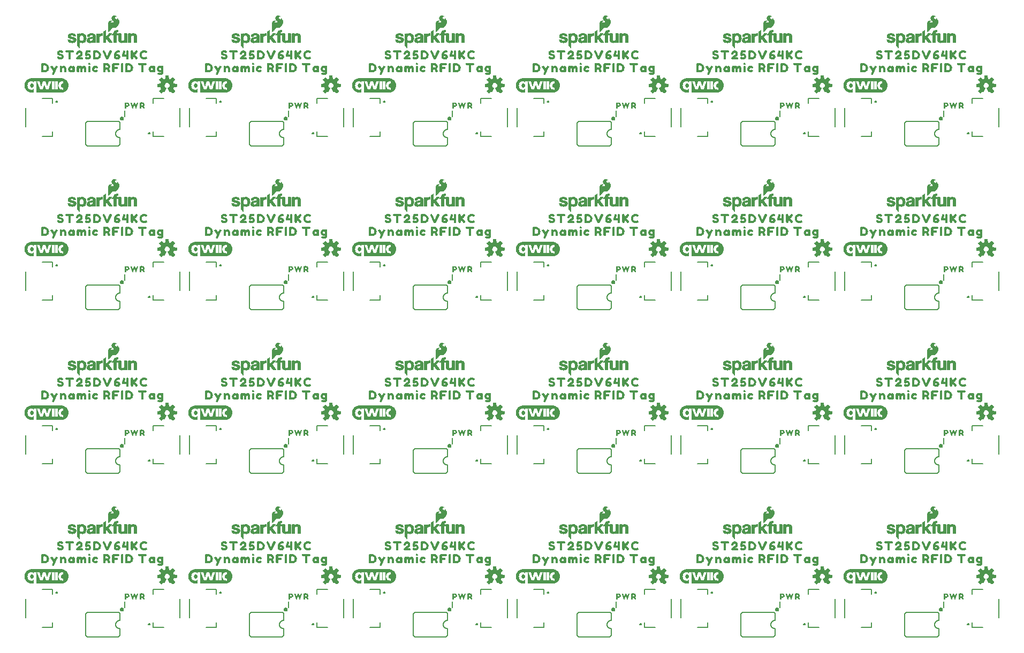
<source format=gto>
G04 EAGLE Gerber RS-274X export*
G75*
%MOMM*%
%FSLAX34Y34*%
%LPD*%
%INSilkscreen Top*%
%IPPOS*%
%AMOC8*
5,1,8,0,0,1.08239X$1,22.5*%
G01*
%ADD10C,0.203200*%
%ADD11C,0.012700*%

G36*
X833085Y646487D02*
X833085Y646487D01*
X838660Y646487D01*
X838669Y646493D01*
X838680Y646490D01*
X838684Y646483D01*
X838696Y646484D01*
X838717Y646478D01*
X839437Y646558D01*
X839438Y646558D01*
X841248Y646798D01*
X841252Y646801D01*
X841259Y646800D01*
X843259Y647420D01*
X843262Y647424D01*
X843270Y647425D01*
X845130Y648425D01*
X845132Y648429D01*
X845140Y648431D01*
X846770Y649761D01*
X846771Y649766D01*
X846778Y649770D01*
X847858Y651060D01*
X847859Y651069D01*
X847867Y651074D01*
X847867Y651076D01*
X847872Y651076D01*
X847879Y651086D01*
X847880Y651086D01*
X847892Y651086D01*
X847898Y651095D01*
X847907Y651099D01*
X848167Y651399D01*
X848168Y651405D01*
X848175Y651409D01*
X849205Y653259D01*
X849205Y653263D01*
X849208Y653266D01*
X849398Y653726D01*
X849397Y653729D01*
X849400Y653732D01*
X850000Y655772D01*
X849999Y655777D01*
X850002Y655784D01*
X850212Y657924D01*
X850210Y657929D01*
X850212Y657936D01*
X850002Y659996D01*
X850000Y659999D01*
X850001Y660005D01*
X849781Y660915D01*
X849778Y660918D01*
X849779Y660922D01*
X849754Y660940D01*
X849748Y660946D01*
X849750Y660959D01*
X849380Y662159D01*
X849377Y662161D01*
X849377Y662166D01*
X849137Y662686D01*
X849135Y662687D01*
X849135Y662690D01*
X848445Y663970D01*
X848443Y663971D01*
X848442Y663975D01*
X848092Y664505D01*
X848088Y664507D01*
X848087Y664511D01*
X848086Y664512D01*
X848078Y664540D01*
X848028Y664600D01*
X847923Y664725D01*
X847765Y664913D01*
X847660Y665039D01*
X847555Y665164D01*
X847449Y665290D01*
X847397Y665353D01*
X847291Y665478D01*
X847186Y665604D01*
X847081Y665729D01*
X846923Y665917D01*
X846828Y666030D01*
X846823Y666032D01*
X846819Y666039D01*
X845199Y667349D01*
X845194Y667349D01*
X845190Y667355D01*
X843290Y668395D01*
X843285Y668395D01*
X843279Y668400D01*
X841299Y669030D01*
X841294Y669028D01*
X841288Y669032D01*
X839818Y669212D01*
X839794Y669201D01*
X839781Y669199D01*
X839775Y669203D01*
X839535Y669223D01*
X839285Y669243D01*
X839025Y669263D01*
X839023Y669261D01*
X839020Y669263D01*
X832980Y669263D01*
X832972Y669257D01*
X832960Y669263D01*
X813710Y669283D01*
X813698Y669275D01*
X813696Y669277D01*
X813686Y669276D01*
X813670Y669283D01*
X795452Y669283D01*
X795083Y669303D01*
X795082Y669302D01*
X795080Y669303D01*
X795070Y669303D01*
X795069Y669302D01*
X795066Y669307D01*
X795056Y669306D01*
X795040Y669313D01*
X791900Y669293D01*
X791390Y669293D01*
X791388Y669291D01*
X791384Y669293D01*
X790494Y669213D01*
X790494Y669212D01*
X790493Y669212D01*
X789583Y669112D01*
X789581Y669111D01*
X789579Y669112D01*
X788989Y669002D01*
X788986Y668999D01*
X788981Y669000D01*
X788442Y668830D01*
X788052Y668710D01*
X788051Y668710D01*
X787431Y668510D01*
X787241Y668450D01*
X787240Y668448D01*
X787237Y668448D01*
X786987Y668348D01*
X786985Y668346D01*
X786980Y668345D01*
X786590Y668135D01*
X786110Y667875D01*
X785660Y667635D01*
X785659Y667635D01*
X785229Y667395D01*
X785227Y667391D01*
X785222Y667390D01*
X784832Y667090D01*
X784831Y667089D01*
X784830Y667088D01*
X784540Y666849D01*
X784260Y666619D01*
X784260Y666618D01*
X783961Y666379D01*
X783651Y666129D01*
X783649Y666125D01*
X783645Y666123D01*
X783425Y665893D01*
X783424Y665892D01*
X783422Y665891D01*
X782992Y665391D01*
X782992Y665390D01*
X782722Y665070D01*
X782721Y665069D01*
X782402Y664670D01*
X782242Y664480D01*
X782242Y664477D01*
X782238Y664474D01*
X782028Y664154D01*
X782028Y664153D01*
X782026Y664152D01*
X781766Y663712D01*
X781766Y663711D01*
X781765Y663710D01*
X781555Y663320D01*
X781285Y662820D01*
X781285Y662818D01*
X781283Y662817D01*
X781033Y662297D01*
X781034Y662294D01*
X781031Y662291D01*
X780851Y661781D01*
X780851Y661780D01*
X780850Y661779D01*
X780680Y661230D01*
X780570Y660900D01*
X780571Y660899D01*
X780570Y660898D01*
X780500Y660658D01*
X780500Y660657D01*
X780499Y660656D01*
X780440Y660428D01*
X780351Y660171D01*
X780352Y660164D01*
X780348Y660156D01*
X780331Y659981D01*
X780323Y659977D01*
X780324Y659968D01*
X780318Y659956D01*
X780258Y659286D01*
X780228Y658956D01*
X780188Y658566D01*
X780148Y658217D01*
X780149Y658215D01*
X780147Y658212D01*
X780137Y657912D01*
X780139Y657909D01*
X780138Y657904D01*
X780157Y657705D01*
X780177Y657406D01*
X780178Y657405D01*
X780178Y657404D01*
X780208Y657114D01*
X780228Y656885D01*
X780228Y656883D01*
X780228Y656882D01*
X780248Y656734D01*
X780317Y655825D01*
X780330Y655809D01*
X780331Y655798D01*
X780329Y655785D01*
X780489Y655145D01*
X780491Y655143D01*
X780490Y655141D01*
X780640Y654671D01*
X780820Y654053D01*
X780822Y654051D01*
X780822Y654047D01*
X780982Y653637D01*
X781122Y653287D01*
X781125Y653284D01*
X781125Y653279D01*
X782145Y651469D01*
X782150Y651467D01*
X782152Y651460D01*
X783522Y649810D01*
X783527Y649808D01*
X783530Y649802D01*
X785160Y648452D01*
X785166Y648451D01*
X785171Y648445D01*
X787051Y647445D01*
X787056Y647445D01*
X787061Y647440D01*
X789051Y646800D01*
X789056Y646802D01*
X789062Y646798D01*
X791202Y646518D01*
X791205Y646519D01*
X791210Y646517D01*
X795020Y646517D01*
X795039Y646529D01*
X795061Y646533D01*
X795068Y646548D01*
X795077Y646554D01*
X795076Y646564D01*
X795083Y646580D01*
X795083Y652900D01*
X795076Y652911D01*
X795078Y652923D01*
X795059Y652937D01*
X795046Y652957D01*
X795034Y652955D01*
X795023Y652963D01*
X794987Y652949D01*
X794979Y652947D01*
X794978Y652945D01*
X794975Y652944D01*
X794615Y652574D01*
X794326Y652275D01*
X794042Y652020D01*
X793746Y651822D01*
X793382Y651596D01*
X792950Y651430D01*
X792304Y651251D01*
X792019Y651182D01*
X791666Y651143D01*
X791252Y651143D01*
X790873Y651163D01*
X790466Y651183D01*
X790069Y651242D01*
X789734Y651301D01*
X789448Y651380D01*
X789081Y651499D01*
X788764Y651618D01*
X788378Y651786D01*
X787854Y652083D01*
X787471Y652368D01*
X786678Y653131D01*
X785935Y654220D01*
X785520Y655200D01*
X785431Y655554D01*
X785371Y655824D01*
X785360Y655835D01*
X785360Y655839D01*
X785361Y655846D01*
X785281Y656153D01*
X785242Y656379D01*
X785212Y656627D01*
X785153Y657205D01*
X785133Y657524D01*
X785132Y657524D01*
X785133Y657524D01*
X785113Y657801D01*
X785123Y658007D01*
X785163Y658595D01*
X785212Y659133D01*
X785252Y659448D01*
X785361Y659864D01*
X785357Y659875D01*
X785357Y659879D01*
X785361Y659884D01*
X785450Y660233D01*
X785549Y660539D01*
X785738Y661025D01*
X785975Y661530D01*
X786332Y662094D01*
X786717Y662608D01*
X787143Y663004D01*
X787458Y663290D01*
X787923Y663586D01*
X788447Y663883D01*
X789020Y664110D01*
X789574Y664259D01*
X789989Y664338D01*
X790604Y664397D01*
X791179Y664407D01*
X791795Y664377D01*
X792089Y664338D01*
X792534Y664239D01*
X792968Y664101D01*
X793223Y663993D01*
X793600Y663795D01*
X793886Y663627D01*
X794211Y663401D01*
X794476Y663155D01*
X794686Y662946D01*
X794687Y662945D01*
X794687Y662944D01*
X794967Y662684D01*
X794978Y662682D01*
X794984Y662673D01*
X795009Y662677D01*
X795034Y662672D01*
X795040Y662681D01*
X795051Y662683D01*
X795071Y662725D01*
X795073Y662728D01*
X795072Y662729D01*
X795073Y662730D01*
X795080Y664307D01*
X799277Y664307D01*
X799277Y663310D01*
X799287Y646600D01*
X799299Y646581D01*
X799303Y646559D01*
X799318Y646552D01*
X799324Y646543D01*
X799334Y646544D01*
X799350Y646537D01*
X806500Y646537D01*
X806507Y646542D01*
X806529Y646532D01*
X806536Y646527D01*
X806537Y646528D01*
X806540Y646527D01*
X807500Y646527D01*
X807504Y646530D01*
X807510Y646527D01*
X815470Y646527D01*
X815490Y646540D01*
X815492Y646538D01*
X815495Y646539D01*
X815500Y646537D01*
X823480Y646537D01*
X827310Y646507D01*
X833070Y646477D01*
X833085Y646487D01*
G37*
G36*
X574005Y646487D02*
X574005Y646487D01*
X579580Y646487D01*
X579589Y646493D01*
X579600Y646490D01*
X579604Y646483D01*
X579616Y646484D01*
X579637Y646478D01*
X580357Y646558D01*
X580358Y646558D01*
X582168Y646798D01*
X582172Y646801D01*
X582179Y646800D01*
X584179Y647420D01*
X584182Y647424D01*
X584190Y647425D01*
X586050Y648425D01*
X586052Y648429D01*
X586060Y648431D01*
X587690Y649761D01*
X587691Y649766D01*
X587698Y649770D01*
X588778Y651060D01*
X588779Y651069D01*
X588787Y651074D01*
X588787Y651076D01*
X588792Y651076D01*
X588799Y651086D01*
X588800Y651086D01*
X588812Y651086D01*
X588818Y651095D01*
X588827Y651099D01*
X589087Y651399D01*
X589088Y651405D01*
X589095Y651409D01*
X590125Y653259D01*
X590125Y653263D01*
X590128Y653266D01*
X590318Y653726D01*
X590317Y653729D01*
X590320Y653732D01*
X590920Y655772D01*
X590919Y655777D01*
X590922Y655784D01*
X591132Y657924D01*
X591130Y657929D01*
X591132Y657936D01*
X590922Y659996D01*
X590920Y659999D01*
X590921Y660005D01*
X590701Y660915D01*
X590698Y660918D01*
X590699Y660922D01*
X590674Y660940D01*
X590668Y660946D01*
X590670Y660959D01*
X590300Y662159D01*
X590297Y662161D01*
X590297Y662166D01*
X590057Y662686D01*
X590055Y662687D01*
X590055Y662690D01*
X589365Y663970D01*
X589363Y663971D01*
X589362Y663975D01*
X589012Y664505D01*
X589008Y664507D01*
X589007Y664511D01*
X589006Y664512D01*
X588998Y664540D01*
X588948Y664600D01*
X588843Y664725D01*
X588685Y664913D01*
X588580Y665039D01*
X588475Y665164D01*
X588369Y665290D01*
X588317Y665353D01*
X588211Y665478D01*
X588106Y665604D01*
X588001Y665729D01*
X587843Y665917D01*
X587748Y666030D01*
X587743Y666032D01*
X587739Y666039D01*
X586119Y667349D01*
X586114Y667349D01*
X586110Y667355D01*
X584210Y668395D01*
X584205Y668395D01*
X584199Y668400D01*
X582219Y669030D01*
X582214Y669028D01*
X582208Y669032D01*
X580738Y669212D01*
X580714Y669201D01*
X580701Y669199D01*
X580695Y669203D01*
X580455Y669223D01*
X580205Y669243D01*
X579945Y669263D01*
X579943Y669261D01*
X579940Y669263D01*
X573900Y669263D01*
X573892Y669257D01*
X573880Y669263D01*
X554630Y669283D01*
X554618Y669275D01*
X554616Y669277D01*
X554606Y669276D01*
X554590Y669283D01*
X536372Y669283D01*
X536003Y669303D01*
X536002Y669302D01*
X536000Y669303D01*
X535990Y669303D01*
X535989Y669302D01*
X535986Y669307D01*
X535976Y669306D01*
X535960Y669313D01*
X532820Y669293D01*
X532310Y669293D01*
X532308Y669291D01*
X532304Y669293D01*
X531414Y669213D01*
X531414Y669212D01*
X531413Y669212D01*
X530503Y669112D01*
X530501Y669111D01*
X530499Y669112D01*
X529909Y669002D01*
X529906Y668999D01*
X529901Y669000D01*
X529362Y668830D01*
X528972Y668710D01*
X528971Y668710D01*
X528351Y668510D01*
X528161Y668450D01*
X528160Y668448D01*
X528157Y668448D01*
X527907Y668348D01*
X527905Y668346D01*
X527900Y668345D01*
X527510Y668135D01*
X527030Y667875D01*
X526580Y667635D01*
X526579Y667635D01*
X526149Y667395D01*
X526147Y667391D01*
X526142Y667390D01*
X525752Y667090D01*
X525751Y667089D01*
X525750Y667088D01*
X525460Y666849D01*
X525180Y666619D01*
X525180Y666618D01*
X524881Y666379D01*
X524571Y666129D01*
X524569Y666125D01*
X524565Y666123D01*
X524345Y665893D01*
X524344Y665892D01*
X524342Y665891D01*
X523912Y665391D01*
X523912Y665390D01*
X523642Y665070D01*
X523641Y665069D01*
X523322Y664670D01*
X523162Y664480D01*
X523162Y664477D01*
X523158Y664474D01*
X522948Y664154D01*
X522948Y664153D01*
X522946Y664152D01*
X522686Y663712D01*
X522686Y663711D01*
X522685Y663710D01*
X522475Y663320D01*
X522205Y662820D01*
X522205Y662818D01*
X522203Y662817D01*
X521953Y662297D01*
X521954Y662294D01*
X521951Y662291D01*
X521771Y661781D01*
X521771Y661780D01*
X521770Y661779D01*
X521600Y661230D01*
X521490Y660900D01*
X521491Y660899D01*
X521490Y660898D01*
X521420Y660658D01*
X521420Y660657D01*
X521419Y660656D01*
X521360Y660428D01*
X521271Y660171D01*
X521272Y660164D01*
X521268Y660156D01*
X521251Y659981D01*
X521243Y659977D01*
X521244Y659968D01*
X521238Y659956D01*
X521178Y659286D01*
X521148Y658956D01*
X521108Y658566D01*
X521068Y658217D01*
X521069Y658215D01*
X521067Y658212D01*
X521057Y657912D01*
X521059Y657909D01*
X521058Y657904D01*
X521077Y657705D01*
X521097Y657406D01*
X521098Y657405D01*
X521098Y657404D01*
X521128Y657114D01*
X521148Y656885D01*
X521148Y656883D01*
X521148Y656882D01*
X521168Y656734D01*
X521237Y655825D01*
X521250Y655809D01*
X521251Y655798D01*
X521249Y655785D01*
X521409Y655145D01*
X521411Y655143D01*
X521410Y655141D01*
X521560Y654671D01*
X521740Y654053D01*
X521742Y654051D01*
X521742Y654047D01*
X521902Y653637D01*
X522042Y653287D01*
X522045Y653284D01*
X522045Y653279D01*
X523065Y651469D01*
X523070Y651467D01*
X523072Y651460D01*
X524442Y649810D01*
X524447Y649808D01*
X524450Y649802D01*
X526080Y648452D01*
X526086Y648451D01*
X526091Y648445D01*
X527971Y647445D01*
X527976Y647445D01*
X527981Y647440D01*
X529971Y646800D01*
X529976Y646802D01*
X529982Y646798D01*
X532122Y646518D01*
X532125Y646519D01*
X532130Y646517D01*
X535940Y646517D01*
X535959Y646529D01*
X535981Y646533D01*
X535988Y646548D01*
X535997Y646554D01*
X535996Y646564D01*
X536003Y646580D01*
X536003Y652900D01*
X535996Y652911D01*
X535998Y652923D01*
X535979Y652937D01*
X535966Y652957D01*
X535954Y652955D01*
X535943Y652963D01*
X535907Y652949D01*
X535899Y652947D01*
X535898Y652945D01*
X535895Y652944D01*
X535535Y652574D01*
X535246Y652275D01*
X534962Y652020D01*
X534666Y651822D01*
X534302Y651596D01*
X533870Y651430D01*
X533224Y651251D01*
X532939Y651182D01*
X532586Y651143D01*
X532172Y651143D01*
X531793Y651163D01*
X531386Y651183D01*
X530989Y651242D01*
X530654Y651301D01*
X530368Y651380D01*
X530001Y651499D01*
X529684Y651618D01*
X529298Y651786D01*
X528774Y652083D01*
X528391Y652368D01*
X527598Y653131D01*
X526855Y654220D01*
X526440Y655200D01*
X526351Y655554D01*
X526291Y655824D01*
X526280Y655835D01*
X526280Y655839D01*
X526281Y655846D01*
X526201Y656153D01*
X526162Y656379D01*
X526132Y656627D01*
X526073Y657205D01*
X526053Y657524D01*
X526052Y657524D01*
X526053Y657524D01*
X526033Y657801D01*
X526043Y658007D01*
X526083Y658595D01*
X526132Y659133D01*
X526172Y659448D01*
X526281Y659864D01*
X526277Y659875D01*
X526277Y659879D01*
X526281Y659884D01*
X526370Y660233D01*
X526469Y660539D01*
X526658Y661025D01*
X526895Y661530D01*
X527252Y662094D01*
X527637Y662608D01*
X528063Y663004D01*
X528378Y663290D01*
X528843Y663586D01*
X529367Y663883D01*
X529940Y664110D01*
X530494Y664259D01*
X530909Y664338D01*
X531524Y664397D01*
X532099Y664407D01*
X532715Y664377D01*
X533009Y664338D01*
X533454Y664239D01*
X533888Y664101D01*
X534143Y663993D01*
X534520Y663795D01*
X534806Y663627D01*
X535131Y663401D01*
X535396Y663155D01*
X535606Y662946D01*
X535607Y662945D01*
X535607Y662944D01*
X535887Y662684D01*
X535898Y662682D01*
X535904Y662673D01*
X535929Y662677D01*
X535954Y662672D01*
X535960Y662681D01*
X535971Y662683D01*
X535991Y662725D01*
X535993Y662728D01*
X535992Y662729D01*
X535993Y662730D01*
X536000Y664307D01*
X540197Y664307D01*
X540197Y663310D01*
X540207Y646600D01*
X540219Y646581D01*
X540223Y646559D01*
X540238Y646552D01*
X540244Y646543D01*
X540254Y646544D01*
X540270Y646537D01*
X547420Y646537D01*
X547427Y646542D01*
X547449Y646532D01*
X547456Y646527D01*
X547457Y646528D01*
X547460Y646527D01*
X548420Y646527D01*
X548424Y646530D01*
X548430Y646527D01*
X556390Y646527D01*
X556410Y646540D01*
X556412Y646538D01*
X556415Y646539D01*
X556420Y646537D01*
X564400Y646537D01*
X568230Y646507D01*
X573990Y646477D01*
X574005Y646487D01*
G37*
G36*
X1351245Y387407D02*
X1351245Y387407D01*
X1356820Y387407D01*
X1356829Y387413D01*
X1356840Y387410D01*
X1356844Y387403D01*
X1356856Y387404D01*
X1356877Y387398D01*
X1357597Y387478D01*
X1357598Y387478D01*
X1359408Y387718D01*
X1359412Y387721D01*
X1359419Y387720D01*
X1361419Y388340D01*
X1361422Y388344D01*
X1361430Y388345D01*
X1363290Y389345D01*
X1363292Y389349D01*
X1363300Y389351D01*
X1364930Y390681D01*
X1364931Y390686D01*
X1364938Y390690D01*
X1366018Y391980D01*
X1366019Y391989D01*
X1366027Y391994D01*
X1366027Y391996D01*
X1366032Y391996D01*
X1366039Y392006D01*
X1366040Y392006D01*
X1366052Y392006D01*
X1366058Y392015D01*
X1366067Y392019D01*
X1366327Y392319D01*
X1366328Y392325D01*
X1366335Y392329D01*
X1367365Y394179D01*
X1367365Y394183D01*
X1367368Y394186D01*
X1367558Y394646D01*
X1367557Y394649D01*
X1367560Y394652D01*
X1368160Y396692D01*
X1368159Y396697D01*
X1368162Y396704D01*
X1368372Y398844D01*
X1368370Y398849D01*
X1368372Y398856D01*
X1368162Y400916D01*
X1368160Y400919D01*
X1368161Y400925D01*
X1367941Y401835D01*
X1367938Y401838D01*
X1367939Y401842D01*
X1367914Y401860D01*
X1367908Y401866D01*
X1367910Y401879D01*
X1367540Y403079D01*
X1367537Y403081D01*
X1367537Y403086D01*
X1367297Y403606D01*
X1367295Y403607D01*
X1367295Y403610D01*
X1366605Y404890D01*
X1366603Y404891D01*
X1366602Y404895D01*
X1366252Y405425D01*
X1366248Y405427D01*
X1366247Y405431D01*
X1366246Y405432D01*
X1366238Y405460D01*
X1366188Y405520D01*
X1366083Y405645D01*
X1365925Y405833D01*
X1365820Y405959D01*
X1365715Y406084D01*
X1365609Y406210D01*
X1365557Y406273D01*
X1365451Y406398D01*
X1365346Y406524D01*
X1365241Y406649D01*
X1365083Y406837D01*
X1364988Y406950D01*
X1364983Y406952D01*
X1364979Y406959D01*
X1363359Y408269D01*
X1363354Y408269D01*
X1363350Y408275D01*
X1361450Y409315D01*
X1361445Y409315D01*
X1361439Y409320D01*
X1359459Y409950D01*
X1359454Y409948D01*
X1359448Y409952D01*
X1357978Y410132D01*
X1357954Y410121D01*
X1357941Y410119D01*
X1357935Y410123D01*
X1357695Y410143D01*
X1357445Y410163D01*
X1357185Y410183D01*
X1357183Y410181D01*
X1357180Y410183D01*
X1351140Y410183D01*
X1351132Y410177D01*
X1351120Y410183D01*
X1331870Y410203D01*
X1331858Y410195D01*
X1331856Y410197D01*
X1331846Y410196D01*
X1331830Y410203D01*
X1313612Y410203D01*
X1313243Y410223D01*
X1313242Y410222D01*
X1313240Y410223D01*
X1313230Y410223D01*
X1313229Y410222D01*
X1313226Y410227D01*
X1313216Y410226D01*
X1313200Y410233D01*
X1310060Y410213D01*
X1309550Y410213D01*
X1309548Y410211D01*
X1309544Y410213D01*
X1308654Y410133D01*
X1308654Y410132D01*
X1308653Y410132D01*
X1307743Y410032D01*
X1307741Y410031D01*
X1307739Y410032D01*
X1307149Y409922D01*
X1307146Y409919D01*
X1307141Y409920D01*
X1306602Y409750D01*
X1306212Y409630D01*
X1306211Y409630D01*
X1305591Y409430D01*
X1305401Y409370D01*
X1305400Y409368D01*
X1305397Y409368D01*
X1305147Y409268D01*
X1305145Y409266D01*
X1305140Y409265D01*
X1304750Y409055D01*
X1304270Y408795D01*
X1303820Y408555D01*
X1303819Y408555D01*
X1303389Y408315D01*
X1303387Y408311D01*
X1303382Y408310D01*
X1302992Y408010D01*
X1302991Y408009D01*
X1302990Y408008D01*
X1302700Y407769D01*
X1302420Y407539D01*
X1302420Y407538D01*
X1302121Y407299D01*
X1301811Y407049D01*
X1301809Y407045D01*
X1301805Y407043D01*
X1301585Y406813D01*
X1301584Y406812D01*
X1301582Y406811D01*
X1301152Y406311D01*
X1301152Y406310D01*
X1300882Y405990D01*
X1300881Y405989D01*
X1300562Y405590D01*
X1300402Y405400D01*
X1300402Y405397D01*
X1300398Y405394D01*
X1300188Y405074D01*
X1300188Y405073D01*
X1300186Y405072D01*
X1299926Y404632D01*
X1299926Y404631D01*
X1299925Y404630D01*
X1299715Y404240D01*
X1299445Y403740D01*
X1299445Y403738D01*
X1299443Y403737D01*
X1299193Y403217D01*
X1299194Y403214D01*
X1299191Y403211D01*
X1299011Y402701D01*
X1299011Y402700D01*
X1299010Y402699D01*
X1298840Y402150D01*
X1298730Y401820D01*
X1298731Y401819D01*
X1298730Y401818D01*
X1298660Y401578D01*
X1298660Y401577D01*
X1298659Y401576D01*
X1298600Y401348D01*
X1298511Y401091D01*
X1298512Y401084D01*
X1298508Y401076D01*
X1298491Y400901D01*
X1298483Y400897D01*
X1298484Y400888D01*
X1298478Y400876D01*
X1298418Y400206D01*
X1298388Y399876D01*
X1298348Y399486D01*
X1298308Y399137D01*
X1298309Y399135D01*
X1298307Y399132D01*
X1298297Y398832D01*
X1298299Y398829D01*
X1298298Y398824D01*
X1298317Y398625D01*
X1298337Y398326D01*
X1298338Y398325D01*
X1298338Y398324D01*
X1298368Y398034D01*
X1298388Y397805D01*
X1298388Y397803D01*
X1298388Y397802D01*
X1298408Y397654D01*
X1298477Y396745D01*
X1298490Y396729D01*
X1298491Y396718D01*
X1298489Y396705D01*
X1298649Y396065D01*
X1298651Y396063D01*
X1298650Y396061D01*
X1298800Y395591D01*
X1298980Y394973D01*
X1298982Y394971D01*
X1298982Y394967D01*
X1299142Y394557D01*
X1299282Y394207D01*
X1299285Y394204D01*
X1299285Y394199D01*
X1300305Y392389D01*
X1300310Y392387D01*
X1300312Y392380D01*
X1301682Y390730D01*
X1301687Y390728D01*
X1301690Y390722D01*
X1303320Y389372D01*
X1303326Y389371D01*
X1303331Y389365D01*
X1305211Y388365D01*
X1305216Y388365D01*
X1305221Y388360D01*
X1307211Y387720D01*
X1307216Y387722D01*
X1307222Y387718D01*
X1309362Y387438D01*
X1309365Y387439D01*
X1309370Y387437D01*
X1313180Y387437D01*
X1313199Y387449D01*
X1313221Y387453D01*
X1313228Y387468D01*
X1313237Y387474D01*
X1313236Y387484D01*
X1313243Y387500D01*
X1313243Y393820D01*
X1313236Y393831D01*
X1313238Y393843D01*
X1313219Y393857D01*
X1313206Y393877D01*
X1313194Y393875D01*
X1313183Y393883D01*
X1313147Y393869D01*
X1313139Y393867D01*
X1313138Y393865D01*
X1313135Y393864D01*
X1312775Y393494D01*
X1312486Y393195D01*
X1312202Y392940D01*
X1311906Y392742D01*
X1311542Y392516D01*
X1311110Y392350D01*
X1310464Y392171D01*
X1310179Y392102D01*
X1309826Y392063D01*
X1309412Y392063D01*
X1309033Y392083D01*
X1308626Y392103D01*
X1308229Y392162D01*
X1307894Y392221D01*
X1307608Y392300D01*
X1307241Y392419D01*
X1306924Y392538D01*
X1306538Y392706D01*
X1306014Y393003D01*
X1305631Y393288D01*
X1304838Y394051D01*
X1304095Y395140D01*
X1303680Y396120D01*
X1303591Y396474D01*
X1303531Y396744D01*
X1303520Y396755D01*
X1303520Y396759D01*
X1303521Y396766D01*
X1303441Y397073D01*
X1303402Y397299D01*
X1303372Y397547D01*
X1303313Y398125D01*
X1303293Y398444D01*
X1303292Y398444D01*
X1303293Y398444D01*
X1303273Y398721D01*
X1303283Y398927D01*
X1303323Y399515D01*
X1303372Y400053D01*
X1303412Y400368D01*
X1303521Y400784D01*
X1303517Y400795D01*
X1303517Y400799D01*
X1303521Y400804D01*
X1303610Y401153D01*
X1303709Y401459D01*
X1303898Y401945D01*
X1304135Y402450D01*
X1304492Y403014D01*
X1304877Y403528D01*
X1305303Y403924D01*
X1305618Y404210D01*
X1306083Y404506D01*
X1306607Y404803D01*
X1307180Y405030D01*
X1307734Y405179D01*
X1308149Y405258D01*
X1308764Y405317D01*
X1309339Y405327D01*
X1309955Y405297D01*
X1310249Y405258D01*
X1310694Y405159D01*
X1311128Y405021D01*
X1311383Y404913D01*
X1311760Y404715D01*
X1312046Y404547D01*
X1312371Y404321D01*
X1312636Y404075D01*
X1312846Y403866D01*
X1312847Y403865D01*
X1312847Y403864D01*
X1313127Y403604D01*
X1313138Y403602D01*
X1313144Y403593D01*
X1313169Y403597D01*
X1313194Y403592D01*
X1313200Y403601D01*
X1313211Y403603D01*
X1313231Y403645D01*
X1313233Y403648D01*
X1313232Y403649D01*
X1313233Y403650D01*
X1313240Y405227D01*
X1317437Y405227D01*
X1317437Y404230D01*
X1317447Y387520D01*
X1317459Y387501D01*
X1317463Y387479D01*
X1317478Y387472D01*
X1317484Y387463D01*
X1317494Y387464D01*
X1317510Y387457D01*
X1324660Y387457D01*
X1324667Y387462D01*
X1324689Y387452D01*
X1324696Y387447D01*
X1324697Y387448D01*
X1324700Y387447D01*
X1325660Y387447D01*
X1325664Y387450D01*
X1325670Y387447D01*
X1333630Y387447D01*
X1333650Y387460D01*
X1333652Y387458D01*
X1333655Y387459D01*
X1333660Y387457D01*
X1341640Y387457D01*
X1345470Y387427D01*
X1351230Y387397D01*
X1351245Y387407D01*
G37*
G36*
X55845Y905567D02*
X55845Y905567D01*
X61420Y905567D01*
X61429Y905573D01*
X61440Y905570D01*
X61444Y905563D01*
X61456Y905564D01*
X61477Y905558D01*
X62197Y905638D01*
X62198Y905638D01*
X64008Y905878D01*
X64012Y905881D01*
X64019Y905880D01*
X66019Y906500D01*
X66022Y906504D01*
X66030Y906505D01*
X67890Y907505D01*
X67892Y907509D01*
X67900Y907511D01*
X69530Y908841D01*
X69531Y908846D01*
X69538Y908850D01*
X70618Y910140D01*
X70619Y910149D01*
X70627Y910154D01*
X70627Y910156D01*
X70632Y910156D01*
X70639Y910166D01*
X70640Y910166D01*
X70652Y910166D01*
X70658Y910175D01*
X70667Y910179D01*
X70927Y910479D01*
X70928Y910485D01*
X70935Y910489D01*
X71965Y912339D01*
X71965Y912343D01*
X71968Y912346D01*
X72158Y912806D01*
X72157Y912809D01*
X72160Y912812D01*
X72760Y914852D01*
X72759Y914857D01*
X72762Y914864D01*
X72972Y917004D01*
X72970Y917009D01*
X72972Y917016D01*
X72762Y919076D01*
X72760Y919079D01*
X72761Y919085D01*
X72541Y919995D01*
X72538Y919998D01*
X72539Y920002D01*
X72514Y920020D01*
X72508Y920026D01*
X72510Y920039D01*
X72140Y921239D01*
X72137Y921241D01*
X72137Y921246D01*
X71897Y921766D01*
X71895Y921767D01*
X71895Y921770D01*
X71205Y923050D01*
X71203Y923051D01*
X71202Y923055D01*
X70852Y923585D01*
X70848Y923587D01*
X70847Y923591D01*
X70846Y923592D01*
X70838Y923620D01*
X70788Y923680D01*
X70683Y923805D01*
X70525Y923993D01*
X70420Y924119D01*
X70315Y924244D01*
X70209Y924370D01*
X70157Y924433D01*
X70051Y924558D01*
X69946Y924684D01*
X69841Y924809D01*
X69683Y924997D01*
X69588Y925110D01*
X69583Y925112D01*
X69579Y925119D01*
X67959Y926429D01*
X67954Y926429D01*
X67950Y926435D01*
X66050Y927475D01*
X66045Y927475D01*
X66039Y927480D01*
X64059Y928110D01*
X64054Y928108D01*
X64048Y928112D01*
X62578Y928292D01*
X62554Y928281D01*
X62541Y928279D01*
X62535Y928283D01*
X62295Y928303D01*
X62045Y928323D01*
X61785Y928343D01*
X61783Y928341D01*
X61780Y928343D01*
X55740Y928343D01*
X55732Y928337D01*
X55720Y928343D01*
X36470Y928363D01*
X36458Y928355D01*
X36456Y928357D01*
X36446Y928356D01*
X36430Y928363D01*
X18212Y928363D01*
X17843Y928383D01*
X17842Y928382D01*
X17840Y928383D01*
X17830Y928383D01*
X17829Y928382D01*
X17826Y928387D01*
X17816Y928386D01*
X17800Y928393D01*
X14660Y928373D01*
X14150Y928373D01*
X14148Y928371D01*
X14144Y928373D01*
X13254Y928293D01*
X13254Y928292D01*
X13253Y928292D01*
X12343Y928192D01*
X12341Y928191D01*
X12339Y928192D01*
X11749Y928082D01*
X11746Y928079D01*
X11741Y928080D01*
X11202Y927910D01*
X10812Y927790D01*
X10811Y927790D01*
X10191Y927590D01*
X10001Y927530D01*
X10000Y927528D01*
X9997Y927528D01*
X9747Y927428D01*
X9745Y927426D01*
X9740Y927425D01*
X9350Y927215D01*
X8870Y926955D01*
X8420Y926715D01*
X8419Y926715D01*
X7989Y926475D01*
X7987Y926471D01*
X7982Y926470D01*
X7592Y926170D01*
X7591Y926169D01*
X7590Y926168D01*
X7300Y925929D01*
X7020Y925699D01*
X7020Y925698D01*
X6721Y925459D01*
X6411Y925209D01*
X6409Y925205D01*
X6405Y925203D01*
X6185Y924973D01*
X6184Y924972D01*
X6182Y924971D01*
X5752Y924471D01*
X5752Y924470D01*
X5482Y924150D01*
X5481Y924149D01*
X5162Y923750D01*
X5002Y923560D01*
X5002Y923557D01*
X4998Y923554D01*
X4788Y923234D01*
X4788Y923233D01*
X4786Y923232D01*
X4526Y922792D01*
X4526Y922791D01*
X4525Y922790D01*
X4315Y922400D01*
X4045Y921900D01*
X4045Y921898D01*
X4043Y921897D01*
X3793Y921377D01*
X3794Y921374D01*
X3791Y921371D01*
X3611Y920861D01*
X3611Y920860D01*
X3610Y920859D01*
X3440Y920310D01*
X3330Y919980D01*
X3331Y919979D01*
X3330Y919978D01*
X3260Y919738D01*
X3260Y919737D01*
X3259Y919736D01*
X3200Y919508D01*
X3111Y919251D01*
X3112Y919244D01*
X3108Y919236D01*
X3091Y919061D01*
X3083Y919057D01*
X3084Y919048D01*
X3078Y919036D01*
X3018Y918366D01*
X2988Y918036D01*
X2948Y917646D01*
X2908Y917297D01*
X2909Y917295D01*
X2907Y917292D01*
X2897Y916992D01*
X2899Y916989D01*
X2898Y916984D01*
X2917Y916785D01*
X2937Y916486D01*
X2938Y916485D01*
X2938Y916484D01*
X2968Y916194D01*
X2988Y915965D01*
X2988Y915963D01*
X2988Y915962D01*
X3008Y915814D01*
X3077Y914905D01*
X3090Y914889D01*
X3091Y914878D01*
X3089Y914865D01*
X3249Y914225D01*
X3251Y914223D01*
X3250Y914221D01*
X3400Y913751D01*
X3580Y913133D01*
X3582Y913131D01*
X3582Y913127D01*
X3742Y912717D01*
X3882Y912367D01*
X3885Y912364D01*
X3885Y912359D01*
X4905Y910549D01*
X4910Y910547D01*
X4912Y910540D01*
X6282Y908890D01*
X6287Y908888D01*
X6290Y908882D01*
X7920Y907532D01*
X7926Y907531D01*
X7931Y907525D01*
X9811Y906525D01*
X9816Y906525D01*
X9821Y906520D01*
X11811Y905880D01*
X11816Y905882D01*
X11822Y905878D01*
X13962Y905598D01*
X13965Y905599D01*
X13970Y905597D01*
X17780Y905597D01*
X17799Y905609D01*
X17821Y905613D01*
X17828Y905628D01*
X17837Y905634D01*
X17836Y905644D01*
X17843Y905660D01*
X17843Y911980D01*
X17836Y911991D01*
X17838Y912003D01*
X17819Y912017D01*
X17806Y912037D01*
X17794Y912035D01*
X17783Y912043D01*
X17747Y912029D01*
X17739Y912027D01*
X17738Y912025D01*
X17735Y912024D01*
X17375Y911654D01*
X17086Y911355D01*
X16802Y911100D01*
X16506Y910902D01*
X16142Y910676D01*
X15710Y910510D01*
X15064Y910331D01*
X14779Y910262D01*
X14426Y910223D01*
X14012Y910223D01*
X13633Y910243D01*
X13226Y910263D01*
X12829Y910322D01*
X12494Y910381D01*
X12208Y910460D01*
X11841Y910579D01*
X11524Y910698D01*
X11138Y910866D01*
X10614Y911163D01*
X10231Y911448D01*
X9438Y912211D01*
X8695Y913300D01*
X8280Y914280D01*
X8191Y914634D01*
X8131Y914904D01*
X8120Y914915D01*
X8120Y914919D01*
X8121Y914926D01*
X8041Y915233D01*
X8002Y915459D01*
X7972Y915707D01*
X7913Y916285D01*
X7893Y916604D01*
X7892Y916604D01*
X7893Y916604D01*
X7873Y916881D01*
X7883Y917087D01*
X7923Y917675D01*
X7972Y918213D01*
X8012Y918528D01*
X8121Y918944D01*
X8117Y918955D01*
X8117Y918959D01*
X8121Y918964D01*
X8210Y919313D01*
X8309Y919619D01*
X8498Y920105D01*
X8735Y920610D01*
X9092Y921174D01*
X9477Y921688D01*
X9903Y922084D01*
X10218Y922370D01*
X10683Y922666D01*
X11207Y922963D01*
X11780Y923190D01*
X12334Y923339D01*
X12749Y923418D01*
X13364Y923477D01*
X13939Y923487D01*
X14555Y923457D01*
X14849Y923418D01*
X15294Y923319D01*
X15728Y923181D01*
X15983Y923073D01*
X16360Y922875D01*
X16646Y922707D01*
X16971Y922481D01*
X17236Y922235D01*
X17446Y922026D01*
X17447Y922025D01*
X17447Y922024D01*
X17727Y921764D01*
X17738Y921762D01*
X17744Y921753D01*
X17769Y921757D01*
X17794Y921752D01*
X17800Y921761D01*
X17811Y921763D01*
X17831Y921805D01*
X17833Y921808D01*
X17832Y921809D01*
X17833Y921810D01*
X17840Y923387D01*
X22037Y923387D01*
X22037Y922390D01*
X22047Y905680D01*
X22059Y905661D01*
X22063Y905639D01*
X22078Y905632D01*
X22084Y905623D01*
X22094Y905624D01*
X22110Y905617D01*
X29260Y905617D01*
X29267Y905622D01*
X29289Y905612D01*
X29296Y905607D01*
X29297Y905608D01*
X29300Y905607D01*
X30260Y905607D01*
X30264Y905610D01*
X30270Y905607D01*
X38230Y905607D01*
X38250Y905620D01*
X38252Y905618D01*
X38255Y905619D01*
X38260Y905617D01*
X46240Y905617D01*
X50070Y905587D01*
X55830Y905557D01*
X55845Y905567D01*
G37*
G36*
X314925Y646487D02*
X314925Y646487D01*
X320500Y646487D01*
X320509Y646493D01*
X320520Y646490D01*
X320524Y646483D01*
X320536Y646484D01*
X320557Y646478D01*
X321277Y646558D01*
X321278Y646558D01*
X323088Y646798D01*
X323092Y646801D01*
X323099Y646800D01*
X325099Y647420D01*
X325102Y647424D01*
X325110Y647425D01*
X326970Y648425D01*
X326972Y648429D01*
X326980Y648431D01*
X328610Y649761D01*
X328611Y649766D01*
X328618Y649770D01*
X329698Y651060D01*
X329699Y651069D01*
X329707Y651074D01*
X329707Y651076D01*
X329712Y651076D01*
X329719Y651086D01*
X329720Y651086D01*
X329732Y651086D01*
X329738Y651095D01*
X329747Y651099D01*
X330007Y651399D01*
X330008Y651405D01*
X330015Y651409D01*
X331045Y653259D01*
X331045Y653263D01*
X331048Y653266D01*
X331238Y653726D01*
X331237Y653729D01*
X331240Y653732D01*
X331840Y655772D01*
X331839Y655777D01*
X331842Y655784D01*
X332052Y657924D01*
X332050Y657929D01*
X332052Y657936D01*
X331842Y659996D01*
X331840Y659999D01*
X331841Y660005D01*
X331621Y660915D01*
X331618Y660918D01*
X331619Y660922D01*
X331594Y660940D01*
X331588Y660946D01*
X331590Y660959D01*
X331220Y662159D01*
X331217Y662161D01*
X331217Y662166D01*
X330977Y662686D01*
X330975Y662687D01*
X330975Y662690D01*
X330285Y663970D01*
X330283Y663971D01*
X330282Y663975D01*
X329932Y664505D01*
X329928Y664507D01*
X329927Y664511D01*
X329926Y664512D01*
X329918Y664540D01*
X329868Y664600D01*
X329763Y664725D01*
X329605Y664913D01*
X329500Y665039D01*
X329395Y665164D01*
X329289Y665290D01*
X329237Y665353D01*
X329131Y665478D01*
X329026Y665604D01*
X328921Y665729D01*
X328763Y665917D01*
X328668Y666030D01*
X328663Y666032D01*
X328659Y666039D01*
X327039Y667349D01*
X327034Y667349D01*
X327030Y667355D01*
X325130Y668395D01*
X325125Y668395D01*
X325119Y668400D01*
X323139Y669030D01*
X323134Y669028D01*
X323128Y669032D01*
X321658Y669212D01*
X321634Y669201D01*
X321621Y669199D01*
X321615Y669203D01*
X321375Y669223D01*
X321125Y669243D01*
X320865Y669263D01*
X320863Y669261D01*
X320860Y669263D01*
X314820Y669263D01*
X314812Y669257D01*
X314800Y669263D01*
X295550Y669283D01*
X295538Y669275D01*
X295536Y669277D01*
X295526Y669276D01*
X295510Y669283D01*
X277292Y669283D01*
X276923Y669303D01*
X276922Y669302D01*
X276920Y669303D01*
X276910Y669303D01*
X276909Y669302D01*
X276906Y669307D01*
X276896Y669306D01*
X276880Y669313D01*
X273740Y669293D01*
X273230Y669293D01*
X273228Y669291D01*
X273224Y669293D01*
X272334Y669213D01*
X272334Y669212D01*
X272333Y669212D01*
X271423Y669112D01*
X271421Y669111D01*
X271419Y669112D01*
X270829Y669002D01*
X270826Y668999D01*
X270821Y669000D01*
X270282Y668830D01*
X269892Y668710D01*
X269891Y668710D01*
X269271Y668510D01*
X269081Y668450D01*
X269080Y668448D01*
X269077Y668448D01*
X268827Y668348D01*
X268825Y668346D01*
X268820Y668345D01*
X268430Y668135D01*
X267950Y667875D01*
X267500Y667635D01*
X267499Y667635D01*
X267069Y667395D01*
X267067Y667391D01*
X267062Y667390D01*
X266672Y667090D01*
X266671Y667089D01*
X266670Y667088D01*
X266380Y666849D01*
X266100Y666619D01*
X266100Y666618D01*
X265801Y666379D01*
X265491Y666129D01*
X265489Y666125D01*
X265485Y666123D01*
X265265Y665893D01*
X265264Y665892D01*
X265262Y665891D01*
X264832Y665391D01*
X264832Y665390D01*
X264562Y665070D01*
X264561Y665069D01*
X264242Y664670D01*
X264082Y664480D01*
X264082Y664477D01*
X264078Y664474D01*
X263868Y664154D01*
X263868Y664153D01*
X263866Y664152D01*
X263606Y663712D01*
X263606Y663711D01*
X263605Y663710D01*
X263395Y663320D01*
X263125Y662820D01*
X263125Y662818D01*
X263123Y662817D01*
X262873Y662297D01*
X262874Y662294D01*
X262871Y662291D01*
X262691Y661781D01*
X262691Y661780D01*
X262690Y661779D01*
X262520Y661230D01*
X262410Y660900D01*
X262411Y660899D01*
X262410Y660898D01*
X262340Y660658D01*
X262340Y660657D01*
X262339Y660656D01*
X262280Y660428D01*
X262191Y660171D01*
X262192Y660164D01*
X262188Y660156D01*
X262171Y659981D01*
X262163Y659977D01*
X262164Y659968D01*
X262158Y659956D01*
X262098Y659286D01*
X262068Y658956D01*
X262028Y658566D01*
X261988Y658217D01*
X261989Y658215D01*
X261987Y658212D01*
X261977Y657912D01*
X261979Y657909D01*
X261978Y657904D01*
X261997Y657705D01*
X262017Y657406D01*
X262018Y657405D01*
X262018Y657404D01*
X262048Y657114D01*
X262068Y656885D01*
X262068Y656883D01*
X262068Y656882D01*
X262088Y656734D01*
X262157Y655825D01*
X262170Y655809D01*
X262171Y655798D01*
X262169Y655785D01*
X262329Y655145D01*
X262331Y655143D01*
X262330Y655141D01*
X262480Y654671D01*
X262660Y654053D01*
X262662Y654051D01*
X262662Y654047D01*
X262822Y653637D01*
X262962Y653287D01*
X262965Y653284D01*
X262965Y653279D01*
X263985Y651469D01*
X263990Y651467D01*
X263992Y651460D01*
X265362Y649810D01*
X265367Y649808D01*
X265370Y649802D01*
X267000Y648452D01*
X267006Y648451D01*
X267011Y648445D01*
X268891Y647445D01*
X268896Y647445D01*
X268901Y647440D01*
X270891Y646800D01*
X270896Y646802D01*
X270902Y646798D01*
X273042Y646518D01*
X273045Y646519D01*
X273050Y646517D01*
X276860Y646517D01*
X276879Y646529D01*
X276901Y646533D01*
X276908Y646548D01*
X276917Y646554D01*
X276916Y646564D01*
X276923Y646580D01*
X276923Y652900D01*
X276916Y652911D01*
X276918Y652923D01*
X276899Y652937D01*
X276886Y652957D01*
X276874Y652955D01*
X276863Y652963D01*
X276827Y652949D01*
X276819Y652947D01*
X276818Y652945D01*
X276815Y652944D01*
X276455Y652574D01*
X276166Y652275D01*
X275882Y652020D01*
X275586Y651822D01*
X275222Y651596D01*
X274790Y651430D01*
X274144Y651251D01*
X273859Y651182D01*
X273506Y651143D01*
X273092Y651143D01*
X272713Y651163D01*
X272306Y651183D01*
X271909Y651242D01*
X271574Y651301D01*
X271288Y651380D01*
X270921Y651499D01*
X270604Y651618D01*
X270218Y651786D01*
X269694Y652083D01*
X269311Y652368D01*
X268518Y653131D01*
X267775Y654220D01*
X267360Y655200D01*
X267271Y655554D01*
X267211Y655824D01*
X267200Y655835D01*
X267200Y655839D01*
X267201Y655846D01*
X267121Y656153D01*
X267082Y656379D01*
X267052Y656627D01*
X266993Y657205D01*
X266973Y657524D01*
X266972Y657524D01*
X266973Y657524D01*
X266953Y657801D01*
X266963Y658007D01*
X267003Y658595D01*
X267052Y659133D01*
X267092Y659448D01*
X267201Y659864D01*
X267197Y659875D01*
X267197Y659879D01*
X267201Y659884D01*
X267290Y660233D01*
X267389Y660539D01*
X267578Y661025D01*
X267815Y661530D01*
X268172Y662094D01*
X268557Y662608D01*
X268983Y663004D01*
X269298Y663290D01*
X269763Y663586D01*
X270287Y663883D01*
X270860Y664110D01*
X271414Y664259D01*
X271829Y664338D01*
X272444Y664397D01*
X273019Y664407D01*
X273635Y664377D01*
X273929Y664338D01*
X274374Y664239D01*
X274808Y664101D01*
X275063Y663993D01*
X275440Y663795D01*
X275726Y663627D01*
X276051Y663401D01*
X276316Y663155D01*
X276526Y662946D01*
X276527Y662945D01*
X276527Y662944D01*
X276807Y662684D01*
X276818Y662682D01*
X276824Y662673D01*
X276849Y662677D01*
X276874Y662672D01*
X276880Y662681D01*
X276891Y662683D01*
X276911Y662725D01*
X276913Y662728D01*
X276912Y662729D01*
X276913Y662730D01*
X276920Y664307D01*
X281117Y664307D01*
X281117Y663310D01*
X281127Y646600D01*
X281139Y646581D01*
X281143Y646559D01*
X281158Y646552D01*
X281164Y646543D01*
X281174Y646544D01*
X281190Y646537D01*
X288340Y646537D01*
X288347Y646542D01*
X288369Y646532D01*
X288376Y646527D01*
X288377Y646528D01*
X288380Y646527D01*
X289340Y646527D01*
X289344Y646530D01*
X289350Y646527D01*
X297310Y646527D01*
X297330Y646540D01*
X297332Y646538D01*
X297335Y646539D01*
X297340Y646537D01*
X305320Y646537D01*
X309150Y646507D01*
X314910Y646477D01*
X314925Y646487D01*
G37*
G36*
X55845Y646487D02*
X55845Y646487D01*
X61420Y646487D01*
X61429Y646493D01*
X61440Y646490D01*
X61444Y646483D01*
X61456Y646484D01*
X61477Y646478D01*
X62197Y646558D01*
X62198Y646558D01*
X64008Y646798D01*
X64012Y646801D01*
X64019Y646800D01*
X66019Y647420D01*
X66022Y647424D01*
X66030Y647425D01*
X67890Y648425D01*
X67892Y648429D01*
X67900Y648431D01*
X69530Y649761D01*
X69531Y649766D01*
X69538Y649770D01*
X70618Y651060D01*
X70619Y651069D01*
X70627Y651074D01*
X70627Y651076D01*
X70632Y651076D01*
X70639Y651086D01*
X70640Y651086D01*
X70652Y651086D01*
X70658Y651095D01*
X70667Y651099D01*
X70927Y651399D01*
X70928Y651405D01*
X70935Y651409D01*
X71965Y653259D01*
X71965Y653263D01*
X71968Y653266D01*
X72158Y653726D01*
X72157Y653729D01*
X72160Y653732D01*
X72760Y655772D01*
X72759Y655777D01*
X72762Y655784D01*
X72972Y657924D01*
X72970Y657929D01*
X72972Y657936D01*
X72762Y659996D01*
X72760Y659999D01*
X72761Y660005D01*
X72541Y660915D01*
X72538Y660918D01*
X72539Y660922D01*
X72514Y660940D01*
X72508Y660946D01*
X72510Y660959D01*
X72140Y662159D01*
X72137Y662161D01*
X72137Y662166D01*
X71897Y662686D01*
X71895Y662687D01*
X71895Y662690D01*
X71205Y663970D01*
X71203Y663971D01*
X71202Y663975D01*
X70852Y664505D01*
X70848Y664507D01*
X70847Y664511D01*
X70846Y664512D01*
X70838Y664540D01*
X70788Y664600D01*
X70683Y664725D01*
X70525Y664913D01*
X70420Y665039D01*
X70315Y665164D01*
X70209Y665290D01*
X70157Y665353D01*
X70051Y665478D01*
X69946Y665604D01*
X69841Y665729D01*
X69683Y665917D01*
X69588Y666030D01*
X69583Y666032D01*
X69579Y666039D01*
X67959Y667349D01*
X67954Y667349D01*
X67950Y667355D01*
X66050Y668395D01*
X66045Y668395D01*
X66039Y668400D01*
X64059Y669030D01*
X64054Y669028D01*
X64048Y669032D01*
X62578Y669212D01*
X62554Y669201D01*
X62541Y669199D01*
X62535Y669203D01*
X62295Y669223D01*
X62045Y669243D01*
X61785Y669263D01*
X61783Y669261D01*
X61780Y669263D01*
X55740Y669263D01*
X55732Y669257D01*
X55720Y669263D01*
X36470Y669283D01*
X36458Y669275D01*
X36456Y669277D01*
X36446Y669276D01*
X36430Y669283D01*
X18212Y669283D01*
X17843Y669303D01*
X17842Y669302D01*
X17840Y669303D01*
X17830Y669303D01*
X17829Y669302D01*
X17826Y669307D01*
X17816Y669306D01*
X17800Y669313D01*
X14660Y669293D01*
X14150Y669293D01*
X14148Y669291D01*
X14144Y669293D01*
X13254Y669213D01*
X13254Y669212D01*
X13253Y669212D01*
X12343Y669112D01*
X12341Y669111D01*
X12339Y669112D01*
X11749Y669002D01*
X11746Y668999D01*
X11741Y669000D01*
X11202Y668830D01*
X10812Y668710D01*
X10811Y668710D01*
X10191Y668510D01*
X10001Y668450D01*
X10000Y668448D01*
X9997Y668448D01*
X9747Y668348D01*
X9745Y668346D01*
X9740Y668345D01*
X9350Y668135D01*
X8870Y667875D01*
X8420Y667635D01*
X8419Y667635D01*
X7989Y667395D01*
X7987Y667391D01*
X7982Y667390D01*
X7592Y667090D01*
X7591Y667089D01*
X7590Y667088D01*
X7300Y666849D01*
X7020Y666619D01*
X7020Y666618D01*
X6721Y666379D01*
X6411Y666129D01*
X6409Y666125D01*
X6405Y666123D01*
X6185Y665893D01*
X6184Y665892D01*
X6182Y665891D01*
X5752Y665391D01*
X5752Y665390D01*
X5482Y665070D01*
X5481Y665069D01*
X5162Y664670D01*
X5002Y664480D01*
X5002Y664477D01*
X4998Y664474D01*
X4788Y664154D01*
X4788Y664153D01*
X4786Y664152D01*
X4526Y663712D01*
X4526Y663711D01*
X4525Y663710D01*
X4315Y663320D01*
X4045Y662820D01*
X4045Y662818D01*
X4043Y662817D01*
X3793Y662297D01*
X3794Y662294D01*
X3791Y662291D01*
X3611Y661781D01*
X3611Y661780D01*
X3610Y661779D01*
X3440Y661230D01*
X3330Y660900D01*
X3331Y660899D01*
X3330Y660898D01*
X3260Y660658D01*
X3260Y660657D01*
X3259Y660656D01*
X3200Y660428D01*
X3111Y660171D01*
X3112Y660164D01*
X3108Y660156D01*
X3091Y659981D01*
X3083Y659977D01*
X3084Y659968D01*
X3078Y659956D01*
X3018Y659286D01*
X2988Y658956D01*
X2948Y658566D01*
X2908Y658217D01*
X2909Y658215D01*
X2907Y658212D01*
X2897Y657912D01*
X2899Y657909D01*
X2898Y657904D01*
X2917Y657705D01*
X2937Y657406D01*
X2938Y657405D01*
X2938Y657404D01*
X2968Y657114D01*
X2988Y656885D01*
X2988Y656883D01*
X2988Y656882D01*
X3008Y656734D01*
X3077Y655825D01*
X3090Y655809D01*
X3091Y655798D01*
X3089Y655785D01*
X3249Y655145D01*
X3251Y655143D01*
X3250Y655141D01*
X3400Y654671D01*
X3580Y654053D01*
X3582Y654051D01*
X3582Y654047D01*
X3742Y653637D01*
X3882Y653287D01*
X3885Y653284D01*
X3885Y653279D01*
X4905Y651469D01*
X4910Y651467D01*
X4912Y651460D01*
X6282Y649810D01*
X6287Y649808D01*
X6290Y649802D01*
X7920Y648452D01*
X7926Y648451D01*
X7931Y648445D01*
X9811Y647445D01*
X9816Y647445D01*
X9821Y647440D01*
X11811Y646800D01*
X11816Y646802D01*
X11822Y646798D01*
X13962Y646518D01*
X13965Y646519D01*
X13970Y646517D01*
X17780Y646517D01*
X17799Y646529D01*
X17821Y646533D01*
X17828Y646548D01*
X17837Y646554D01*
X17836Y646564D01*
X17843Y646580D01*
X17843Y652900D01*
X17836Y652911D01*
X17838Y652923D01*
X17819Y652937D01*
X17806Y652957D01*
X17794Y652955D01*
X17783Y652963D01*
X17747Y652949D01*
X17739Y652947D01*
X17738Y652945D01*
X17735Y652944D01*
X17375Y652574D01*
X17086Y652275D01*
X16802Y652020D01*
X16506Y651822D01*
X16142Y651596D01*
X15710Y651430D01*
X15064Y651251D01*
X14779Y651182D01*
X14426Y651143D01*
X14012Y651143D01*
X13633Y651163D01*
X13226Y651183D01*
X12829Y651242D01*
X12494Y651301D01*
X12208Y651380D01*
X11841Y651499D01*
X11524Y651618D01*
X11138Y651786D01*
X10614Y652083D01*
X10231Y652368D01*
X9438Y653131D01*
X8695Y654220D01*
X8280Y655200D01*
X8191Y655554D01*
X8131Y655824D01*
X8120Y655835D01*
X8120Y655839D01*
X8121Y655846D01*
X8041Y656153D01*
X8002Y656379D01*
X7972Y656627D01*
X7913Y657205D01*
X7893Y657524D01*
X7892Y657524D01*
X7893Y657524D01*
X7873Y657801D01*
X7883Y658007D01*
X7923Y658595D01*
X7972Y659133D01*
X8012Y659448D01*
X8121Y659864D01*
X8117Y659875D01*
X8117Y659879D01*
X8121Y659884D01*
X8210Y660233D01*
X8309Y660539D01*
X8498Y661025D01*
X8735Y661530D01*
X9092Y662094D01*
X9477Y662608D01*
X9903Y663004D01*
X10218Y663290D01*
X10683Y663586D01*
X11207Y663883D01*
X11780Y664110D01*
X12334Y664259D01*
X12749Y664338D01*
X13364Y664397D01*
X13939Y664407D01*
X14555Y664377D01*
X14849Y664338D01*
X15294Y664239D01*
X15728Y664101D01*
X15983Y663993D01*
X16360Y663795D01*
X16646Y663627D01*
X16971Y663401D01*
X17236Y663155D01*
X17446Y662946D01*
X17447Y662945D01*
X17447Y662944D01*
X17727Y662684D01*
X17738Y662682D01*
X17744Y662673D01*
X17769Y662677D01*
X17794Y662672D01*
X17800Y662681D01*
X17811Y662683D01*
X17831Y662725D01*
X17833Y662728D01*
X17832Y662729D01*
X17833Y662730D01*
X17840Y664307D01*
X22037Y664307D01*
X22037Y663310D01*
X22047Y646600D01*
X22059Y646581D01*
X22063Y646559D01*
X22078Y646552D01*
X22084Y646543D01*
X22094Y646544D01*
X22110Y646537D01*
X29260Y646537D01*
X29267Y646542D01*
X29289Y646532D01*
X29296Y646527D01*
X29297Y646528D01*
X29300Y646527D01*
X30260Y646527D01*
X30264Y646530D01*
X30270Y646527D01*
X38230Y646527D01*
X38250Y646540D01*
X38252Y646538D01*
X38255Y646539D01*
X38260Y646537D01*
X46240Y646537D01*
X50070Y646507D01*
X55830Y646477D01*
X55845Y646487D01*
G37*
G36*
X1092165Y387407D02*
X1092165Y387407D01*
X1097740Y387407D01*
X1097749Y387413D01*
X1097760Y387410D01*
X1097764Y387403D01*
X1097776Y387404D01*
X1097797Y387398D01*
X1098517Y387478D01*
X1098518Y387478D01*
X1100328Y387718D01*
X1100332Y387721D01*
X1100339Y387720D01*
X1102339Y388340D01*
X1102342Y388344D01*
X1102350Y388345D01*
X1104210Y389345D01*
X1104212Y389349D01*
X1104220Y389351D01*
X1105850Y390681D01*
X1105851Y390686D01*
X1105858Y390690D01*
X1106938Y391980D01*
X1106939Y391989D01*
X1106947Y391994D01*
X1106947Y391996D01*
X1106952Y391996D01*
X1106959Y392006D01*
X1106960Y392006D01*
X1106972Y392006D01*
X1106978Y392015D01*
X1106987Y392019D01*
X1107247Y392319D01*
X1107248Y392325D01*
X1107255Y392329D01*
X1108285Y394179D01*
X1108285Y394183D01*
X1108288Y394186D01*
X1108478Y394646D01*
X1108477Y394649D01*
X1108480Y394652D01*
X1109080Y396692D01*
X1109079Y396697D01*
X1109082Y396704D01*
X1109292Y398844D01*
X1109290Y398849D01*
X1109292Y398856D01*
X1109082Y400916D01*
X1109080Y400919D01*
X1109081Y400925D01*
X1108861Y401835D01*
X1108858Y401838D01*
X1108859Y401842D01*
X1108834Y401860D01*
X1108828Y401866D01*
X1108830Y401879D01*
X1108460Y403079D01*
X1108457Y403081D01*
X1108457Y403086D01*
X1108217Y403606D01*
X1108215Y403607D01*
X1108215Y403610D01*
X1107525Y404890D01*
X1107523Y404891D01*
X1107522Y404895D01*
X1107172Y405425D01*
X1107168Y405427D01*
X1107167Y405431D01*
X1107166Y405432D01*
X1107158Y405460D01*
X1107108Y405520D01*
X1107003Y405645D01*
X1106845Y405833D01*
X1106740Y405959D01*
X1106635Y406084D01*
X1106529Y406210D01*
X1106477Y406273D01*
X1106371Y406398D01*
X1106266Y406524D01*
X1106161Y406649D01*
X1106003Y406837D01*
X1105908Y406950D01*
X1105903Y406952D01*
X1105899Y406959D01*
X1104279Y408269D01*
X1104274Y408269D01*
X1104270Y408275D01*
X1102370Y409315D01*
X1102365Y409315D01*
X1102359Y409320D01*
X1100379Y409950D01*
X1100374Y409948D01*
X1100368Y409952D01*
X1098898Y410132D01*
X1098874Y410121D01*
X1098861Y410119D01*
X1098855Y410123D01*
X1098615Y410143D01*
X1098365Y410163D01*
X1098105Y410183D01*
X1098103Y410181D01*
X1098100Y410183D01*
X1092060Y410183D01*
X1092052Y410177D01*
X1092040Y410183D01*
X1072790Y410203D01*
X1072778Y410195D01*
X1072776Y410197D01*
X1072766Y410196D01*
X1072750Y410203D01*
X1054532Y410203D01*
X1054163Y410223D01*
X1054162Y410222D01*
X1054160Y410223D01*
X1054150Y410223D01*
X1054149Y410222D01*
X1054146Y410227D01*
X1054136Y410226D01*
X1054120Y410233D01*
X1050980Y410213D01*
X1050470Y410213D01*
X1050468Y410211D01*
X1050464Y410213D01*
X1049574Y410133D01*
X1049574Y410132D01*
X1049573Y410132D01*
X1048663Y410032D01*
X1048661Y410031D01*
X1048659Y410032D01*
X1048069Y409922D01*
X1048066Y409919D01*
X1048061Y409920D01*
X1047522Y409750D01*
X1047132Y409630D01*
X1047131Y409630D01*
X1046511Y409430D01*
X1046321Y409370D01*
X1046320Y409368D01*
X1046317Y409368D01*
X1046067Y409268D01*
X1046065Y409266D01*
X1046060Y409265D01*
X1045670Y409055D01*
X1045190Y408795D01*
X1044740Y408555D01*
X1044739Y408555D01*
X1044309Y408315D01*
X1044307Y408311D01*
X1044302Y408310D01*
X1043912Y408010D01*
X1043911Y408009D01*
X1043910Y408008D01*
X1043620Y407769D01*
X1043340Y407539D01*
X1043340Y407538D01*
X1043041Y407299D01*
X1042731Y407049D01*
X1042729Y407045D01*
X1042725Y407043D01*
X1042505Y406813D01*
X1042504Y406812D01*
X1042502Y406811D01*
X1042072Y406311D01*
X1042072Y406310D01*
X1041802Y405990D01*
X1041801Y405989D01*
X1041482Y405590D01*
X1041322Y405400D01*
X1041322Y405397D01*
X1041318Y405394D01*
X1041108Y405074D01*
X1041108Y405073D01*
X1041106Y405072D01*
X1040846Y404632D01*
X1040846Y404631D01*
X1040845Y404630D01*
X1040635Y404240D01*
X1040365Y403740D01*
X1040365Y403738D01*
X1040363Y403737D01*
X1040113Y403217D01*
X1040114Y403214D01*
X1040111Y403211D01*
X1039931Y402701D01*
X1039931Y402700D01*
X1039930Y402699D01*
X1039760Y402150D01*
X1039650Y401820D01*
X1039651Y401819D01*
X1039650Y401818D01*
X1039580Y401578D01*
X1039580Y401577D01*
X1039579Y401576D01*
X1039520Y401348D01*
X1039431Y401091D01*
X1039432Y401084D01*
X1039428Y401076D01*
X1039411Y400901D01*
X1039403Y400897D01*
X1039404Y400888D01*
X1039398Y400876D01*
X1039338Y400206D01*
X1039308Y399876D01*
X1039268Y399486D01*
X1039228Y399137D01*
X1039229Y399135D01*
X1039227Y399132D01*
X1039217Y398832D01*
X1039219Y398829D01*
X1039218Y398824D01*
X1039237Y398625D01*
X1039257Y398326D01*
X1039258Y398325D01*
X1039258Y398324D01*
X1039288Y398034D01*
X1039308Y397805D01*
X1039308Y397803D01*
X1039308Y397802D01*
X1039328Y397654D01*
X1039397Y396745D01*
X1039410Y396729D01*
X1039411Y396718D01*
X1039409Y396705D01*
X1039569Y396065D01*
X1039571Y396063D01*
X1039570Y396061D01*
X1039720Y395591D01*
X1039900Y394973D01*
X1039902Y394971D01*
X1039902Y394967D01*
X1040062Y394557D01*
X1040202Y394207D01*
X1040205Y394204D01*
X1040205Y394199D01*
X1041225Y392389D01*
X1041230Y392387D01*
X1041232Y392380D01*
X1042602Y390730D01*
X1042607Y390728D01*
X1042610Y390722D01*
X1044240Y389372D01*
X1044246Y389371D01*
X1044251Y389365D01*
X1046131Y388365D01*
X1046136Y388365D01*
X1046141Y388360D01*
X1048131Y387720D01*
X1048136Y387722D01*
X1048142Y387718D01*
X1050282Y387438D01*
X1050285Y387439D01*
X1050290Y387437D01*
X1054100Y387437D01*
X1054119Y387449D01*
X1054141Y387453D01*
X1054148Y387468D01*
X1054157Y387474D01*
X1054156Y387484D01*
X1054163Y387500D01*
X1054163Y393820D01*
X1054156Y393831D01*
X1054158Y393843D01*
X1054139Y393857D01*
X1054126Y393877D01*
X1054114Y393875D01*
X1054103Y393883D01*
X1054067Y393869D01*
X1054059Y393867D01*
X1054058Y393865D01*
X1054055Y393864D01*
X1053695Y393494D01*
X1053406Y393195D01*
X1053122Y392940D01*
X1052826Y392742D01*
X1052462Y392516D01*
X1052030Y392350D01*
X1051384Y392171D01*
X1051099Y392102D01*
X1050746Y392063D01*
X1050332Y392063D01*
X1049953Y392083D01*
X1049546Y392103D01*
X1049149Y392162D01*
X1048814Y392221D01*
X1048528Y392300D01*
X1048161Y392419D01*
X1047844Y392538D01*
X1047458Y392706D01*
X1046934Y393003D01*
X1046551Y393288D01*
X1045758Y394051D01*
X1045015Y395140D01*
X1044600Y396120D01*
X1044511Y396474D01*
X1044451Y396744D01*
X1044440Y396755D01*
X1044440Y396759D01*
X1044441Y396766D01*
X1044361Y397073D01*
X1044322Y397299D01*
X1044292Y397547D01*
X1044233Y398125D01*
X1044213Y398444D01*
X1044212Y398444D01*
X1044213Y398444D01*
X1044193Y398721D01*
X1044203Y398927D01*
X1044243Y399515D01*
X1044292Y400053D01*
X1044332Y400368D01*
X1044441Y400784D01*
X1044437Y400795D01*
X1044437Y400799D01*
X1044441Y400804D01*
X1044530Y401153D01*
X1044629Y401459D01*
X1044818Y401945D01*
X1045055Y402450D01*
X1045412Y403014D01*
X1045797Y403528D01*
X1046223Y403924D01*
X1046538Y404210D01*
X1047003Y404506D01*
X1047527Y404803D01*
X1048100Y405030D01*
X1048654Y405179D01*
X1049069Y405258D01*
X1049684Y405317D01*
X1050259Y405327D01*
X1050875Y405297D01*
X1051169Y405258D01*
X1051614Y405159D01*
X1052048Y405021D01*
X1052303Y404913D01*
X1052680Y404715D01*
X1052966Y404547D01*
X1053291Y404321D01*
X1053556Y404075D01*
X1053766Y403866D01*
X1053767Y403865D01*
X1053767Y403864D01*
X1054047Y403604D01*
X1054058Y403602D01*
X1054064Y403593D01*
X1054089Y403597D01*
X1054114Y403592D01*
X1054120Y403601D01*
X1054131Y403603D01*
X1054151Y403645D01*
X1054153Y403648D01*
X1054152Y403649D01*
X1054153Y403650D01*
X1054160Y405227D01*
X1058357Y405227D01*
X1058357Y404230D01*
X1058367Y387520D01*
X1058379Y387501D01*
X1058383Y387479D01*
X1058398Y387472D01*
X1058404Y387463D01*
X1058414Y387464D01*
X1058430Y387457D01*
X1065580Y387457D01*
X1065587Y387462D01*
X1065609Y387452D01*
X1065616Y387447D01*
X1065617Y387448D01*
X1065620Y387447D01*
X1066580Y387447D01*
X1066584Y387450D01*
X1066590Y387447D01*
X1074550Y387447D01*
X1074570Y387460D01*
X1074572Y387458D01*
X1074575Y387459D01*
X1074580Y387457D01*
X1082560Y387457D01*
X1086390Y387427D01*
X1092150Y387397D01*
X1092165Y387407D01*
G37*
G36*
X1351245Y646487D02*
X1351245Y646487D01*
X1356820Y646487D01*
X1356829Y646493D01*
X1356840Y646490D01*
X1356844Y646483D01*
X1356856Y646484D01*
X1356877Y646478D01*
X1357597Y646558D01*
X1357598Y646558D01*
X1359408Y646798D01*
X1359412Y646801D01*
X1359419Y646800D01*
X1361419Y647420D01*
X1361422Y647424D01*
X1361430Y647425D01*
X1363290Y648425D01*
X1363292Y648429D01*
X1363300Y648431D01*
X1364930Y649761D01*
X1364931Y649766D01*
X1364938Y649770D01*
X1366018Y651060D01*
X1366019Y651069D01*
X1366027Y651074D01*
X1366027Y651076D01*
X1366032Y651076D01*
X1366039Y651086D01*
X1366040Y651086D01*
X1366052Y651086D01*
X1366058Y651095D01*
X1366067Y651099D01*
X1366327Y651399D01*
X1366328Y651405D01*
X1366335Y651409D01*
X1367365Y653259D01*
X1367365Y653263D01*
X1367368Y653266D01*
X1367558Y653726D01*
X1367557Y653729D01*
X1367560Y653732D01*
X1368160Y655772D01*
X1368159Y655777D01*
X1368162Y655784D01*
X1368372Y657924D01*
X1368370Y657929D01*
X1368372Y657936D01*
X1368162Y659996D01*
X1368160Y659999D01*
X1368161Y660005D01*
X1367941Y660915D01*
X1367938Y660918D01*
X1367939Y660922D01*
X1367914Y660940D01*
X1367908Y660946D01*
X1367910Y660959D01*
X1367540Y662159D01*
X1367537Y662161D01*
X1367537Y662166D01*
X1367297Y662686D01*
X1367295Y662687D01*
X1367295Y662690D01*
X1366605Y663970D01*
X1366603Y663971D01*
X1366602Y663975D01*
X1366252Y664505D01*
X1366248Y664507D01*
X1366247Y664511D01*
X1366246Y664512D01*
X1366238Y664540D01*
X1366188Y664600D01*
X1366083Y664725D01*
X1365925Y664913D01*
X1365820Y665039D01*
X1365715Y665164D01*
X1365609Y665290D01*
X1365557Y665353D01*
X1365451Y665478D01*
X1365346Y665604D01*
X1365241Y665729D01*
X1365083Y665917D01*
X1364988Y666030D01*
X1364983Y666032D01*
X1364979Y666039D01*
X1363359Y667349D01*
X1363354Y667349D01*
X1363350Y667355D01*
X1361450Y668395D01*
X1361445Y668395D01*
X1361439Y668400D01*
X1359459Y669030D01*
X1359454Y669028D01*
X1359448Y669032D01*
X1357978Y669212D01*
X1357954Y669201D01*
X1357941Y669199D01*
X1357935Y669203D01*
X1357695Y669223D01*
X1357445Y669243D01*
X1357185Y669263D01*
X1357183Y669261D01*
X1357180Y669263D01*
X1351140Y669263D01*
X1351132Y669257D01*
X1351120Y669263D01*
X1331870Y669283D01*
X1331858Y669275D01*
X1331856Y669277D01*
X1331846Y669276D01*
X1331830Y669283D01*
X1313612Y669283D01*
X1313243Y669303D01*
X1313242Y669302D01*
X1313240Y669303D01*
X1313230Y669303D01*
X1313229Y669302D01*
X1313226Y669307D01*
X1313216Y669306D01*
X1313200Y669313D01*
X1310060Y669293D01*
X1309550Y669293D01*
X1309548Y669291D01*
X1309544Y669293D01*
X1308654Y669213D01*
X1308654Y669212D01*
X1308653Y669212D01*
X1307743Y669112D01*
X1307741Y669111D01*
X1307739Y669112D01*
X1307149Y669002D01*
X1307146Y668999D01*
X1307141Y669000D01*
X1306602Y668830D01*
X1306212Y668710D01*
X1306211Y668710D01*
X1305591Y668510D01*
X1305401Y668450D01*
X1305400Y668448D01*
X1305397Y668448D01*
X1305147Y668348D01*
X1305145Y668346D01*
X1305140Y668345D01*
X1304750Y668135D01*
X1304270Y667875D01*
X1303820Y667635D01*
X1303819Y667635D01*
X1303389Y667395D01*
X1303387Y667391D01*
X1303382Y667390D01*
X1302992Y667090D01*
X1302991Y667089D01*
X1302990Y667088D01*
X1302700Y666849D01*
X1302420Y666619D01*
X1302420Y666618D01*
X1302121Y666379D01*
X1301811Y666129D01*
X1301809Y666125D01*
X1301805Y666123D01*
X1301585Y665893D01*
X1301584Y665892D01*
X1301582Y665891D01*
X1301152Y665391D01*
X1301152Y665390D01*
X1300882Y665070D01*
X1300881Y665069D01*
X1300562Y664670D01*
X1300402Y664480D01*
X1300402Y664477D01*
X1300398Y664474D01*
X1300188Y664154D01*
X1300188Y664153D01*
X1300186Y664152D01*
X1299926Y663712D01*
X1299926Y663711D01*
X1299925Y663710D01*
X1299715Y663320D01*
X1299445Y662820D01*
X1299445Y662818D01*
X1299443Y662817D01*
X1299193Y662297D01*
X1299194Y662294D01*
X1299191Y662291D01*
X1299011Y661781D01*
X1299011Y661780D01*
X1299010Y661779D01*
X1298840Y661230D01*
X1298730Y660900D01*
X1298731Y660899D01*
X1298730Y660898D01*
X1298660Y660658D01*
X1298660Y660657D01*
X1298659Y660656D01*
X1298600Y660428D01*
X1298511Y660171D01*
X1298512Y660164D01*
X1298508Y660156D01*
X1298491Y659981D01*
X1298483Y659977D01*
X1298484Y659968D01*
X1298478Y659956D01*
X1298418Y659286D01*
X1298388Y658956D01*
X1298348Y658566D01*
X1298308Y658217D01*
X1298309Y658215D01*
X1298307Y658212D01*
X1298297Y657912D01*
X1298299Y657909D01*
X1298298Y657904D01*
X1298317Y657705D01*
X1298337Y657406D01*
X1298338Y657405D01*
X1298338Y657404D01*
X1298368Y657114D01*
X1298388Y656885D01*
X1298388Y656883D01*
X1298388Y656882D01*
X1298408Y656734D01*
X1298477Y655825D01*
X1298490Y655809D01*
X1298491Y655798D01*
X1298489Y655785D01*
X1298649Y655145D01*
X1298651Y655143D01*
X1298650Y655141D01*
X1298800Y654671D01*
X1298980Y654053D01*
X1298982Y654051D01*
X1298982Y654047D01*
X1299142Y653637D01*
X1299282Y653287D01*
X1299285Y653284D01*
X1299285Y653279D01*
X1300305Y651469D01*
X1300310Y651467D01*
X1300312Y651460D01*
X1301682Y649810D01*
X1301687Y649808D01*
X1301690Y649802D01*
X1303320Y648452D01*
X1303326Y648451D01*
X1303331Y648445D01*
X1305211Y647445D01*
X1305216Y647445D01*
X1305221Y647440D01*
X1307211Y646800D01*
X1307216Y646802D01*
X1307222Y646798D01*
X1309362Y646518D01*
X1309365Y646519D01*
X1309370Y646517D01*
X1313180Y646517D01*
X1313199Y646529D01*
X1313221Y646533D01*
X1313228Y646548D01*
X1313237Y646554D01*
X1313236Y646564D01*
X1313243Y646580D01*
X1313243Y652900D01*
X1313236Y652911D01*
X1313238Y652923D01*
X1313219Y652937D01*
X1313206Y652957D01*
X1313194Y652955D01*
X1313183Y652963D01*
X1313147Y652949D01*
X1313139Y652947D01*
X1313138Y652945D01*
X1313135Y652944D01*
X1312775Y652574D01*
X1312486Y652275D01*
X1312202Y652020D01*
X1311906Y651822D01*
X1311542Y651596D01*
X1311110Y651430D01*
X1310464Y651251D01*
X1310179Y651182D01*
X1309826Y651143D01*
X1309412Y651143D01*
X1309033Y651163D01*
X1308626Y651183D01*
X1308229Y651242D01*
X1307894Y651301D01*
X1307608Y651380D01*
X1307241Y651499D01*
X1306924Y651618D01*
X1306538Y651786D01*
X1306014Y652083D01*
X1305631Y652368D01*
X1304838Y653131D01*
X1304095Y654220D01*
X1303680Y655200D01*
X1303591Y655554D01*
X1303531Y655824D01*
X1303520Y655835D01*
X1303520Y655839D01*
X1303521Y655846D01*
X1303441Y656153D01*
X1303402Y656379D01*
X1303372Y656627D01*
X1303313Y657205D01*
X1303293Y657524D01*
X1303292Y657524D01*
X1303293Y657524D01*
X1303273Y657801D01*
X1303283Y658007D01*
X1303323Y658595D01*
X1303372Y659133D01*
X1303412Y659448D01*
X1303521Y659864D01*
X1303517Y659875D01*
X1303517Y659879D01*
X1303521Y659884D01*
X1303610Y660233D01*
X1303709Y660539D01*
X1303898Y661025D01*
X1304135Y661530D01*
X1304492Y662094D01*
X1304877Y662608D01*
X1305303Y663004D01*
X1305618Y663290D01*
X1306083Y663586D01*
X1306607Y663883D01*
X1307180Y664110D01*
X1307734Y664259D01*
X1308149Y664338D01*
X1308764Y664397D01*
X1309339Y664407D01*
X1309955Y664377D01*
X1310249Y664338D01*
X1310694Y664239D01*
X1311128Y664101D01*
X1311383Y663993D01*
X1311760Y663795D01*
X1312046Y663627D01*
X1312371Y663401D01*
X1312636Y663155D01*
X1312846Y662946D01*
X1312847Y662945D01*
X1312847Y662944D01*
X1313127Y662684D01*
X1313138Y662682D01*
X1313144Y662673D01*
X1313169Y662677D01*
X1313194Y662672D01*
X1313200Y662681D01*
X1313211Y662683D01*
X1313231Y662725D01*
X1313233Y662728D01*
X1313232Y662729D01*
X1313233Y662730D01*
X1313240Y664307D01*
X1317437Y664307D01*
X1317437Y663310D01*
X1317447Y646600D01*
X1317459Y646581D01*
X1317463Y646559D01*
X1317478Y646552D01*
X1317484Y646543D01*
X1317494Y646544D01*
X1317510Y646537D01*
X1324660Y646537D01*
X1324667Y646542D01*
X1324689Y646532D01*
X1324696Y646527D01*
X1324697Y646528D01*
X1324700Y646527D01*
X1325660Y646527D01*
X1325664Y646530D01*
X1325670Y646527D01*
X1333630Y646527D01*
X1333650Y646540D01*
X1333652Y646538D01*
X1333655Y646539D01*
X1333660Y646537D01*
X1341640Y646537D01*
X1345470Y646507D01*
X1351230Y646477D01*
X1351245Y646487D01*
G37*
G36*
X314925Y905567D02*
X314925Y905567D01*
X320500Y905567D01*
X320509Y905573D01*
X320520Y905570D01*
X320524Y905563D01*
X320536Y905564D01*
X320557Y905558D01*
X321277Y905638D01*
X321278Y905638D01*
X323088Y905878D01*
X323092Y905881D01*
X323099Y905880D01*
X325099Y906500D01*
X325102Y906504D01*
X325110Y906505D01*
X326970Y907505D01*
X326972Y907509D01*
X326980Y907511D01*
X328610Y908841D01*
X328611Y908846D01*
X328618Y908850D01*
X329698Y910140D01*
X329699Y910149D01*
X329707Y910154D01*
X329707Y910156D01*
X329712Y910156D01*
X329719Y910166D01*
X329720Y910166D01*
X329732Y910166D01*
X329738Y910175D01*
X329747Y910179D01*
X330007Y910479D01*
X330008Y910485D01*
X330015Y910489D01*
X331045Y912339D01*
X331045Y912343D01*
X331048Y912346D01*
X331238Y912806D01*
X331237Y912809D01*
X331240Y912812D01*
X331840Y914852D01*
X331839Y914857D01*
X331842Y914864D01*
X332052Y917004D01*
X332050Y917009D01*
X332052Y917016D01*
X331842Y919076D01*
X331840Y919079D01*
X331841Y919085D01*
X331621Y919995D01*
X331618Y919998D01*
X331619Y920002D01*
X331594Y920020D01*
X331588Y920026D01*
X331590Y920039D01*
X331220Y921239D01*
X331217Y921241D01*
X331217Y921246D01*
X330977Y921766D01*
X330975Y921767D01*
X330975Y921770D01*
X330285Y923050D01*
X330283Y923051D01*
X330282Y923055D01*
X329932Y923585D01*
X329928Y923587D01*
X329927Y923591D01*
X329926Y923592D01*
X329918Y923620D01*
X329868Y923680D01*
X329763Y923805D01*
X329605Y923993D01*
X329500Y924119D01*
X329395Y924244D01*
X329289Y924370D01*
X329237Y924433D01*
X329131Y924558D01*
X329026Y924684D01*
X328921Y924809D01*
X328763Y924997D01*
X328668Y925110D01*
X328663Y925112D01*
X328659Y925119D01*
X327039Y926429D01*
X327034Y926429D01*
X327030Y926435D01*
X325130Y927475D01*
X325125Y927475D01*
X325119Y927480D01*
X323139Y928110D01*
X323134Y928108D01*
X323128Y928112D01*
X321658Y928292D01*
X321634Y928281D01*
X321621Y928279D01*
X321615Y928283D01*
X321375Y928303D01*
X321125Y928323D01*
X320865Y928343D01*
X320863Y928341D01*
X320860Y928343D01*
X314820Y928343D01*
X314812Y928337D01*
X314800Y928343D01*
X295550Y928363D01*
X295538Y928355D01*
X295536Y928357D01*
X295526Y928356D01*
X295510Y928363D01*
X277292Y928363D01*
X276923Y928383D01*
X276922Y928382D01*
X276920Y928383D01*
X276910Y928383D01*
X276909Y928382D01*
X276906Y928387D01*
X276896Y928386D01*
X276880Y928393D01*
X273740Y928373D01*
X273230Y928373D01*
X273228Y928371D01*
X273224Y928373D01*
X272334Y928293D01*
X272334Y928292D01*
X272333Y928292D01*
X271423Y928192D01*
X271421Y928191D01*
X271419Y928192D01*
X270829Y928082D01*
X270826Y928079D01*
X270821Y928080D01*
X270282Y927910D01*
X269892Y927790D01*
X269891Y927790D01*
X269271Y927590D01*
X269081Y927530D01*
X269080Y927528D01*
X269077Y927528D01*
X268827Y927428D01*
X268825Y927426D01*
X268820Y927425D01*
X268430Y927215D01*
X267950Y926955D01*
X267500Y926715D01*
X267499Y926715D01*
X267069Y926475D01*
X267067Y926471D01*
X267062Y926470D01*
X266672Y926170D01*
X266671Y926169D01*
X266670Y926168D01*
X266380Y925929D01*
X266100Y925699D01*
X266100Y925698D01*
X265801Y925459D01*
X265491Y925209D01*
X265489Y925205D01*
X265485Y925203D01*
X265265Y924973D01*
X265264Y924972D01*
X265262Y924971D01*
X264832Y924471D01*
X264832Y924470D01*
X264562Y924150D01*
X264561Y924149D01*
X264242Y923750D01*
X264082Y923560D01*
X264082Y923557D01*
X264078Y923554D01*
X263868Y923234D01*
X263868Y923233D01*
X263866Y923232D01*
X263606Y922792D01*
X263606Y922791D01*
X263605Y922790D01*
X263395Y922400D01*
X263125Y921900D01*
X263125Y921898D01*
X263123Y921897D01*
X262873Y921377D01*
X262874Y921374D01*
X262871Y921371D01*
X262691Y920861D01*
X262691Y920860D01*
X262690Y920859D01*
X262520Y920310D01*
X262410Y919980D01*
X262411Y919979D01*
X262410Y919978D01*
X262340Y919738D01*
X262340Y919737D01*
X262339Y919736D01*
X262280Y919508D01*
X262191Y919251D01*
X262192Y919244D01*
X262188Y919236D01*
X262171Y919061D01*
X262163Y919057D01*
X262164Y919048D01*
X262158Y919036D01*
X262098Y918366D01*
X262068Y918036D01*
X262028Y917646D01*
X261988Y917297D01*
X261989Y917295D01*
X261987Y917292D01*
X261977Y916992D01*
X261979Y916989D01*
X261978Y916984D01*
X261997Y916785D01*
X262017Y916486D01*
X262018Y916485D01*
X262018Y916484D01*
X262048Y916194D01*
X262068Y915965D01*
X262068Y915963D01*
X262068Y915962D01*
X262088Y915814D01*
X262157Y914905D01*
X262170Y914889D01*
X262171Y914878D01*
X262169Y914865D01*
X262329Y914225D01*
X262331Y914223D01*
X262330Y914221D01*
X262480Y913751D01*
X262660Y913133D01*
X262662Y913131D01*
X262662Y913127D01*
X262822Y912717D01*
X262962Y912367D01*
X262965Y912364D01*
X262965Y912359D01*
X263985Y910549D01*
X263990Y910547D01*
X263992Y910540D01*
X265362Y908890D01*
X265367Y908888D01*
X265370Y908882D01*
X267000Y907532D01*
X267006Y907531D01*
X267011Y907525D01*
X268891Y906525D01*
X268896Y906525D01*
X268901Y906520D01*
X270891Y905880D01*
X270896Y905882D01*
X270902Y905878D01*
X273042Y905598D01*
X273045Y905599D01*
X273050Y905597D01*
X276860Y905597D01*
X276879Y905609D01*
X276901Y905613D01*
X276908Y905628D01*
X276917Y905634D01*
X276916Y905644D01*
X276923Y905660D01*
X276923Y911980D01*
X276916Y911991D01*
X276918Y912003D01*
X276899Y912017D01*
X276886Y912037D01*
X276874Y912035D01*
X276863Y912043D01*
X276827Y912029D01*
X276819Y912027D01*
X276818Y912025D01*
X276815Y912024D01*
X276455Y911654D01*
X276166Y911355D01*
X275882Y911100D01*
X275586Y910902D01*
X275222Y910676D01*
X274790Y910510D01*
X274144Y910331D01*
X273859Y910262D01*
X273506Y910223D01*
X273092Y910223D01*
X272713Y910243D01*
X272306Y910263D01*
X271909Y910322D01*
X271574Y910381D01*
X271288Y910460D01*
X270921Y910579D01*
X270604Y910698D01*
X270218Y910866D01*
X269694Y911163D01*
X269311Y911448D01*
X268518Y912211D01*
X267775Y913300D01*
X267360Y914280D01*
X267271Y914634D01*
X267211Y914904D01*
X267200Y914915D01*
X267200Y914919D01*
X267201Y914926D01*
X267121Y915233D01*
X267082Y915459D01*
X267052Y915707D01*
X266993Y916285D01*
X266973Y916604D01*
X266972Y916604D01*
X266973Y916604D01*
X266953Y916881D01*
X266963Y917087D01*
X267003Y917675D01*
X267052Y918213D01*
X267092Y918528D01*
X267201Y918944D01*
X267197Y918955D01*
X267197Y918959D01*
X267201Y918964D01*
X267290Y919313D01*
X267389Y919619D01*
X267578Y920105D01*
X267815Y920610D01*
X268172Y921174D01*
X268557Y921688D01*
X268983Y922084D01*
X269298Y922370D01*
X269763Y922666D01*
X270287Y922963D01*
X270860Y923190D01*
X271414Y923339D01*
X271829Y923418D01*
X272444Y923477D01*
X273019Y923487D01*
X273635Y923457D01*
X273929Y923418D01*
X274374Y923319D01*
X274808Y923181D01*
X275063Y923073D01*
X275440Y922875D01*
X275726Y922707D01*
X276051Y922481D01*
X276316Y922235D01*
X276526Y922026D01*
X276527Y922025D01*
X276527Y922024D01*
X276807Y921764D01*
X276818Y921762D01*
X276824Y921753D01*
X276849Y921757D01*
X276874Y921752D01*
X276880Y921761D01*
X276891Y921763D01*
X276911Y921805D01*
X276913Y921808D01*
X276912Y921809D01*
X276913Y921810D01*
X276920Y923387D01*
X281117Y923387D01*
X281117Y922390D01*
X281127Y905680D01*
X281139Y905661D01*
X281143Y905639D01*
X281158Y905632D01*
X281164Y905623D01*
X281174Y905624D01*
X281190Y905617D01*
X288340Y905617D01*
X288347Y905622D01*
X288369Y905612D01*
X288376Y905607D01*
X288377Y905608D01*
X288380Y905607D01*
X289340Y905607D01*
X289344Y905610D01*
X289350Y905607D01*
X297310Y905607D01*
X297330Y905620D01*
X297332Y905618D01*
X297335Y905619D01*
X297340Y905617D01*
X305320Y905617D01*
X309150Y905587D01*
X314910Y905557D01*
X314925Y905567D01*
G37*
G36*
X1092165Y646487D02*
X1092165Y646487D01*
X1097740Y646487D01*
X1097749Y646493D01*
X1097760Y646490D01*
X1097764Y646483D01*
X1097776Y646484D01*
X1097797Y646478D01*
X1098517Y646558D01*
X1098518Y646558D01*
X1100328Y646798D01*
X1100332Y646801D01*
X1100339Y646800D01*
X1102339Y647420D01*
X1102342Y647424D01*
X1102350Y647425D01*
X1104210Y648425D01*
X1104212Y648429D01*
X1104220Y648431D01*
X1105850Y649761D01*
X1105851Y649766D01*
X1105858Y649770D01*
X1106938Y651060D01*
X1106939Y651069D01*
X1106947Y651074D01*
X1106947Y651076D01*
X1106952Y651076D01*
X1106959Y651086D01*
X1106960Y651086D01*
X1106972Y651086D01*
X1106978Y651095D01*
X1106987Y651099D01*
X1107247Y651399D01*
X1107248Y651405D01*
X1107255Y651409D01*
X1108285Y653259D01*
X1108285Y653263D01*
X1108288Y653266D01*
X1108478Y653726D01*
X1108477Y653729D01*
X1108480Y653732D01*
X1109080Y655772D01*
X1109079Y655777D01*
X1109082Y655784D01*
X1109292Y657924D01*
X1109290Y657929D01*
X1109292Y657936D01*
X1109082Y659996D01*
X1109080Y659999D01*
X1109081Y660005D01*
X1108861Y660915D01*
X1108858Y660918D01*
X1108859Y660922D01*
X1108834Y660940D01*
X1108828Y660946D01*
X1108830Y660959D01*
X1108460Y662159D01*
X1108457Y662161D01*
X1108457Y662166D01*
X1108217Y662686D01*
X1108215Y662687D01*
X1108215Y662690D01*
X1107525Y663970D01*
X1107523Y663971D01*
X1107522Y663975D01*
X1107172Y664505D01*
X1107168Y664507D01*
X1107167Y664511D01*
X1107166Y664512D01*
X1107158Y664540D01*
X1107108Y664600D01*
X1107003Y664725D01*
X1106845Y664913D01*
X1106740Y665039D01*
X1106635Y665164D01*
X1106529Y665290D01*
X1106477Y665353D01*
X1106371Y665478D01*
X1106266Y665604D01*
X1106161Y665729D01*
X1106003Y665917D01*
X1105908Y666030D01*
X1105903Y666032D01*
X1105899Y666039D01*
X1104279Y667349D01*
X1104274Y667349D01*
X1104270Y667355D01*
X1102370Y668395D01*
X1102365Y668395D01*
X1102359Y668400D01*
X1100379Y669030D01*
X1100374Y669028D01*
X1100368Y669032D01*
X1098898Y669212D01*
X1098874Y669201D01*
X1098861Y669199D01*
X1098855Y669203D01*
X1098615Y669223D01*
X1098365Y669243D01*
X1098105Y669263D01*
X1098103Y669261D01*
X1098100Y669263D01*
X1092060Y669263D01*
X1092052Y669257D01*
X1092040Y669263D01*
X1072790Y669283D01*
X1072778Y669275D01*
X1072776Y669277D01*
X1072766Y669276D01*
X1072750Y669283D01*
X1054532Y669283D01*
X1054163Y669303D01*
X1054162Y669302D01*
X1054160Y669303D01*
X1054150Y669303D01*
X1054149Y669302D01*
X1054146Y669307D01*
X1054136Y669306D01*
X1054120Y669313D01*
X1050980Y669293D01*
X1050470Y669293D01*
X1050468Y669291D01*
X1050464Y669293D01*
X1049574Y669213D01*
X1049574Y669212D01*
X1049573Y669212D01*
X1048663Y669112D01*
X1048661Y669111D01*
X1048659Y669112D01*
X1048069Y669002D01*
X1048066Y668999D01*
X1048061Y669000D01*
X1047522Y668830D01*
X1047132Y668710D01*
X1047131Y668710D01*
X1046511Y668510D01*
X1046321Y668450D01*
X1046320Y668448D01*
X1046317Y668448D01*
X1046067Y668348D01*
X1046065Y668346D01*
X1046060Y668345D01*
X1045670Y668135D01*
X1045190Y667875D01*
X1044740Y667635D01*
X1044739Y667635D01*
X1044309Y667395D01*
X1044307Y667391D01*
X1044302Y667390D01*
X1043912Y667090D01*
X1043911Y667089D01*
X1043910Y667088D01*
X1043620Y666849D01*
X1043340Y666619D01*
X1043340Y666618D01*
X1043041Y666379D01*
X1042731Y666129D01*
X1042729Y666125D01*
X1042725Y666123D01*
X1042505Y665893D01*
X1042504Y665892D01*
X1042502Y665891D01*
X1042072Y665391D01*
X1042072Y665390D01*
X1041802Y665070D01*
X1041801Y665069D01*
X1041482Y664670D01*
X1041322Y664480D01*
X1041322Y664477D01*
X1041318Y664474D01*
X1041108Y664154D01*
X1041108Y664153D01*
X1041106Y664152D01*
X1040846Y663712D01*
X1040846Y663711D01*
X1040845Y663710D01*
X1040635Y663320D01*
X1040365Y662820D01*
X1040365Y662818D01*
X1040363Y662817D01*
X1040113Y662297D01*
X1040114Y662294D01*
X1040111Y662291D01*
X1039931Y661781D01*
X1039931Y661780D01*
X1039930Y661779D01*
X1039760Y661230D01*
X1039650Y660900D01*
X1039651Y660899D01*
X1039650Y660898D01*
X1039580Y660658D01*
X1039580Y660657D01*
X1039579Y660656D01*
X1039520Y660428D01*
X1039431Y660171D01*
X1039432Y660164D01*
X1039428Y660156D01*
X1039411Y659981D01*
X1039403Y659977D01*
X1039404Y659968D01*
X1039398Y659956D01*
X1039338Y659286D01*
X1039308Y658956D01*
X1039268Y658566D01*
X1039228Y658217D01*
X1039229Y658215D01*
X1039227Y658212D01*
X1039217Y657912D01*
X1039219Y657909D01*
X1039218Y657904D01*
X1039237Y657705D01*
X1039257Y657406D01*
X1039258Y657405D01*
X1039258Y657404D01*
X1039288Y657114D01*
X1039308Y656885D01*
X1039308Y656883D01*
X1039308Y656882D01*
X1039328Y656734D01*
X1039397Y655825D01*
X1039410Y655809D01*
X1039411Y655798D01*
X1039409Y655785D01*
X1039569Y655145D01*
X1039571Y655143D01*
X1039570Y655141D01*
X1039720Y654671D01*
X1039900Y654053D01*
X1039902Y654051D01*
X1039902Y654047D01*
X1040062Y653637D01*
X1040202Y653287D01*
X1040205Y653284D01*
X1040205Y653279D01*
X1041225Y651469D01*
X1041230Y651467D01*
X1041232Y651460D01*
X1042602Y649810D01*
X1042607Y649808D01*
X1042610Y649802D01*
X1044240Y648452D01*
X1044246Y648451D01*
X1044251Y648445D01*
X1046131Y647445D01*
X1046136Y647445D01*
X1046141Y647440D01*
X1048131Y646800D01*
X1048136Y646802D01*
X1048142Y646798D01*
X1050282Y646518D01*
X1050285Y646519D01*
X1050290Y646517D01*
X1054100Y646517D01*
X1054119Y646529D01*
X1054141Y646533D01*
X1054148Y646548D01*
X1054157Y646554D01*
X1054156Y646564D01*
X1054163Y646580D01*
X1054163Y652900D01*
X1054156Y652911D01*
X1054158Y652923D01*
X1054139Y652937D01*
X1054126Y652957D01*
X1054114Y652955D01*
X1054103Y652963D01*
X1054067Y652949D01*
X1054059Y652947D01*
X1054058Y652945D01*
X1054055Y652944D01*
X1053695Y652574D01*
X1053406Y652275D01*
X1053122Y652020D01*
X1052826Y651822D01*
X1052462Y651596D01*
X1052030Y651430D01*
X1051384Y651251D01*
X1051099Y651182D01*
X1050746Y651143D01*
X1050332Y651143D01*
X1049953Y651163D01*
X1049546Y651183D01*
X1049149Y651242D01*
X1048814Y651301D01*
X1048528Y651380D01*
X1048161Y651499D01*
X1047844Y651618D01*
X1047458Y651786D01*
X1046934Y652083D01*
X1046551Y652368D01*
X1045758Y653131D01*
X1045015Y654220D01*
X1044600Y655200D01*
X1044511Y655554D01*
X1044451Y655824D01*
X1044440Y655835D01*
X1044440Y655839D01*
X1044441Y655846D01*
X1044361Y656153D01*
X1044322Y656379D01*
X1044292Y656627D01*
X1044233Y657205D01*
X1044213Y657524D01*
X1044212Y657524D01*
X1044213Y657524D01*
X1044193Y657801D01*
X1044203Y658007D01*
X1044243Y658595D01*
X1044292Y659133D01*
X1044332Y659448D01*
X1044441Y659864D01*
X1044437Y659875D01*
X1044437Y659879D01*
X1044441Y659884D01*
X1044530Y660233D01*
X1044629Y660539D01*
X1044818Y661025D01*
X1045055Y661530D01*
X1045412Y662094D01*
X1045797Y662608D01*
X1046223Y663004D01*
X1046538Y663290D01*
X1047003Y663586D01*
X1047527Y663883D01*
X1048100Y664110D01*
X1048654Y664259D01*
X1049069Y664338D01*
X1049684Y664397D01*
X1050259Y664407D01*
X1050875Y664377D01*
X1051169Y664338D01*
X1051614Y664239D01*
X1052048Y664101D01*
X1052303Y663993D01*
X1052680Y663795D01*
X1052966Y663627D01*
X1053291Y663401D01*
X1053556Y663155D01*
X1053766Y662946D01*
X1053767Y662945D01*
X1053767Y662944D01*
X1054047Y662684D01*
X1054058Y662682D01*
X1054064Y662673D01*
X1054089Y662677D01*
X1054114Y662672D01*
X1054120Y662681D01*
X1054131Y662683D01*
X1054151Y662725D01*
X1054153Y662728D01*
X1054152Y662729D01*
X1054153Y662730D01*
X1054160Y664307D01*
X1058357Y664307D01*
X1058357Y663310D01*
X1058367Y646600D01*
X1058379Y646581D01*
X1058383Y646559D01*
X1058398Y646552D01*
X1058404Y646543D01*
X1058414Y646544D01*
X1058430Y646537D01*
X1065580Y646537D01*
X1065587Y646542D01*
X1065609Y646532D01*
X1065616Y646527D01*
X1065617Y646528D01*
X1065620Y646527D01*
X1066580Y646527D01*
X1066584Y646530D01*
X1066590Y646527D01*
X1074550Y646527D01*
X1074570Y646540D01*
X1074572Y646538D01*
X1074575Y646539D01*
X1074580Y646537D01*
X1082560Y646537D01*
X1086390Y646507D01*
X1092150Y646477D01*
X1092165Y646487D01*
G37*
G36*
X314925Y128327D02*
X314925Y128327D01*
X320500Y128327D01*
X320509Y128333D01*
X320520Y128330D01*
X320524Y128323D01*
X320536Y128324D01*
X320557Y128318D01*
X321277Y128398D01*
X321278Y128398D01*
X323088Y128638D01*
X323092Y128641D01*
X323099Y128640D01*
X325099Y129260D01*
X325102Y129264D01*
X325110Y129265D01*
X326970Y130265D01*
X326972Y130269D01*
X326980Y130271D01*
X328610Y131601D01*
X328611Y131606D01*
X328618Y131610D01*
X329698Y132900D01*
X329699Y132909D01*
X329707Y132914D01*
X329707Y132916D01*
X329712Y132916D01*
X329719Y132926D01*
X329720Y132926D01*
X329732Y132926D01*
X329738Y132935D01*
X329747Y132939D01*
X330007Y133239D01*
X330008Y133245D01*
X330015Y133249D01*
X331045Y135099D01*
X331045Y135103D01*
X331048Y135106D01*
X331238Y135566D01*
X331237Y135569D01*
X331240Y135572D01*
X331840Y137612D01*
X331839Y137617D01*
X331842Y137624D01*
X332052Y139764D01*
X332050Y139769D01*
X332052Y139776D01*
X331842Y141836D01*
X331840Y141839D01*
X331841Y141845D01*
X331621Y142755D01*
X331618Y142758D01*
X331619Y142762D01*
X331594Y142780D01*
X331588Y142786D01*
X331590Y142799D01*
X331220Y143999D01*
X331217Y144001D01*
X331217Y144006D01*
X330977Y144526D01*
X330975Y144527D01*
X330975Y144530D01*
X330285Y145810D01*
X330283Y145811D01*
X330282Y145815D01*
X329932Y146345D01*
X329928Y146347D01*
X329927Y146351D01*
X329926Y146352D01*
X329918Y146380D01*
X329868Y146440D01*
X329763Y146565D01*
X329605Y146753D01*
X329500Y146879D01*
X329395Y147004D01*
X329289Y147130D01*
X329237Y147193D01*
X329131Y147318D01*
X329026Y147444D01*
X328921Y147569D01*
X328763Y147757D01*
X328668Y147870D01*
X328663Y147872D01*
X328659Y147879D01*
X327039Y149189D01*
X327034Y149189D01*
X327030Y149195D01*
X325130Y150235D01*
X325125Y150235D01*
X325119Y150240D01*
X323139Y150870D01*
X323134Y150868D01*
X323128Y150872D01*
X321658Y151052D01*
X321634Y151041D01*
X321621Y151039D01*
X321615Y151043D01*
X321375Y151063D01*
X321125Y151083D01*
X320865Y151103D01*
X320863Y151101D01*
X320860Y151103D01*
X314820Y151103D01*
X314812Y151097D01*
X314800Y151103D01*
X295550Y151123D01*
X295538Y151115D01*
X295536Y151117D01*
X295526Y151116D01*
X295510Y151123D01*
X277292Y151123D01*
X276923Y151143D01*
X276922Y151142D01*
X276920Y151143D01*
X276910Y151143D01*
X276909Y151142D01*
X276906Y151147D01*
X276896Y151146D01*
X276880Y151153D01*
X273740Y151133D01*
X273230Y151133D01*
X273228Y151131D01*
X273224Y151133D01*
X272334Y151053D01*
X272334Y151052D01*
X272333Y151052D01*
X271423Y150952D01*
X271421Y150951D01*
X271419Y150952D01*
X270829Y150842D01*
X270826Y150839D01*
X270821Y150840D01*
X270282Y150670D01*
X269892Y150550D01*
X269891Y150550D01*
X269271Y150350D01*
X269081Y150290D01*
X269080Y150288D01*
X269077Y150288D01*
X268827Y150188D01*
X268825Y150186D01*
X268820Y150185D01*
X268430Y149975D01*
X267950Y149715D01*
X267500Y149475D01*
X267499Y149475D01*
X267069Y149235D01*
X267067Y149231D01*
X267062Y149230D01*
X266672Y148930D01*
X266671Y148929D01*
X266670Y148928D01*
X266380Y148689D01*
X266100Y148459D01*
X266100Y148458D01*
X265801Y148219D01*
X265491Y147969D01*
X265489Y147965D01*
X265485Y147963D01*
X265265Y147733D01*
X265264Y147732D01*
X265262Y147731D01*
X264832Y147231D01*
X264832Y147230D01*
X264562Y146910D01*
X264561Y146909D01*
X264242Y146510D01*
X264082Y146320D01*
X264082Y146317D01*
X264078Y146314D01*
X263868Y145994D01*
X263868Y145993D01*
X263866Y145992D01*
X263606Y145552D01*
X263606Y145551D01*
X263605Y145550D01*
X263395Y145160D01*
X263125Y144660D01*
X263125Y144658D01*
X263123Y144657D01*
X262873Y144137D01*
X262874Y144134D01*
X262871Y144131D01*
X262691Y143621D01*
X262691Y143620D01*
X262690Y143619D01*
X262520Y143070D01*
X262410Y142740D01*
X262411Y142739D01*
X262410Y142738D01*
X262340Y142498D01*
X262340Y142497D01*
X262339Y142496D01*
X262280Y142268D01*
X262191Y142011D01*
X262192Y142004D01*
X262188Y141996D01*
X262171Y141821D01*
X262163Y141817D01*
X262164Y141808D01*
X262158Y141796D01*
X262098Y141126D01*
X262068Y140796D01*
X262028Y140406D01*
X261988Y140057D01*
X261989Y140055D01*
X261987Y140052D01*
X261977Y139752D01*
X261979Y139749D01*
X261978Y139744D01*
X261997Y139545D01*
X262017Y139246D01*
X262018Y139245D01*
X262018Y139244D01*
X262048Y138954D01*
X262068Y138725D01*
X262068Y138723D01*
X262068Y138722D01*
X262088Y138574D01*
X262157Y137665D01*
X262170Y137649D01*
X262171Y137638D01*
X262169Y137625D01*
X262329Y136985D01*
X262331Y136983D01*
X262330Y136981D01*
X262480Y136511D01*
X262660Y135893D01*
X262662Y135891D01*
X262662Y135887D01*
X262822Y135477D01*
X262962Y135127D01*
X262965Y135124D01*
X262965Y135119D01*
X263985Y133309D01*
X263990Y133307D01*
X263992Y133300D01*
X265362Y131650D01*
X265367Y131648D01*
X265370Y131642D01*
X267000Y130292D01*
X267006Y130291D01*
X267011Y130285D01*
X268891Y129285D01*
X268896Y129285D01*
X268901Y129280D01*
X270891Y128640D01*
X270896Y128642D01*
X270902Y128638D01*
X273042Y128358D01*
X273045Y128359D01*
X273050Y128357D01*
X276860Y128357D01*
X276879Y128369D01*
X276901Y128373D01*
X276908Y128388D01*
X276917Y128394D01*
X276916Y128404D01*
X276923Y128420D01*
X276923Y134740D01*
X276916Y134751D01*
X276918Y134763D01*
X276899Y134777D01*
X276886Y134797D01*
X276874Y134795D01*
X276863Y134803D01*
X276827Y134789D01*
X276819Y134787D01*
X276818Y134785D01*
X276815Y134784D01*
X276455Y134414D01*
X276166Y134115D01*
X275882Y133860D01*
X275586Y133662D01*
X275222Y133436D01*
X274790Y133270D01*
X274144Y133091D01*
X273859Y133022D01*
X273506Y132983D01*
X273092Y132983D01*
X272713Y133003D01*
X272306Y133023D01*
X271909Y133082D01*
X271574Y133141D01*
X271288Y133220D01*
X270921Y133339D01*
X270604Y133458D01*
X270218Y133626D01*
X269694Y133923D01*
X269311Y134208D01*
X268518Y134971D01*
X267775Y136060D01*
X267360Y137040D01*
X267271Y137394D01*
X267211Y137664D01*
X267200Y137675D01*
X267200Y137679D01*
X267201Y137686D01*
X267121Y137993D01*
X267082Y138219D01*
X267052Y138467D01*
X266993Y139045D01*
X266973Y139364D01*
X266972Y139364D01*
X266973Y139364D01*
X266953Y139641D01*
X266963Y139847D01*
X267003Y140435D01*
X267052Y140973D01*
X267092Y141288D01*
X267201Y141704D01*
X267197Y141715D01*
X267197Y141719D01*
X267201Y141724D01*
X267290Y142073D01*
X267389Y142379D01*
X267578Y142865D01*
X267815Y143370D01*
X268172Y143934D01*
X268557Y144448D01*
X268983Y144844D01*
X269298Y145130D01*
X269763Y145426D01*
X270287Y145723D01*
X270860Y145950D01*
X271414Y146099D01*
X271829Y146178D01*
X272444Y146237D01*
X273019Y146247D01*
X273635Y146217D01*
X273929Y146178D01*
X274374Y146079D01*
X274808Y145941D01*
X275063Y145833D01*
X275440Y145635D01*
X275726Y145467D01*
X276051Y145241D01*
X276316Y144995D01*
X276526Y144786D01*
X276527Y144785D01*
X276527Y144784D01*
X276807Y144524D01*
X276818Y144522D01*
X276824Y144513D01*
X276849Y144517D01*
X276874Y144512D01*
X276880Y144521D01*
X276891Y144523D01*
X276911Y144565D01*
X276913Y144568D01*
X276912Y144569D01*
X276913Y144570D01*
X276920Y146147D01*
X281117Y146147D01*
X281117Y145150D01*
X281127Y128440D01*
X281139Y128421D01*
X281143Y128399D01*
X281158Y128392D01*
X281164Y128383D01*
X281174Y128384D01*
X281190Y128377D01*
X288340Y128377D01*
X288347Y128382D01*
X288369Y128372D01*
X288376Y128367D01*
X288377Y128368D01*
X288380Y128367D01*
X289340Y128367D01*
X289344Y128370D01*
X289350Y128367D01*
X297310Y128367D01*
X297330Y128380D01*
X297332Y128378D01*
X297335Y128379D01*
X297340Y128377D01*
X305320Y128377D01*
X309150Y128347D01*
X314910Y128317D01*
X314925Y128327D01*
G37*
G36*
X833085Y128327D02*
X833085Y128327D01*
X838660Y128327D01*
X838669Y128333D01*
X838680Y128330D01*
X838684Y128323D01*
X838696Y128324D01*
X838717Y128318D01*
X839437Y128398D01*
X839438Y128398D01*
X841248Y128638D01*
X841252Y128641D01*
X841259Y128640D01*
X843259Y129260D01*
X843262Y129264D01*
X843270Y129265D01*
X845130Y130265D01*
X845132Y130269D01*
X845140Y130271D01*
X846770Y131601D01*
X846771Y131606D01*
X846778Y131610D01*
X847858Y132900D01*
X847859Y132909D01*
X847867Y132914D01*
X847867Y132916D01*
X847872Y132916D01*
X847879Y132926D01*
X847880Y132926D01*
X847892Y132926D01*
X847898Y132935D01*
X847907Y132939D01*
X848167Y133239D01*
X848168Y133245D01*
X848175Y133249D01*
X849205Y135099D01*
X849205Y135103D01*
X849208Y135106D01*
X849398Y135566D01*
X849397Y135569D01*
X849400Y135572D01*
X850000Y137612D01*
X849999Y137617D01*
X850002Y137624D01*
X850212Y139764D01*
X850210Y139769D01*
X850212Y139776D01*
X850002Y141836D01*
X850000Y141839D01*
X850001Y141845D01*
X849781Y142755D01*
X849778Y142758D01*
X849779Y142762D01*
X849754Y142780D01*
X849748Y142786D01*
X849750Y142799D01*
X849380Y143999D01*
X849377Y144001D01*
X849377Y144006D01*
X849137Y144526D01*
X849135Y144527D01*
X849135Y144530D01*
X848445Y145810D01*
X848443Y145811D01*
X848442Y145815D01*
X848092Y146345D01*
X848088Y146347D01*
X848087Y146351D01*
X848086Y146352D01*
X848078Y146380D01*
X848028Y146440D01*
X847923Y146565D01*
X847765Y146753D01*
X847660Y146879D01*
X847555Y147004D01*
X847449Y147130D01*
X847397Y147193D01*
X847291Y147318D01*
X847186Y147444D01*
X847081Y147569D01*
X846923Y147757D01*
X846828Y147870D01*
X846823Y147872D01*
X846819Y147879D01*
X845199Y149189D01*
X845194Y149189D01*
X845190Y149195D01*
X843290Y150235D01*
X843285Y150235D01*
X843279Y150240D01*
X841299Y150870D01*
X841294Y150868D01*
X841288Y150872D01*
X839818Y151052D01*
X839794Y151041D01*
X839781Y151039D01*
X839775Y151043D01*
X839535Y151063D01*
X839285Y151083D01*
X839025Y151103D01*
X839023Y151101D01*
X839020Y151103D01*
X832980Y151103D01*
X832972Y151097D01*
X832960Y151103D01*
X813710Y151123D01*
X813698Y151115D01*
X813696Y151117D01*
X813686Y151116D01*
X813670Y151123D01*
X795452Y151123D01*
X795083Y151143D01*
X795082Y151142D01*
X795080Y151143D01*
X795070Y151143D01*
X795069Y151142D01*
X795066Y151147D01*
X795056Y151146D01*
X795040Y151153D01*
X791900Y151133D01*
X791390Y151133D01*
X791388Y151131D01*
X791384Y151133D01*
X790494Y151053D01*
X790494Y151052D01*
X790493Y151052D01*
X789583Y150952D01*
X789581Y150951D01*
X789579Y150952D01*
X788989Y150842D01*
X788986Y150839D01*
X788981Y150840D01*
X788442Y150670D01*
X788052Y150550D01*
X788051Y150550D01*
X787431Y150350D01*
X787241Y150290D01*
X787240Y150288D01*
X787237Y150288D01*
X786987Y150188D01*
X786985Y150186D01*
X786980Y150185D01*
X786590Y149975D01*
X786110Y149715D01*
X785660Y149475D01*
X785659Y149475D01*
X785229Y149235D01*
X785227Y149231D01*
X785222Y149230D01*
X784832Y148930D01*
X784831Y148929D01*
X784830Y148928D01*
X784540Y148689D01*
X784260Y148459D01*
X784260Y148458D01*
X783961Y148219D01*
X783651Y147969D01*
X783649Y147965D01*
X783645Y147963D01*
X783425Y147733D01*
X783424Y147732D01*
X783422Y147731D01*
X782992Y147231D01*
X782992Y147230D01*
X782722Y146910D01*
X782721Y146909D01*
X782402Y146510D01*
X782242Y146320D01*
X782242Y146317D01*
X782238Y146314D01*
X782028Y145994D01*
X782028Y145993D01*
X782026Y145992D01*
X781766Y145552D01*
X781766Y145551D01*
X781765Y145550D01*
X781555Y145160D01*
X781285Y144660D01*
X781285Y144658D01*
X781283Y144657D01*
X781033Y144137D01*
X781034Y144134D01*
X781031Y144131D01*
X780851Y143621D01*
X780851Y143620D01*
X780850Y143619D01*
X780680Y143070D01*
X780570Y142740D01*
X780571Y142739D01*
X780570Y142738D01*
X780500Y142498D01*
X780500Y142497D01*
X780499Y142496D01*
X780440Y142268D01*
X780351Y142011D01*
X780352Y142004D01*
X780348Y141996D01*
X780331Y141821D01*
X780323Y141817D01*
X780324Y141808D01*
X780318Y141796D01*
X780258Y141126D01*
X780228Y140796D01*
X780188Y140406D01*
X780148Y140057D01*
X780149Y140055D01*
X780147Y140052D01*
X780137Y139752D01*
X780139Y139749D01*
X780138Y139744D01*
X780157Y139545D01*
X780177Y139246D01*
X780178Y139245D01*
X780178Y139244D01*
X780208Y138954D01*
X780228Y138725D01*
X780228Y138723D01*
X780228Y138722D01*
X780248Y138574D01*
X780317Y137665D01*
X780330Y137649D01*
X780331Y137638D01*
X780329Y137625D01*
X780489Y136985D01*
X780491Y136983D01*
X780490Y136981D01*
X780640Y136511D01*
X780820Y135893D01*
X780822Y135891D01*
X780822Y135887D01*
X780982Y135477D01*
X781122Y135127D01*
X781125Y135124D01*
X781125Y135119D01*
X782145Y133309D01*
X782150Y133307D01*
X782152Y133300D01*
X783522Y131650D01*
X783527Y131648D01*
X783530Y131642D01*
X785160Y130292D01*
X785166Y130291D01*
X785171Y130285D01*
X787051Y129285D01*
X787056Y129285D01*
X787061Y129280D01*
X789051Y128640D01*
X789056Y128642D01*
X789062Y128638D01*
X791202Y128358D01*
X791205Y128359D01*
X791210Y128357D01*
X795020Y128357D01*
X795039Y128369D01*
X795061Y128373D01*
X795068Y128388D01*
X795077Y128394D01*
X795076Y128404D01*
X795083Y128420D01*
X795083Y134740D01*
X795076Y134751D01*
X795078Y134763D01*
X795059Y134777D01*
X795046Y134797D01*
X795034Y134795D01*
X795023Y134803D01*
X794987Y134789D01*
X794979Y134787D01*
X794978Y134785D01*
X794975Y134784D01*
X794615Y134414D01*
X794326Y134115D01*
X794042Y133860D01*
X793746Y133662D01*
X793382Y133436D01*
X792950Y133270D01*
X792304Y133091D01*
X792019Y133022D01*
X791666Y132983D01*
X791252Y132983D01*
X790873Y133003D01*
X790466Y133023D01*
X790069Y133082D01*
X789734Y133141D01*
X789448Y133220D01*
X789081Y133339D01*
X788764Y133458D01*
X788378Y133626D01*
X787854Y133923D01*
X787471Y134208D01*
X786678Y134971D01*
X785935Y136060D01*
X785520Y137040D01*
X785431Y137394D01*
X785371Y137664D01*
X785360Y137675D01*
X785360Y137679D01*
X785361Y137686D01*
X785281Y137993D01*
X785242Y138219D01*
X785212Y138467D01*
X785153Y139045D01*
X785133Y139364D01*
X785132Y139364D01*
X785133Y139364D01*
X785113Y139641D01*
X785123Y139847D01*
X785163Y140435D01*
X785212Y140973D01*
X785252Y141288D01*
X785361Y141704D01*
X785357Y141715D01*
X785357Y141719D01*
X785361Y141724D01*
X785450Y142073D01*
X785549Y142379D01*
X785738Y142865D01*
X785975Y143370D01*
X786332Y143934D01*
X786717Y144448D01*
X787143Y144844D01*
X787458Y145130D01*
X787923Y145426D01*
X788447Y145723D01*
X789020Y145950D01*
X789574Y146099D01*
X789989Y146178D01*
X790604Y146237D01*
X791179Y146247D01*
X791795Y146217D01*
X792089Y146178D01*
X792534Y146079D01*
X792968Y145941D01*
X793223Y145833D01*
X793600Y145635D01*
X793886Y145467D01*
X794211Y145241D01*
X794476Y144995D01*
X794686Y144786D01*
X794687Y144785D01*
X794687Y144784D01*
X794967Y144524D01*
X794978Y144522D01*
X794984Y144513D01*
X795009Y144517D01*
X795034Y144512D01*
X795040Y144521D01*
X795051Y144523D01*
X795071Y144565D01*
X795073Y144568D01*
X795072Y144569D01*
X795073Y144570D01*
X795080Y146147D01*
X799277Y146147D01*
X799277Y145150D01*
X799287Y128440D01*
X799299Y128421D01*
X799303Y128399D01*
X799318Y128392D01*
X799324Y128383D01*
X799334Y128384D01*
X799350Y128377D01*
X806500Y128377D01*
X806507Y128382D01*
X806529Y128372D01*
X806536Y128367D01*
X806537Y128368D01*
X806540Y128367D01*
X807500Y128367D01*
X807504Y128370D01*
X807510Y128367D01*
X815470Y128367D01*
X815490Y128380D01*
X815492Y128378D01*
X815495Y128379D01*
X815500Y128377D01*
X823480Y128377D01*
X827310Y128347D01*
X833070Y128317D01*
X833085Y128327D01*
G37*
G36*
X574005Y128327D02*
X574005Y128327D01*
X579580Y128327D01*
X579589Y128333D01*
X579600Y128330D01*
X579604Y128323D01*
X579616Y128324D01*
X579637Y128318D01*
X580357Y128398D01*
X580358Y128398D01*
X582168Y128638D01*
X582172Y128641D01*
X582179Y128640D01*
X584179Y129260D01*
X584182Y129264D01*
X584190Y129265D01*
X586050Y130265D01*
X586052Y130269D01*
X586060Y130271D01*
X587690Y131601D01*
X587691Y131606D01*
X587698Y131610D01*
X588778Y132900D01*
X588779Y132909D01*
X588787Y132914D01*
X588787Y132916D01*
X588792Y132916D01*
X588799Y132926D01*
X588800Y132926D01*
X588812Y132926D01*
X588818Y132935D01*
X588827Y132939D01*
X589087Y133239D01*
X589088Y133245D01*
X589095Y133249D01*
X590125Y135099D01*
X590125Y135103D01*
X590128Y135106D01*
X590318Y135566D01*
X590317Y135569D01*
X590320Y135572D01*
X590920Y137612D01*
X590919Y137617D01*
X590922Y137624D01*
X591132Y139764D01*
X591130Y139769D01*
X591132Y139776D01*
X590922Y141836D01*
X590920Y141839D01*
X590921Y141845D01*
X590701Y142755D01*
X590698Y142758D01*
X590699Y142762D01*
X590674Y142780D01*
X590668Y142786D01*
X590670Y142799D01*
X590300Y143999D01*
X590297Y144001D01*
X590297Y144006D01*
X590057Y144526D01*
X590055Y144527D01*
X590055Y144530D01*
X589365Y145810D01*
X589363Y145811D01*
X589362Y145815D01*
X589012Y146345D01*
X589008Y146347D01*
X589007Y146351D01*
X589006Y146352D01*
X588998Y146380D01*
X588948Y146440D01*
X588843Y146565D01*
X588685Y146753D01*
X588580Y146879D01*
X588475Y147004D01*
X588369Y147130D01*
X588317Y147193D01*
X588211Y147318D01*
X588106Y147444D01*
X588001Y147569D01*
X587843Y147757D01*
X587748Y147870D01*
X587743Y147872D01*
X587739Y147879D01*
X586119Y149189D01*
X586114Y149189D01*
X586110Y149195D01*
X584210Y150235D01*
X584205Y150235D01*
X584199Y150240D01*
X582219Y150870D01*
X582214Y150868D01*
X582208Y150872D01*
X580738Y151052D01*
X580714Y151041D01*
X580701Y151039D01*
X580695Y151043D01*
X580455Y151063D01*
X580205Y151083D01*
X579945Y151103D01*
X579943Y151101D01*
X579940Y151103D01*
X573900Y151103D01*
X573892Y151097D01*
X573880Y151103D01*
X554630Y151123D01*
X554618Y151115D01*
X554616Y151117D01*
X554606Y151116D01*
X554590Y151123D01*
X536372Y151123D01*
X536003Y151143D01*
X536002Y151142D01*
X536000Y151143D01*
X535990Y151143D01*
X535989Y151142D01*
X535986Y151147D01*
X535976Y151146D01*
X535960Y151153D01*
X532820Y151133D01*
X532310Y151133D01*
X532308Y151131D01*
X532304Y151133D01*
X531414Y151053D01*
X531414Y151052D01*
X531413Y151052D01*
X530503Y150952D01*
X530501Y150951D01*
X530499Y150952D01*
X529909Y150842D01*
X529906Y150839D01*
X529901Y150840D01*
X529362Y150670D01*
X528972Y150550D01*
X528971Y150550D01*
X528351Y150350D01*
X528161Y150290D01*
X528160Y150288D01*
X528157Y150288D01*
X527907Y150188D01*
X527905Y150186D01*
X527900Y150185D01*
X527510Y149975D01*
X527030Y149715D01*
X526580Y149475D01*
X526579Y149475D01*
X526149Y149235D01*
X526147Y149231D01*
X526142Y149230D01*
X525752Y148930D01*
X525751Y148929D01*
X525750Y148928D01*
X525460Y148689D01*
X525180Y148459D01*
X525180Y148458D01*
X524881Y148219D01*
X524571Y147969D01*
X524569Y147965D01*
X524565Y147963D01*
X524345Y147733D01*
X524344Y147732D01*
X524342Y147731D01*
X523912Y147231D01*
X523912Y147230D01*
X523642Y146910D01*
X523641Y146909D01*
X523322Y146510D01*
X523162Y146320D01*
X523162Y146317D01*
X523158Y146314D01*
X522948Y145994D01*
X522948Y145993D01*
X522946Y145992D01*
X522686Y145552D01*
X522686Y145551D01*
X522685Y145550D01*
X522475Y145160D01*
X522205Y144660D01*
X522205Y144658D01*
X522203Y144657D01*
X521953Y144137D01*
X521954Y144134D01*
X521951Y144131D01*
X521771Y143621D01*
X521771Y143620D01*
X521770Y143619D01*
X521600Y143070D01*
X521490Y142740D01*
X521491Y142739D01*
X521490Y142738D01*
X521420Y142498D01*
X521420Y142497D01*
X521419Y142496D01*
X521360Y142268D01*
X521271Y142011D01*
X521272Y142004D01*
X521268Y141996D01*
X521251Y141821D01*
X521243Y141817D01*
X521244Y141808D01*
X521238Y141796D01*
X521178Y141126D01*
X521148Y140796D01*
X521108Y140406D01*
X521068Y140057D01*
X521069Y140055D01*
X521067Y140052D01*
X521057Y139752D01*
X521059Y139749D01*
X521058Y139744D01*
X521077Y139545D01*
X521097Y139246D01*
X521098Y139245D01*
X521098Y139244D01*
X521128Y138954D01*
X521148Y138725D01*
X521148Y138723D01*
X521148Y138722D01*
X521168Y138574D01*
X521237Y137665D01*
X521250Y137649D01*
X521251Y137638D01*
X521249Y137625D01*
X521409Y136985D01*
X521411Y136983D01*
X521410Y136981D01*
X521560Y136511D01*
X521740Y135893D01*
X521742Y135891D01*
X521742Y135887D01*
X521902Y135477D01*
X522042Y135127D01*
X522045Y135124D01*
X522045Y135119D01*
X523065Y133309D01*
X523070Y133307D01*
X523072Y133300D01*
X524442Y131650D01*
X524447Y131648D01*
X524450Y131642D01*
X526080Y130292D01*
X526086Y130291D01*
X526091Y130285D01*
X527971Y129285D01*
X527976Y129285D01*
X527981Y129280D01*
X529971Y128640D01*
X529976Y128642D01*
X529982Y128638D01*
X532122Y128358D01*
X532125Y128359D01*
X532130Y128357D01*
X535940Y128357D01*
X535959Y128369D01*
X535981Y128373D01*
X535988Y128388D01*
X535997Y128394D01*
X535996Y128404D01*
X536003Y128420D01*
X536003Y134740D01*
X535996Y134751D01*
X535998Y134763D01*
X535979Y134777D01*
X535966Y134797D01*
X535954Y134795D01*
X535943Y134803D01*
X535907Y134789D01*
X535899Y134787D01*
X535898Y134785D01*
X535895Y134784D01*
X535535Y134414D01*
X535246Y134115D01*
X534962Y133860D01*
X534666Y133662D01*
X534302Y133436D01*
X533870Y133270D01*
X533224Y133091D01*
X532939Y133022D01*
X532586Y132983D01*
X532172Y132983D01*
X531793Y133003D01*
X531386Y133023D01*
X530989Y133082D01*
X530654Y133141D01*
X530368Y133220D01*
X530001Y133339D01*
X529684Y133458D01*
X529298Y133626D01*
X528774Y133923D01*
X528391Y134208D01*
X527598Y134971D01*
X526855Y136060D01*
X526440Y137040D01*
X526351Y137394D01*
X526291Y137664D01*
X526280Y137675D01*
X526280Y137679D01*
X526281Y137686D01*
X526201Y137993D01*
X526162Y138219D01*
X526132Y138467D01*
X526073Y139045D01*
X526053Y139364D01*
X526052Y139364D01*
X526053Y139364D01*
X526033Y139641D01*
X526043Y139847D01*
X526083Y140435D01*
X526132Y140973D01*
X526172Y141288D01*
X526281Y141704D01*
X526277Y141715D01*
X526277Y141719D01*
X526281Y141724D01*
X526370Y142073D01*
X526469Y142379D01*
X526658Y142865D01*
X526895Y143370D01*
X527252Y143934D01*
X527637Y144448D01*
X528063Y144844D01*
X528378Y145130D01*
X528843Y145426D01*
X529367Y145723D01*
X529940Y145950D01*
X530494Y146099D01*
X530909Y146178D01*
X531524Y146237D01*
X532099Y146247D01*
X532715Y146217D01*
X533009Y146178D01*
X533454Y146079D01*
X533888Y145941D01*
X534143Y145833D01*
X534520Y145635D01*
X534806Y145467D01*
X535131Y145241D01*
X535396Y144995D01*
X535606Y144786D01*
X535607Y144785D01*
X535607Y144784D01*
X535887Y144524D01*
X535898Y144522D01*
X535904Y144513D01*
X535929Y144517D01*
X535954Y144512D01*
X535960Y144521D01*
X535971Y144523D01*
X535991Y144565D01*
X535993Y144568D01*
X535992Y144569D01*
X535993Y144570D01*
X536000Y146147D01*
X540197Y146147D01*
X540197Y145150D01*
X540207Y128440D01*
X540219Y128421D01*
X540223Y128399D01*
X540238Y128392D01*
X540244Y128383D01*
X540254Y128384D01*
X540270Y128377D01*
X547420Y128377D01*
X547427Y128382D01*
X547449Y128372D01*
X547456Y128367D01*
X547457Y128368D01*
X547460Y128367D01*
X548420Y128367D01*
X548424Y128370D01*
X548430Y128367D01*
X556390Y128367D01*
X556410Y128380D01*
X556412Y128378D01*
X556415Y128379D01*
X556420Y128377D01*
X564400Y128377D01*
X568230Y128347D01*
X573990Y128317D01*
X574005Y128327D01*
G37*
G36*
X55845Y128327D02*
X55845Y128327D01*
X61420Y128327D01*
X61429Y128333D01*
X61440Y128330D01*
X61444Y128323D01*
X61456Y128324D01*
X61477Y128318D01*
X62197Y128398D01*
X62198Y128398D01*
X64008Y128638D01*
X64012Y128641D01*
X64019Y128640D01*
X66019Y129260D01*
X66022Y129264D01*
X66030Y129265D01*
X67890Y130265D01*
X67892Y130269D01*
X67900Y130271D01*
X69530Y131601D01*
X69531Y131606D01*
X69538Y131610D01*
X70618Y132900D01*
X70619Y132909D01*
X70627Y132914D01*
X70627Y132916D01*
X70632Y132916D01*
X70639Y132926D01*
X70640Y132926D01*
X70652Y132926D01*
X70658Y132935D01*
X70667Y132939D01*
X70927Y133239D01*
X70928Y133245D01*
X70935Y133249D01*
X71965Y135099D01*
X71965Y135103D01*
X71968Y135106D01*
X72158Y135566D01*
X72157Y135569D01*
X72160Y135572D01*
X72760Y137612D01*
X72759Y137617D01*
X72762Y137624D01*
X72972Y139764D01*
X72970Y139769D01*
X72972Y139776D01*
X72762Y141836D01*
X72760Y141839D01*
X72761Y141845D01*
X72541Y142755D01*
X72538Y142758D01*
X72539Y142762D01*
X72514Y142780D01*
X72508Y142786D01*
X72510Y142799D01*
X72140Y143999D01*
X72137Y144001D01*
X72137Y144006D01*
X71897Y144526D01*
X71895Y144527D01*
X71895Y144530D01*
X71205Y145810D01*
X71203Y145811D01*
X71202Y145815D01*
X70852Y146345D01*
X70848Y146347D01*
X70847Y146351D01*
X70846Y146352D01*
X70838Y146380D01*
X70788Y146440D01*
X70683Y146565D01*
X70525Y146753D01*
X70420Y146879D01*
X70315Y147004D01*
X70209Y147130D01*
X70157Y147193D01*
X70051Y147318D01*
X69946Y147444D01*
X69841Y147569D01*
X69683Y147757D01*
X69588Y147870D01*
X69583Y147872D01*
X69579Y147879D01*
X67959Y149189D01*
X67954Y149189D01*
X67950Y149195D01*
X66050Y150235D01*
X66045Y150235D01*
X66039Y150240D01*
X64059Y150870D01*
X64054Y150868D01*
X64048Y150872D01*
X62578Y151052D01*
X62554Y151041D01*
X62541Y151039D01*
X62535Y151043D01*
X62295Y151063D01*
X62045Y151083D01*
X61785Y151103D01*
X61783Y151101D01*
X61780Y151103D01*
X55740Y151103D01*
X55732Y151097D01*
X55720Y151103D01*
X36470Y151123D01*
X36458Y151115D01*
X36456Y151117D01*
X36446Y151116D01*
X36430Y151123D01*
X18212Y151123D01*
X17843Y151143D01*
X17842Y151142D01*
X17840Y151143D01*
X17830Y151143D01*
X17829Y151142D01*
X17826Y151147D01*
X17816Y151146D01*
X17800Y151153D01*
X14660Y151133D01*
X14150Y151133D01*
X14148Y151131D01*
X14144Y151133D01*
X13254Y151053D01*
X13254Y151052D01*
X13253Y151052D01*
X12343Y150952D01*
X12341Y150951D01*
X12339Y150952D01*
X11749Y150842D01*
X11746Y150839D01*
X11741Y150840D01*
X11202Y150670D01*
X10812Y150550D01*
X10811Y150550D01*
X10191Y150350D01*
X10001Y150290D01*
X10000Y150288D01*
X9997Y150288D01*
X9747Y150188D01*
X9745Y150186D01*
X9740Y150185D01*
X9350Y149975D01*
X8870Y149715D01*
X8420Y149475D01*
X8419Y149475D01*
X7989Y149235D01*
X7987Y149231D01*
X7982Y149230D01*
X7592Y148930D01*
X7591Y148929D01*
X7590Y148928D01*
X7300Y148689D01*
X7020Y148459D01*
X7020Y148458D01*
X6721Y148219D01*
X6411Y147969D01*
X6409Y147965D01*
X6405Y147963D01*
X6185Y147733D01*
X6184Y147732D01*
X6182Y147731D01*
X5752Y147231D01*
X5752Y147230D01*
X5482Y146910D01*
X5481Y146909D01*
X5162Y146510D01*
X5002Y146320D01*
X5002Y146317D01*
X4998Y146314D01*
X4788Y145994D01*
X4788Y145993D01*
X4786Y145992D01*
X4526Y145552D01*
X4526Y145551D01*
X4525Y145550D01*
X4315Y145160D01*
X4045Y144660D01*
X4045Y144658D01*
X4043Y144657D01*
X3793Y144137D01*
X3794Y144134D01*
X3791Y144131D01*
X3611Y143621D01*
X3611Y143620D01*
X3610Y143619D01*
X3440Y143070D01*
X3330Y142740D01*
X3331Y142739D01*
X3330Y142738D01*
X3260Y142498D01*
X3260Y142497D01*
X3259Y142496D01*
X3200Y142268D01*
X3111Y142011D01*
X3112Y142004D01*
X3108Y141996D01*
X3091Y141821D01*
X3083Y141817D01*
X3084Y141808D01*
X3078Y141796D01*
X3018Y141126D01*
X2988Y140796D01*
X2948Y140406D01*
X2908Y140057D01*
X2909Y140055D01*
X2907Y140052D01*
X2897Y139752D01*
X2899Y139749D01*
X2898Y139744D01*
X2917Y139545D01*
X2937Y139246D01*
X2938Y139245D01*
X2938Y139244D01*
X2968Y138954D01*
X2988Y138725D01*
X2988Y138723D01*
X2988Y138722D01*
X3008Y138574D01*
X3077Y137665D01*
X3090Y137649D01*
X3091Y137638D01*
X3089Y137625D01*
X3249Y136985D01*
X3251Y136983D01*
X3250Y136981D01*
X3400Y136511D01*
X3580Y135893D01*
X3582Y135891D01*
X3582Y135887D01*
X3742Y135477D01*
X3882Y135127D01*
X3885Y135124D01*
X3885Y135119D01*
X4905Y133309D01*
X4910Y133307D01*
X4912Y133300D01*
X6282Y131650D01*
X6287Y131648D01*
X6290Y131642D01*
X7920Y130292D01*
X7926Y130291D01*
X7931Y130285D01*
X9811Y129285D01*
X9816Y129285D01*
X9821Y129280D01*
X11811Y128640D01*
X11816Y128642D01*
X11822Y128638D01*
X13962Y128358D01*
X13965Y128359D01*
X13970Y128357D01*
X17780Y128357D01*
X17799Y128369D01*
X17821Y128373D01*
X17828Y128388D01*
X17837Y128394D01*
X17836Y128404D01*
X17843Y128420D01*
X17843Y134740D01*
X17836Y134751D01*
X17838Y134763D01*
X17819Y134777D01*
X17806Y134797D01*
X17794Y134795D01*
X17783Y134803D01*
X17747Y134789D01*
X17739Y134787D01*
X17738Y134785D01*
X17735Y134784D01*
X17375Y134414D01*
X17086Y134115D01*
X16802Y133860D01*
X16506Y133662D01*
X16142Y133436D01*
X15710Y133270D01*
X15064Y133091D01*
X14779Y133022D01*
X14426Y132983D01*
X14012Y132983D01*
X13633Y133003D01*
X13226Y133023D01*
X12829Y133082D01*
X12494Y133141D01*
X12208Y133220D01*
X11841Y133339D01*
X11524Y133458D01*
X11138Y133626D01*
X10614Y133923D01*
X10231Y134208D01*
X9438Y134971D01*
X8695Y136060D01*
X8280Y137040D01*
X8191Y137394D01*
X8131Y137664D01*
X8120Y137675D01*
X8120Y137679D01*
X8121Y137686D01*
X8041Y137993D01*
X8002Y138219D01*
X7972Y138467D01*
X7913Y139045D01*
X7893Y139364D01*
X7892Y139364D01*
X7893Y139364D01*
X7873Y139641D01*
X7883Y139847D01*
X7923Y140435D01*
X7972Y140973D01*
X8012Y141288D01*
X8121Y141704D01*
X8117Y141715D01*
X8117Y141719D01*
X8121Y141724D01*
X8210Y142073D01*
X8309Y142379D01*
X8498Y142865D01*
X8735Y143370D01*
X9092Y143934D01*
X9477Y144448D01*
X9903Y144844D01*
X10218Y145130D01*
X10683Y145426D01*
X11207Y145723D01*
X11780Y145950D01*
X12334Y146099D01*
X12749Y146178D01*
X13364Y146237D01*
X13939Y146247D01*
X14555Y146217D01*
X14849Y146178D01*
X15294Y146079D01*
X15728Y145941D01*
X15983Y145833D01*
X16360Y145635D01*
X16646Y145467D01*
X16971Y145241D01*
X17236Y144995D01*
X17446Y144786D01*
X17447Y144785D01*
X17447Y144784D01*
X17727Y144524D01*
X17738Y144522D01*
X17744Y144513D01*
X17769Y144517D01*
X17794Y144512D01*
X17800Y144521D01*
X17811Y144523D01*
X17831Y144565D01*
X17833Y144568D01*
X17832Y144569D01*
X17833Y144570D01*
X17840Y146147D01*
X22037Y146147D01*
X22037Y145150D01*
X22047Y128440D01*
X22059Y128421D01*
X22063Y128399D01*
X22078Y128392D01*
X22084Y128383D01*
X22094Y128384D01*
X22110Y128377D01*
X29260Y128377D01*
X29267Y128382D01*
X29289Y128372D01*
X29296Y128367D01*
X29297Y128368D01*
X29300Y128367D01*
X30260Y128367D01*
X30264Y128370D01*
X30270Y128367D01*
X38230Y128367D01*
X38250Y128380D01*
X38252Y128378D01*
X38255Y128379D01*
X38260Y128377D01*
X46240Y128377D01*
X50070Y128347D01*
X55830Y128317D01*
X55845Y128327D01*
G37*
G36*
X55845Y387407D02*
X55845Y387407D01*
X61420Y387407D01*
X61429Y387413D01*
X61440Y387410D01*
X61444Y387403D01*
X61456Y387404D01*
X61477Y387398D01*
X62197Y387478D01*
X62198Y387478D01*
X64008Y387718D01*
X64012Y387721D01*
X64019Y387720D01*
X66019Y388340D01*
X66022Y388344D01*
X66030Y388345D01*
X67890Y389345D01*
X67892Y389349D01*
X67900Y389351D01*
X69530Y390681D01*
X69531Y390686D01*
X69538Y390690D01*
X70618Y391980D01*
X70619Y391989D01*
X70627Y391994D01*
X70627Y391996D01*
X70632Y391996D01*
X70639Y392006D01*
X70640Y392006D01*
X70652Y392006D01*
X70658Y392015D01*
X70667Y392019D01*
X70927Y392319D01*
X70928Y392325D01*
X70935Y392329D01*
X71965Y394179D01*
X71965Y394183D01*
X71968Y394186D01*
X72158Y394646D01*
X72157Y394649D01*
X72160Y394652D01*
X72760Y396692D01*
X72759Y396697D01*
X72762Y396704D01*
X72972Y398844D01*
X72970Y398849D01*
X72972Y398856D01*
X72762Y400916D01*
X72760Y400919D01*
X72761Y400925D01*
X72541Y401835D01*
X72538Y401838D01*
X72539Y401842D01*
X72514Y401860D01*
X72508Y401866D01*
X72510Y401879D01*
X72140Y403079D01*
X72137Y403081D01*
X72137Y403086D01*
X71897Y403606D01*
X71895Y403607D01*
X71895Y403610D01*
X71205Y404890D01*
X71203Y404891D01*
X71202Y404895D01*
X70852Y405425D01*
X70848Y405427D01*
X70847Y405431D01*
X70846Y405432D01*
X70838Y405460D01*
X70788Y405520D01*
X70683Y405645D01*
X70525Y405833D01*
X70420Y405959D01*
X70315Y406084D01*
X70209Y406210D01*
X70157Y406273D01*
X70051Y406398D01*
X69946Y406524D01*
X69841Y406649D01*
X69683Y406837D01*
X69588Y406950D01*
X69583Y406952D01*
X69579Y406959D01*
X67959Y408269D01*
X67954Y408269D01*
X67950Y408275D01*
X66050Y409315D01*
X66045Y409315D01*
X66039Y409320D01*
X64059Y409950D01*
X64054Y409948D01*
X64048Y409952D01*
X62578Y410132D01*
X62554Y410121D01*
X62541Y410119D01*
X62535Y410123D01*
X62295Y410143D01*
X62045Y410163D01*
X61785Y410183D01*
X61783Y410181D01*
X61780Y410183D01*
X55740Y410183D01*
X55732Y410177D01*
X55720Y410183D01*
X36470Y410203D01*
X36458Y410195D01*
X36456Y410197D01*
X36446Y410196D01*
X36430Y410203D01*
X18212Y410203D01*
X17843Y410223D01*
X17842Y410222D01*
X17840Y410223D01*
X17830Y410223D01*
X17829Y410222D01*
X17826Y410227D01*
X17816Y410226D01*
X17800Y410233D01*
X14660Y410213D01*
X14150Y410213D01*
X14148Y410211D01*
X14144Y410213D01*
X13254Y410133D01*
X13254Y410132D01*
X13253Y410132D01*
X12343Y410032D01*
X12341Y410031D01*
X12339Y410032D01*
X11749Y409922D01*
X11746Y409919D01*
X11741Y409920D01*
X11202Y409750D01*
X10812Y409630D01*
X10811Y409630D01*
X10191Y409430D01*
X10001Y409370D01*
X10000Y409368D01*
X9997Y409368D01*
X9747Y409268D01*
X9745Y409266D01*
X9740Y409265D01*
X9350Y409055D01*
X8870Y408795D01*
X8420Y408555D01*
X8419Y408555D01*
X7989Y408315D01*
X7987Y408311D01*
X7982Y408310D01*
X7592Y408010D01*
X7591Y408009D01*
X7590Y408008D01*
X7300Y407769D01*
X7020Y407539D01*
X7020Y407538D01*
X6721Y407299D01*
X6411Y407049D01*
X6409Y407045D01*
X6405Y407043D01*
X6185Y406813D01*
X6184Y406812D01*
X6182Y406811D01*
X5752Y406311D01*
X5752Y406310D01*
X5482Y405990D01*
X5481Y405989D01*
X5162Y405590D01*
X5002Y405400D01*
X5002Y405397D01*
X4998Y405394D01*
X4788Y405074D01*
X4788Y405073D01*
X4786Y405072D01*
X4526Y404632D01*
X4526Y404631D01*
X4525Y404630D01*
X4315Y404240D01*
X4045Y403740D01*
X4045Y403738D01*
X4043Y403737D01*
X3793Y403217D01*
X3794Y403214D01*
X3791Y403211D01*
X3611Y402701D01*
X3611Y402700D01*
X3610Y402699D01*
X3440Y402150D01*
X3330Y401820D01*
X3331Y401819D01*
X3330Y401818D01*
X3260Y401578D01*
X3260Y401577D01*
X3259Y401576D01*
X3200Y401348D01*
X3111Y401091D01*
X3112Y401084D01*
X3108Y401076D01*
X3091Y400901D01*
X3083Y400897D01*
X3084Y400888D01*
X3078Y400876D01*
X3018Y400206D01*
X2988Y399876D01*
X2948Y399486D01*
X2908Y399137D01*
X2909Y399135D01*
X2907Y399132D01*
X2897Y398832D01*
X2899Y398829D01*
X2898Y398824D01*
X2917Y398625D01*
X2937Y398326D01*
X2938Y398325D01*
X2938Y398324D01*
X2968Y398034D01*
X2988Y397805D01*
X2988Y397803D01*
X2988Y397802D01*
X3008Y397654D01*
X3077Y396745D01*
X3090Y396729D01*
X3091Y396718D01*
X3089Y396705D01*
X3249Y396065D01*
X3251Y396063D01*
X3250Y396061D01*
X3400Y395591D01*
X3580Y394973D01*
X3582Y394971D01*
X3582Y394967D01*
X3742Y394557D01*
X3882Y394207D01*
X3885Y394204D01*
X3885Y394199D01*
X4905Y392389D01*
X4910Y392387D01*
X4912Y392380D01*
X6282Y390730D01*
X6287Y390728D01*
X6290Y390722D01*
X7920Y389372D01*
X7926Y389371D01*
X7931Y389365D01*
X9811Y388365D01*
X9816Y388365D01*
X9821Y388360D01*
X11811Y387720D01*
X11816Y387722D01*
X11822Y387718D01*
X13962Y387438D01*
X13965Y387439D01*
X13970Y387437D01*
X17780Y387437D01*
X17799Y387449D01*
X17821Y387453D01*
X17828Y387468D01*
X17837Y387474D01*
X17836Y387484D01*
X17843Y387500D01*
X17843Y393820D01*
X17836Y393831D01*
X17838Y393843D01*
X17819Y393857D01*
X17806Y393877D01*
X17794Y393875D01*
X17783Y393883D01*
X17747Y393869D01*
X17739Y393867D01*
X17738Y393865D01*
X17735Y393864D01*
X17375Y393494D01*
X17086Y393195D01*
X16802Y392940D01*
X16506Y392742D01*
X16142Y392516D01*
X15710Y392350D01*
X15064Y392171D01*
X14779Y392102D01*
X14426Y392063D01*
X14012Y392063D01*
X13633Y392083D01*
X13226Y392103D01*
X12829Y392162D01*
X12494Y392221D01*
X12208Y392300D01*
X11841Y392419D01*
X11524Y392538D01*
X11138Y392706D01*
X10614Y393003D01*
X10231Y393288D01*
X9438Y394051D01*
X8695Y395140D01*
X8280Y396120D01*
X8191Y396474D01*
X8131Y396744D01*
X8120Y396755D01*
X8120Y396759D01*
X8121Y396766D01*
X8041Y397073D01*
X8002Y397299D01*
X7972Y397547D01*
X7913Y398125D01*
X7893Y398444D01*
X7892Y398444D01*
X7893Y398444D01*
X7873Y398721D01*
X7883Y398927D01*
X7923Y399515D01*
X7972Y400053D01*
X8012Y400368D01*
X8121Y400784D01*
X8117Y400795D01*
X8117Y400799D01*
X8121Y400804D01*
X8210Y401153D01*
X8309Y401459D01*
X8498Y401945D01*
X8735Y402450D01*
X9092Y403014D01*
X9477Y403528D01*
X9903Y403924D01*
X10218Y404210D01*
X10683Y404506D01*
X11207Y404803D01*
X11780Y405030D01*
X12334Y405179D01*
X12749Y405258D01*
X13364Y405317D01*
X13939Y405327D01*
X14555Y405297D01*
X14849Y405258D01*
X15294Y405159D01*
X15728Y405021D01*
X15983Y404913D01*
X16360Y404715D01*
X16646Y404547D01*
X16971Y404321D01*
X17236Y404075D01*
X17446Y403866D01*
X17447Y403865D01*
X17447Y403864D01*
X17727Y403604D01*
X17738Y403602D01*
X17744Y403593D01*
X17769Y403597D01*
X17794Y403592D01*
X17800Y403601D01*
X17811Y403603D01*
X17831Y403645D01*
X17833Y403648D01*
X17832Y403649D01*
X17833Y403650D01*
X17840Y405227D01*
X22037Y405227D01*
X22037Y404230D01*
X22047Y387520D01*
X22059Y387501D01*
X22063Y387479D01*
X22078Y387472D01*
X22084Y387463D01*
X22094Y387464D01*
X22110Y387457D01*
X29260Y387457D01*
X29267Y387462D01*
X29289Y387452D01*
X29296Y387447D01*
X29297Y387448D01*
X29300Y387447D01*
X30260Y387447D01*
X30264Y387450D01*
X30270Y387447D01*
X38230Y387447D01*
X38250Y387460D01*
X38252Y387458D01*
X38255Y387459D01*
X38260Y387457D01*
X46240Y387457D01*
X50070Y387427D01*
X55830Y387397D01*
X55845Y387407D01*
G37*
G36*
X1092165Y905567D02*
X1092165Y905567D01*
X1097740Y905567D01*
X1097749Y905573D01*
X1097760Y905570D01*
X1097764Y905563D01*
X1097776Y905564D01*
X1097797Y905558D01*
X1098517Y905638D01*
X1098518Y905638D01*
X1100328Y905878D01*
X1100332Y905881D01*
X1100339Y905880D01*
X1102339Y906500D01*
X1102342Y906504D01*
X1102350Y906505D01*
X1104210Y907505D01*
X1104212Y907509D01*
X1104220Y907511D01*
X1105850Y908841D01*
X1105851Y908846D01*
X1105858Y908850D01*
X1106938Y910140D01*
X1106939Y910149D01*
X1106947Y910154D01*
X1106947Y910156D01*
X1106952Y910156D01*
X1106959Y910166D01*
X1106960Y910166D01*
X1106972Y910166D01*
X1106978Y910175D01*
X1106987Y910179D01*
X1107247Y910479D01*
X1107248Y910485D01*
X1107255Y910489D01*
X1108285Y912339D01*
X1108285Y912343D01*
X1108288Y912346D01*
X1108478Y912806D01*
X1108477Y912809D01*
X1108480Y912812D01*
X1109080Y914852D01*
X1109079Y914857D01*
X1109082Y914864D01*
X1109292Y917004D01*
X1109290Y917009D01*
X1109292Y917016D01*
X1109082Y919076D01*
X1109080Y919079D01*
X1109081Y919085D01*
X1108861Y919995D01*
X1108858Y919998D01*
X1108859Y920002D01*
X1108834Y920020D01*
X1108828Y920026D01*
X1108830Y920039D01*
X1108460Y921239D01*
X1108457Y921241D01*
X1108457Y921246D01*
X1108217Y921766D01*
X1108215Y921767D01*
X1108215Y921770D01*
X1107525Y923050D01*
X1107523Y923051D01*
X1107522Y923055D01*
X1107172Y923585D01*
X1107168Y923587D01*
X1107167Y923591D01*
X1107166Y923592D01*
X1107158Y923620D01*
X1107108Y923680D01*
X1107003Y923805D01*
X1106845Y923993D01*
X1106740Y924119D01*
X1106635Y924244D01*
X1106529Y924370D01*
X1106477Y924433D01*
X1106371Y924558D01*
X1106266Y924684D01*
X1106161Y924809D01*
X1106003Y924997D01*
X1105908Y925110D01*
X1105903Y925112D01*
X1105899Y925119D01*
X1104279Y926429D01*
X1104274Y926429D01*
X1104270Y926435D01*
X1102370Y927475D01*
X1102365Y927475D01*
X1102359Y927480D01*
X1100379Y928110D01*
X1100374Y928108D01*
X1100368Y928112D01*
X1098898Y928292D01*
X1098874Y928281D01*
X1098861Y928279D01*
X1098855Y928283D01*
X1098615Y928303D01*
X1098365Y928323D01*
X1098105Y928343D01*
X1098103Y928341D01*
X1098100Y928343D01*
X1092060Y928343D01*
X1092052Y928337D01*
X1092040Y928343D01*
X1072790Y928363D01*
X1072778Y928355D01*
X1072776Y928357D01*
X1072766Y928356D01*
X1072750Y928363D01*
X1054532Y928363D01*
X1054163Y928383D01*
X1054162Y928382D01*
X1054160Y928383D01*
X1054150Y928383D01*
X1054149Y928382D01*
X1054146Y928387D01*
X1054136Y928386D01*
X1054120Y928393D01*
X1050980Y928373D01*
X1050470Y928373D01*
X1050468Y928371D01*
X1050464Y928373D01*
X1049574Y928293D01*
X1049574Y928292D01*
X1049573Y928292D01*
X1048663Y928192D01*
X1048661Y928191D01*
X1048659Y928192D01*
X1048069Y928082D01*
X1048066Y928079D01*
X1048061Y928080D01*
X1047522Y927910D01*
X1047132Y927790D01*
X1047131Y927790D01*
X1046511Y927590D01*
X1046321Y927530D01*
X1046320Y927528D01*
X1046317Y927528D01*
X1046067Y927428D01*
X1046065Y927426D01*
X1046060Y927425D01*
X1045670Y927215D01*
X1045190Y926955D01*
X1044740Y926715D01*
X1044739Y926715D01*
X1044309Y926475D01*
X1044307Y926471D01*
X1044302Y926470D01*
X1043912Y926170D01*
X1043911Y926169D01*
X1043910Y926168D01*
X1043620Y925929D01*
X1043340Y925699D01*
X1043340Y925698D01*
X1043041Y925459D01*
X1042731Y925209D01*
X1042729Y925205D01*
X1042725Y925203D01*
X1042505Y924973D01*
X1042504Y924972D01*
X1042502Y924971D01*
X1042072Y924471D01*
X1042072Y924470D01*
X1041802Y924150D01*
X1041801Y924149D01*
X1041482Y923750D01*
X1041322Y923560D01*
X1041322Y923557D01*
X1041318Y923554D01*
X1041108Y923234D01*
X1041108Y923233D01*
X1041106Y923232D01*
X1040846Y922792D01*
X1040846Y922791D01*
X1040845Y922790D01*
X1040635Y922400D01*
X1040365Y921900D01*
X1040365Y921898D01*
X1040363Y921897D01*
X1040113Y921377D01*
X1040114Y921374D01*
X1040111Y921371D01*
X1039931Y920861D01*
X1039931Y920860D01*
X1039930Y920859D01*
X1039760Y920310D01*
X1039650Y919980D01*
X1039651Y919979D01*
X1039650Y919978D01*
X1039580Y919738D01*
X1039580Y919737D01*
X1039579Y919736D01*
X1039520Y919508D01*
X1039431Y919251D01*
X1039432Y919244D01*
X1039428Y919236D01*
X1039411Y919061D01*
X1039403Y919057D01*
X1039404Y919048D01*
X1039398Y919036D01*
X1039338Y918366D01*
X1039308Y918036D01*
X1039268Y917646D01*
X1039228Y917297D01*
X1039229Y917295D01*
X1039227Y917292D01*
X1039217Y916992D01*
X1039219Y916989D01*
X1039218Y916984D01*
X1039237Y916785D01*
X1039257Y916486D01*
X1039258Y916485D01*
X1039258Y916484D01*
X1039288Y916194D01*
X1039308Y915965D01*
X1039308Y915963D01*
X1039308Y915962D01*
X1039328Y915814D01*
X1039397Y914905D01*
X1039410Y914889D01*
X1039411Y914878D01*
X1039409Y914865D01*
X1039569Y914225D01*
X1039571Y914223D01*
X1039570Y914221D01*
X1039720Y913751D01*
X1039900Y913133D01*
X1039902Y913131D01*
X1039902Y913127D01*
X1040062Y912717D01*
X1040202Y912367D01*
X1040205Y912364D01*
X1040205Y912359D01*
X1041225Y910549D01*
X1041230Y910547D01*
X1041232Y910540D01*
X1042602Y908890D01*
X1042607Y908888D01*
X1042610Y908882D01*
X1044240Y907532D01*
X1044246Y907531D01*
X1044251Y907525D01*
X1046131Y906525D01*
X1046136Y906525D01*
X1046141Y906520D01*
X1048131Y905880D01*
X1048136Y905882D01*
X1048142Y905878D01*
X1050282Y905598D01*
X1050285Y905599D01*
X1050290Y905597D01*
X1054100Y905597D01*
X1054119Y905609D01*
X1054141Y905613D01*
X1054148Y905628D01*
X1054157Y905634D01*
X1054156Y905644D01*
X1054163Y905660D01*
X1054163Y911980D01*
X1054156Y911991D01*
X1054158Y912003D01*
X1054139Y912017D01*
X1054126Y912037D01*
X1054114Y912035D01*
X1054103Y912043D01*
X1054067Y912029D01*
X1054059Y912027D01*
X1054058Y912025D01*
X1054055Y912024D01*
X1053695Y911654D01*
X1053406Y911355D01*
X1053122Y911100D01*
X1052826Y910902D01*
X1052462Y910676D01*
X1052030Y910510D01*
X1051384Y910331D01*
X1051099Y910262D01*
X1050746Y910223D01*
X1050332Y910223D01*
X1049953Y910243D01*
X1049546Y910263D01*
X1049149Y910322D01*
X1048814Y910381D01*
X1048528Y910460D01*
X1048161Y910579D01*
X1047844Y910698D01*
X1047458Y910866D01*
X1046934Y911163D01*
X1046551Y911448D01*
X1045758Y912211D01*
X1045015Y913300D01*
X1044600Y914280D01*
X1044511Y914634D01*
X1044451Y914904D01*
X1044440Y914915D01*
X1044440Y914919D01*
X1044441Y914926D01*
X1044361Y915233D01*
X1044322Y915459D01*
X1044292Y915707D01*
X1044233Y916285D01*
X1044213Y916604D01*
X1044212Y916604D01*
X1044213Y916604D01*
X1044193Y916881D01*
X1044203Y917087D01*
X1044243Y917675D01*
X1044292Y918213D01*
X1044332Y918528D01*
X1044441Y918944D01*
X1044437Y918955D01*
X1044437Y918959D01*
X1044441Y918964D01*
X1044530Y919313D01*
X1044629Y919619D01*
X1044818Y920105D01*
X1045055Y920610D01*
X1045412Y921174D01*
X1045797Y921688D01*
X1046223Y922084D01*
X1046538Y922370D01*
X1047003Y922666D01*
X1047527Y922963D01*
X1048100Y923190D01*
X1048654Y923339D01*
X1049069Y923418D01*
X1049684Y923477D01*
X1050259Y923487D01*
X1050875Y923457D01*
X1051169Y923418D01*
X1051614Y923319D01*
X1052048Y923181D01*
X1052303Y923073D01*
X1052680Y922875D01*
X1052966Y922707D01*
X1053291Y922481D01*
X1053556Y922235D01*
X1053766Y922026D01*
X1053767Y922025D01*
X1053767Y922024D01*
X1054047Y921764D01*
X1054058Y921762D01*
X1054064Y921753D01*
X1054089Y921757D01*
X1054114Y921752D01*
X1054120Y921761D01*
X1054131Y921763D01*
X1054151Y921805D01*
X1054153Y921808D01*
X1054152Y921809D01*
X1054153Y921810D01*
X1054160Y923387D01*
X1058357Y923387D01*
X1058357Y922390D01*
X1058367Y905680D01*
X1058379Y905661D01*
X1058383Y905639D01*
X1058398Y905632D01*
X1058404Y905623D01*
X1058414Y905624D01*
X1058430Y905617D01*
X1065580Y905617D01*
X1065587Y905622D01*
X1065609Y905612D01*
X1065616Y905607D01*
X1065617Y905608D01*
X1065620Y905607D01*
X1066580Y905607D01*
X1066584Y905610D01*
X1066590Y905607D01*
X1074550Y905607D01*
X1074570Y905620D01*
X1074572Y905618D01*
X1074575Y905619D01*
X1074580Y905617D01*
X1082560Y905617D01*
X1086390Y905587D01*
X1092150Y905557D01*
X1092165Y905567D01*
G37*
G36*
X833085Y387407D02*
X833085Y387407D01*
X838660Y387407D01*
X838669Y387413D01*
X838680Y387410D01*
X838684Y387403D01*
X838696Y387404D01*
X838717Y387398D01*
X839437Y387478D01*
X839438Y387478D01*
X841248Y387718D01*
X841252Y387721D01*
X841259Y387720D01*
X843259Y388340D01*
X843262Y388344D01*
X843270Y388345D01*
X845130Y389345D01*
X845132Y389349D01*
X845140Y389351D01*
X846770Y390681D01*
X846771Y390686D01*
X846778Y390690D01*
X847858Y391980D01*
X847859Y391989D01*
X847867Y391994D01*
X847867Y391996D01*
X847872Y391996D01*
X847879Y392006D01*
X847880Y392006D01*
X847892Y392006D01*
X847898Y392015D01*
X847907Y392019D01*
X848167Y392319D01*
X848168Y392325D01*
X848175Y392329D01*
X849205Y394179D01*
X849205Y394183D01*
X849208Y394186D01*
X849398Y394646D01*
X849397Y394649D01*
X849400Y394652D01*
X850000Y396692D01*
X849999Y396697D01*
X850002Y396704D01*
X850212Y398844D01*
X850210Y398849D01*
X850212Y398856D01*
X850002Y400916D01*
X850000Y400919D01*
X850001Y400925D01*
X849781Y401835D01*
X849778Y401838D01*
X849779Y401842D01*
X849754Y401860D01*
X849748Y401866D01*
X849750Y401879D01*
X849380Y403079D01*
X849377Y403081D01*
X849377Y403086D01*
X849137Y403606D01*
X849135Y403607D01*
X849135Y403610D01*
X848445Y404890D01*
X848443Y404891D01*
X848442Y404895D01*
X848092Y405425D01*
X848088Y405427D01*
X848087Y405431D01*
X848086Y405432D01*
X848078Y405460D01*
X848028Y405520D01*
X847923Y405645D01*
X847765Y405833D01*
X847660Y405959D01*
X847555Y406084D01*
X847449Y406210D01*
X847397Y406273D01*
X847291Y406398D01*
X847186Y406524D01*
X847081Y406649D01*
X846923Y406837D01*
X846828Y406950D01*
X846823Y406952D01*
X846819Y406959D01*
X845199Y408269D01*
X845194Y408269D01*
X845190Y408275D01*
X843290Y409315D01*
X843285Y409315D01*
X843279Y409320D01*
X841299Y409950D01*
X841294Y409948D01*
X841288Y409952D01*
X839818Y410132D01*
X839794Y410121D01*
X839781Y410119D01*
X839775Y410123D01*
X839535Y410143D01*
X839285Y410163D01*
X839025Y410183D01*
X839023Y410181D01*
X839020Y410183D01*
X832980Y410183D01*
X832972Y410177D01*
X832960Y410183D01*
X813710Y410203D01*
X813698Y410195D01*
X813696Y410197D01*
X813686Y410196D01*
X813670Y410203D01*
X795452Y410203D01*
X795083Y410223D01*
X795082Y410222D01*
X795080Y410223D01*
X795070Y410223D01*
X795069Y410222D01*
X795066Y410227D01*
X795056Y410226D01*
X795040Y410233D01*
X791900Y410213D01*
X791390Y410213D01*
X791388Y410211D01*
X791384Y410213D01*
X790494Y410133D01*
X790494Y410132D01*
X790493Y410132D01*
X789583Y410032D01*
X789581Y410031D01*
X789579Y410032D01*
X788989Y409922D01*
X788986Y409919D01*
X788981Y409920D01*
X788442Y409750D01*
X788052Y409630D01*
X788051Y409630D01*
X787431Y409430D01*
X787241Y409370D01*
X787240Y409368D01*
X787237Y409368D01*
X786987Y409268D01*
X786985Y409266D01*
X786980Y409265D01*
X786590Y409055D01*
X786110Y408795D01*
X785660Y408555D01*
X785659Y408555D01*
X785229Y408315D01*
X785227Y408311D01*
X785222Y408310D01*
X784832Y408010D01*
X784831Y408009D01*
X784830Y408008D01*
X784540Y407769D01*
X784260Y407539D01*
X784260Y407538D01*
X783961Y407299D01*
X783651Y407049D01*
X783649Y407045D01*
X783645Y407043D01*
X783425Y406813D01*
X783424Y406812D01*
X783422Y406811D01*
X782992Y406311D01*
X782992Y406310D01*
X782722Y405990D01*
X782721Y405989D01*
X782402Y405590D01*
X782242Y405400D01*
X782242Y405397D01*
X782238Y405394D01*
X782028Y405074D01*
X782028Y405073D01*
X782026Y405072D01*
X781766Y404632D01*
X781766Y404631D01*
X781765Y404630D01*
X781555Y404240D01*
X781285Y403740D01*
X781285Y403738D01*
X781283Y403737D01*
X781033Y403217D01*
X781034Y403214D01*
X781031Y403211D01*
X780851Y402701D01*
X780851Y402700D01*
X780850Y402699D01*
X780680Y402150D01*
X780570Y401820D01*
X780571Y401819D01*
X780570Y401818D01*
X780500Y401578D01*
X780500Y401577D01*
X780499Y401576D01*
X780440Y401348D01*
X780351Y401091D01*
X780352Y401084D01*
X780348Y401076D01*
X780331Y400901D01*
X780323Y400897D01*
X780324Y400888D01*
X780318Y400876D01*
X780258Y400206D01*
X780228Y399876D01*
X780188Y399486D01*
X780148Y399137D01*
X780149Y399135D01*
X780147Y399132D01*
X780137Y398832D01*
X780139Y398829D01*
X780138Y398824D01*
X780157Y398625D01*
X780177Y398326D01*
X780178Y398325D01*
X780178Y398324D01*
X780208Y398034D01*
X780228Y397805D01*
X780228Y397803D01*
X780228Y397802D01*
X780248Y397654D01*
X780317Y396745D01*
X780330Y396729D01*
X780331Y396718D01*
X780329Y396705D01*
X780489Y396065D01*
X780491Y396063D01*
X780490Y396061D01*
X780640Y395591D01*
X780820Y394973D01*
X780822Y394971D01*
X780822Y394967D01*
X780982Y394557D01*
X781122Y394207D01*
X781125Y394204D01*
X781125Y394199D01*
X782145Y392389D01*
X782150Y392387D01*
X782152Y392380D01*
X783522Y390730D01*
X783527Y390728D01*
X783530Y390722D01*
X785160Y389372D01*
X785166Y389371D01*
X785171Y389365D01*
X787051Y388365D01*
X787056Y388365D01*
X787061Y388360D01*
X789051Y387720D01*
X789056Y387722D01*
X789062Y387718D01*
X791202Y387438D01*
X791205Y387439D01*
X791210Y387437D01*
X795020Y387437D01*
X795039Y387449D01*
X795061Y387453D01*
X795068Y387468D01*
X795077Y387474D01*
X795076Y387484D01*
X795083Y387500D01*
X795083Y393820D01*
X795076Y393831D01*
X795078Y393843D01*
X795059Y393857D01*
X795046Y393877D01*
X795034Y393875D01*
X795023Y393883D01*
X794987Y393869D01*
X794979Y393867D01*
X794978Y393865D01*
X794975Y393864D01*
X794615Y393494D01*
X794326Y393195D01*
X794042Y392940D01*
X793746Y392742D01*
X793382Y392516D01*
X792950Y392350D01*
X792304Y392171D01*
X792019Y392102D01*
X791666Y392063D01*
X791252Y392063D01*
X790873Y392083D01*
X790466Y392103D01*
X790069Y392162D01*
X789734Y392221D01*
X789448Y392300D01*
X789081Y392419D01*
X788764Y392538D01*
X788378Y392706D01*
X787854Y393003D01*
X787471Y393288D01*
X786678Y394051D01*
X785935Y395140D01*
X785520Y396120D01*
X785431Y396474D01*
X785371Y396744D01*
X785360Y396755D01*
X785360Y396759D01*
X785361Y396766D01*
X785281Y397073D01*
X785242Y397299D01*
X785212Y397547D01*
X785153Y398125D01*
X785133Y398444D01*
X785132Y398444D01*
X785133Y398444D01*
X785113Y398721D01*
X785123Y398927D01*
X785163Y399515D01*
X785212Y400053D01*
X785252Y400368D01*
X785361Y400784D01*
X785357Y400795D01*
X785357Y400799D01*
X785361Y400804D01*
X785450Y401153D01*
X785549Y401459D01*
X785738Y401945D01*
X785975Y402450D01*
X786332Y403014D01*
X786717Y403528D01*
X787143Y403924D01*
X787458Y404210D01*
X787923Y404506D01*
X788447Y404803D01*
X789020Y405030D01*
X789574Y405179D01*
X789989Y405258D01*
X790604Y405317D01*
X791179Y405327D01*
X791795Y405297D01*
X792089Y405258D01*
X792534Y405159D01*
X792968Y405021D01*
X793223Y404913D01*
X793600Y404715D01*
X793886Y404547D01*
X794211Y404321D01*
X794476Y404075D01*
X794686Y403866D01*
X794687Y403865D01*
X794687Y403864D01*
X794967Y403604D01*
X794978Y403602D01*
X794984Y403593D01*
X795009Y403597D01*
X795034Y403592D01*
X795040Y403601D01*
X795051Y403603D01*
X795071Y403645D01*
X795073Y403648D01*
X795072Y403649D01*
X795073Y403650D01*
X795080Y405227D01*
X799277Y405227D01*
X799277Y404230D01*
X799287Y387520D01*
X799299Y387501D01*
X799303Y387479D01*
X799318Y387472D01*
X799324Y387463D01*
X799334Y387464D01*
X799350Y387457D01*
X806500Y387457D01*
X806507Y387462D01*
X806529Y387452D01*
X806536Y387447D01*
X806537Y387448D01*
X806540Y387447D01*
X807500Y387447D01*
X807504Y387450D01*
X807510Y387447D01*
X815470Y387447D01*
X815490Y387460D01*
X815492Y387458D01*
X815495Y387459D01*
X815500Y387457D01*
X823480Y387457D01*
X827310Y387427D01*
X833070Y387397D01*
X833085Y387407D01*
G37*
G36*
X574005Y387407D02*
X574005Y387407D01*
X579580Y387407D01*
X579589Y387413D01*
X579600Y387410D01*
X579604Y387403D01*
X579616Y387404D01*
X579637Y387398D01*
X580357Y387478D01*
X580358Y387478D01*
X582168Y387718D01*
X582172Y387721D01*
X582179Y387720D01*
X584179Y388340D01*
X584182Y388344D01*
X584190Y388345D01*
X586050Y389345D01*
X586052Y389349D01*
X586060Y389351D01*
X587690Y390681D01*
X587691Y390686D01*
X587698Y390690D01*
X588778Y391980D01*
X588779Y391989D01*
X588787Y391994D01*
X588787Y391996D01*
X588792Y391996D01*
X588799Y392006D01*
X588800Y392006D01*
X588812Y392006D01*
X588818Y392015D01*
X588827Y392019D01*
X589087Y392319D01*
X589088Y392325D01*
X589095Y392329D01*
X590125Y394179D01*
X590125Y394183D01*
X590128Y394186D01*
X590318Y394646D01*
X590317Y394649D01*
X590320Y394652D01*
X590920Y396692D01*
X590919Y396697D01*
X590922Y396704D01*
X591132Y398844D01*
X591130Y398849D01*
X591132Y398856D01*
X590922Y400916D01*
X590920Y400919D01*
X590921Y400925D01*
X590701Y401835D01*
X590698Y401838D01*
X590699Y401842D01*
X590674Y401860D01*
X590668Y401866D01*
X590670Y401879D01*
X590300Y403079D01*
X590297Y403081D01*
X590297Y403086D01*
X590057Y403606D01*
X590055Y403607D01*
X590055Y403610D01*
X589365Y404890D01*
X589363Y404891D01*
X589362Y404895D01*
X589012Y405425D01*
X589008Y405427D01*
X589007Y405431D01*
X589006Y405432D01*
X588998Y405460D01*
X588948Y405520D01*
X588843Y405645D01*
X588685Y405833D01*
X588580Y405959D01*
X588475Y406084D01*
X588369Y406210D01*
X588317Y406273D01*
X588211Y406398D01*
X588106Y406524D01*
X588001Y406649D01*
X587843Y406837D01*
X587748Y406950D01*
X587743Y406952D01*
X587739Y406959D01*
X586119Y408269D01*
X586114Y408269D01*
X586110Y408275D01*
X584210Y409315D01*
X584205Y409315D01*
X584199Y409320D01*
X582219Y409950D01*
X582214Y409948D01*
X582208Y409952D01*
X580738Y410132D01*
X580714Y410121D01*
X580701Y410119D01*
X580695Y410123D01*
X580455Y410143D01*
X580205Y410163D01*
X579945Y410183D01*
X579943Y410181D01*
X579940Y410183D01*
X573900Y410183D01*
X573892Y410177D01*
X573880Y410183D01*
X554630Y410203D01*
X554618Y410195D01*
X554616Y410197D01*
X554606Y410196D01*
X554590Y410203D01*
X536372Y410203D01*
X536003Y410223D01*
X536002Y410222D01*
X536000Y410223D01*
X535990Y410223D01*
X535989Y410222D01*
X535986Y410227D01*
X535976Y410226D01*
X535960Y410233D01*
X532820Y410213D01*
X532310Y410213D01*
X532308Y410211D01*
X532304Y410213D01*
X531414Y410133D01*
X531414Y410132D01*
X531413Y410132D01*
X530503Y410032D01*
X530501Y410031D01*
X530499Y410032D01*
X529909Y409922D01*
X529906Y409919D01*
X529901Y409920D01*
X529362Y409750D01*
X528972Y409630D01*
X528971Y409630D01*
X528351Y409430D01*
X528161Y409370D01*
X528160Y409368D01*
X528157Y409368D01*
X527907Y409268D01*
X527905Y409266D01*
X527900Y409265D01*
X527510Y409055D01*
X527030Y408795D01*
X526580Y408555D01*
X526579Y408555D01*
X526149Y408315D01*
X526147Y408311D01*
X526142Y408310D01*
X525752Y408010D01*
X525751Y408009D01*
X525750Y408008D01*
X525460Y407769D01*
X525180Y407539D01*
X525180Y407538D01*
X524881Y407299D01*
X524571Y407049D01*
X524569Y407045D01*
X524565Y407043D01*
X524345Y406813D01*
X524344Y406812D01*
X524342Y406811D01*
X523912Y406311D01*
X523912Y406310D01*
X523642Y405990D01*
X523641Y405989D01*
X523322Y405590D01*
X523162Y405400D01*
X523162Y405397D01*
X523158Y405394D01*
X522948Y405074D01*
X522948Y405073D01*
X522946Y405072D01*
X522686Y404632D01*
X522686Y404631D01*
X522685Y404630D01*
X522475Y404240D01*
X522205Y403740D01*
X522205Y403738D01*
X522203Y403737D01*
X521953Y403217D01*
X521954Y403214D01*
X521951Y403211D01*
X521771Y402701D01*
X521771Y402700D01*
X521770Y402699D01*
X521600Y402150D01*
X521490Y401820D01*
X521491Y401819D01*
X521490Y401818D01*
X521420Y401578D01*
X521420Y401577D01*
X521419Y401576D01*
X521360Y401348D01*
X521271Y401091D01*
X521272Y401084D01*
X521268Y401076D01*
X521251Y400901D01*
X521243Y400897D01*
X521244Y400888D01*
X521238Y400876D01*
X521178Y400206D01*
X521148Y399876D01*
X521108Y399486D01*
X521068Y399137D01*
X521069Y399135D01*
X521067Y399132D01*
X521057Y398832D01*
X521059Y398829D01*
X521058Y398824D01*
X521077Y398625D01*
X521097Y398326D01*
X521098Y398325D01*
X521098Y398324D01*
X521128Y398034D01*
X521148Y397805D01*
X521148Y397803D01*
X521148Y397802D01*
X521168Y397654D01*
X521237Y396745D01*
X521250Y396729D01*
X521251Y396718D01*
X521249Y396705D01*
X521409Y396065D01*
X521411Y396063D01*
X521410Y396061D01*
X521560Y395591D01*
X521740Y394973D01*
X521742Y394971D01*
X521742Y394967D01*
X521902Y394557D01*
X522042Y394207D01*
X522045Y394204D01*
X522045Y394199D01*
X523065Y392389D01*
X523070Y392387D01*
X523072Y392380D01*
X524442Y390730D01*
X524447Y390728D01*
X524450Y390722D01*
X526080Y389372D01*
X526086Y389371D01*
X526091Y389365D01*
X527971Y388365D01*
X527976Y388365D01*
X527981Y388360D01*
X529971Y387720D01*
X529976Y387722D01*
X529982Y387718D01*
X532122Y387438D01*
X532125Y387439D01*
X532130Y387437D01*
X535940Y387437D01*
X535959Y387449D01*
X535981Y387453D01*
X535988Y387468D01*
X535997Y387474D01*
X535996Y387484D01*
X536003Y387500D01*
X536003Y393820D01*
X535996Y393831D01*
X535998Y393843D01*
X535979Y393857D01*
X535966Y393877D01*
X535954Y393875D01*
X535943Y393883D01*
X535907Y393869D01*
X535899Y393867D01*
X535898Y393865D01*
X535895Y393864D01*
X535535Y393494D01*
X535246Y393195D01*
X534962Y392940D01*
X534666Y392742D01*
X534302Y392516D01*
X533870Y392350D01*
X533224Y392171D01*
X532939Y392102D01*
X532586Y392063D01*
X532172Y392063D01*
X531793Y392083D01*
X531386Y392103D01*
X530989Y392162D01*
X530654Y392221D01*
X530368Y392300D01*
X530001Y392419D01*
X529684Y392538D01*
X529298Y392706D01*
X528774Y393003D01*
X528391Y393288D01*
X527598Y394051D01*
X526855Y395140D01*
X526440Y396120D01*
X526351Y396474D01*
X526291Y396744D01*
X526280Y396755D01*
X526280Y396759D01*
X526281Y396766D01*
X526201Y397073D01*
X526162Y397299D01*
X526132Y397547D01*
X526073Y398125D01*
X526053Y398444D01*
X526052Y398444D01*
X526053Y398444D01*
X526033Y398721D01*
X526043Y398927D01*
X526083Y399515D01*
X526132Y400053D01*
X526172Y400368D01*
X526281Y400784D01*
X526277Y400795D01*
X526277Y400799D01*
X526281Y400804D01*
X526370Y401153D01*
X526469Y401459D01*
X526658Y401945D01*
X526895Y402450D01*
X527252Y403014D01*
X527637Y403528D01*
X528063Y403924D01*
X528378Y404210D01*
X528843Y404506D01*
X529367Y404803D01*
X529940Y405030D01*
X530494Y405179D01*
X530909Y405258D01*
X531524Y405317D01*
X532099Y405327D01*
X532715Y405297D01*
X533009Y405258D01*
X533454Y405159D01*
X533888Y405021D01*
X534143Y404913D01*
X534520Y404715D01*
X534806Y404547D01*
X535131Y404321D01*
X535396Y404075D01*
X535606Y403866D01*
X535607Y403865D01*
X535607Y403864D01*
X535887Y403604D01*
X535898Y403602D01*
X535904Y403593D01*
X535929Y403597D01*
X535954Y403592D01*
X535960Y403601D01*
X535971Y403603D01*
X535991Y403645D01*
X535993Y403648D01*
X535992Y403649D01*
X535993Y403650D01*
X536000Y405227D01*
X540197Y405227D01*
X540197Y404230D01*
X540207Y387520D01*
X540219Y387501D01*
X540223Y387479D01*
X540238Y387472D01*
X540244Y387463D01*
X540254Y387464D01*
X540270Y387457D01*
X547420Y387457D01*
X547427Y387462D01*
X547449Y387452D01*
X547456Y387447D01*
X547457Y387448D01*
X547460Y387447D01*
X548420Y387447D01*
X548424Y387450D01*
X548430Y387447D01*
X556390Y387447D01*
X556410Y387460D01*
X556412Y387458D01*
X556415Y387459D01*
X556420Y387457D01*
X564400Y387457D01*
X568230Y387427D01*
X573990Y387397D01*
X574005Y387407D01*
G37*
G36*
X833085Y905567D02*
X833085Y905567D01*
X838660Y905567D01*
X838669Y905573D01*
X838680Y905570D01*
X838684Y905563D01*
X838696Y905564D01*
X838717Y905558D01*
X839437Y905638D01*
X839438Y905638D01*
X841248Y905878D01*
X841252Y905881D01*
X841259Y905880D01*
X843259Y906500D01*
X843262Y906504D01*
X843270Y906505D01*
X845130Y907505D01*
X845132Y907509D01*
X845140Y907511D01*
X846770Y908841D01*
X846771Y908846D01*
X846778Y908850D01*
X847858Y910140D01*
X847859Y910149D01*
X847867Y910154D01*
X847867Y910156D01*
X847872Y910156D01*
X847879Y910166D01*
X847880Y910166D01*
X847892Y910166D01*
X847898Y910175D01*
X847907Y910179D01*
X848167Y910479D01*
X848168Y910485D01*
X848175Y910489D01*
X849205Y912339D01*
X849205Y912343D01*
X849208Y912346D01*
X849398Y912806D01*
X849397Y912809D01*
X849400Y912812D01*
X850000Y914852D01*
X849999Y914857D01*
X850002Y914864D01*
X850212Y917004D01*
X850210Y917009D01*
X850212Y917016D01*
X850002Y919076D01*
X850000Y919079D01*
X850001Y919085D01*
X849781Y919995D01*
X849778Y919998D01*
X849779Y920002D01*
X849754Y920020D01*
X849748Y920026D01*
X849750Y920039D01*
X849380Y921239D01*
X849377Y921241D01*
X849377Y921246D01*
X849137Y921766D01*
X849135Y921767D01*
X849135Y921770D01*
X848445Y923050D01*
X848443Y923051D01*
X848442Y923055D01*
X848092Y923585D01*
X848088Y923587D01*
X848087Y923591D01*
X848086Y923592D01*
X848078Y923620D01*
X848028Y923680D01*
X847923Y923805D01*
X847765Y923993D01*
X847660Y924119D01*
X847555Y924244D01*
X847449Y924370D01*
X847397Y924433D01*
X847291Y924558D01*
X847186Y924684D01*
X847081Y924809D01*
X846923Y924997D01*
X846828Y925110D01*
X846823Y925112D01*
X846819Y925119D01*
X845199Y926429D01*
X845194Y926429D01*
X845190Y926435D01*
X843290Y927475D01*
X843285Y927475D01*
X843279Y927480D01*
X841299Y928110D01*
X841294Y928108D01*
X841288Y928112D01*
X839818Y928292D01*
X839794Y928281D01*
X839781Y928279D01*
X839775Y928283D01*
X839535Y928303D01*
X839285Y928323D01*
X839025Y928343D01*
X839023Y928341D01*
X839020Y928343D01*
X832980Y928343D01*
X832972Y928337D01*
X832960Y928343D01*
X813710Y928363D01*
X813698Y928355D01*
X813696Y928357D01*
X813686Y928356D01*
X813670Y928363D01*
X795452Y928363D01*
X795083Y928383D01*
X795082Y928382D01*
X795080Y928383D01*
X795070Y928383D01*
X795069Y928382D01*
X795066Y928387D01*
X795056Y928386D01*
X795040Y928393D01*
X791900Y928373D01*
X791390Y928373D01*
X791388Y928371D01*
X791384Y928373D01*
X790494Y928293D01*
X790494Y928292D01*
X790493Y928292D01*
X789583Y928192D01*
X789581Y928191D01*
X789579Y928192D01*
X788989Y928082D01*
X788986Y928079D01*
X788981Y928080D01*
X788442Y927910D01*
X788052Y927790D01*
X788051Y927790D01*
X787431Y927590D01*
X787241Y927530D01*
X787240Y927528D01*
X787237Y927528D01*
X786987Y927428D01*
X786985Y927426D01*
X786980Y927425D01*
X786590Y927215D01*
X786110Y926955D01*
X785660Y926715D01*
X785659Y926715D01*
X785229Y926475D01*
X785227Y926471D01*
X785222Y926470D01*
X784832Y926170D01*
X784831Y926169D01*
X784830Y926168D01*
X784540Y925929D01*
X784260Y925699D01*
X784260Y925698D01*
X783961Y925459D01*
X783651Y925209D01*
X783649Y925205D01*
X783645Y925203D01*
X783425Y924973D01*
X783424Y924972D01*
X783422Y924971D01*
X782992Y924471D01*
X782992Y924470D01*
X782722Y924150D01*
X782721Y924149D01*
X782402Y923750D01*
X782242Y923560D01*
X782242Y923557D01*
X782238Y923554D01*
X782028Y923234D01*
X782028Y923233D01*
X782026Y923232D01*
X781766Y922792D01*
X781766Y922791D01*
X781765Y922790D01*
X781555Y922400D01*
X781285Y921900D01*
X781285Y921898D01*
X781283Y921897D01*
X781033Y921377D01*
X781034Y921374D01*
X781031Y921371D01*
X780851Y920861D01*
X780851Y920860D01*
X780850Y920859D01*
X780680Y920310D01*
X780570Y919980D01*
X780571Y919979D01*
X780570Y919978D01*
X780500Y919738D01*
X780500Y919737D01*
X780499Y919736D01*
X780440Y919508D01*
X780351Y919251D01*
X780352Y919244D01*
X780348Y919236D01*
X780331Y919061D01*
X780323Y919057D01*
X780324Y919048D01*
X780318Y919036D01*
X780258Y918366D01*
X780228Y918036D01*
X780188Y917646D01*
X780148Y917297D01*
X780149Y917295D01*
X780147Y917292D01*
X780137Y916992D01*
X780139Y916989D01*
X780138Y916984D01*
X780157Y916785D01*
X780177Y916486D01*
X780178Y916485D01*
X780178Y916484D01*
X780208Y916194D01*
X780228Y915965D01*
X780228Y915963D01*
X780228Y915962D01*
X780248Y915814D01*
X780317Y914905D01*
X780330Y914889D01*
X780331Y914878D01*
X780329Y914865D01*
X780489Y914225D01*
X780491Y914223D01*
X780490Y914221D01*
X780640Y913751D01*
X780820Y913133D01*
X780822Y913131D01*
X780822Y913127D01*
X780982Y912717D01*
X781122Y912367D01*
X781125Y912364D01*
X781125Y912359D01*
X782145Y910549D01*
X782150Y910547D01*
X782152Y910540D01*
X783522Y908890D01*
X783527Y908888D01*
X783530Y908882D01*
X785160Y907532D01*
X785166Y907531D01*
X785171Y907525D01*
X787051Y906525D01*
X787056Y906525D01*
X787061Y906520D01*
X789051Y905880D01*
X789056Y905882D01*
X789062Y905878D01*
X791202Y905598D01*
X791205Y905599D01*
X791210Y905597D01*
X795020Y905597D01*
X795039Y905609D01*
X795061Y905613D01*
X795068Y905628D01*
X795077Y905634D01*
X795076Y905644D01*
X795083Y905660D01*
X795083Y911980D01*
X795076Y911991D01*
X795078Y912003D01*
X795059Y912017D01*
X795046Y912037D01*
X795034Y912035D01*
X795023Y912043D01*
X794987Y912029D01*
X794979Y912027D01*
X794978Y912025D01*
X794975Y912024D01*
X794615Y911654D01*
X794326Y911355D01*
X794042Y911100D01*
X793746Y910902D01*
X793382Y910676D01*
X792950Y910510D01*
X792304Y910331D01*
X792019Y910262D01*
X791666Y910223D01*
X791252Y910223D01*
X790873Y910243D01*
X790466Y910263D01*
X790069Y910322D01*
X789734Y910381D01*
X789448Y910460D01*
X789081Y910579D01*
X788764Y910698D01*
X788378Y910866D01*
X787854Y911163D01*
X787471Y911448D01*
X786678Y912211D01*
X785935Y913300D01*
X785520Y914280D01*
X785431Y914634D01*
X785371Y914904D01*
X785360Y914915D01*
X785360Y914919D01*
X785361Y914926D01*
X785281Y915233D01*
X785242Y915459D01*
X785212Y915707D01*
X785153Y916285D01*
X785133Y916604D01*
X785132Y916604D01*
X785133Y916604D01*
X785113Y916881D01*
X785123Y917087D01*
X785163Y917675D01*
X785212Y918213D01*
X785252Y918528D01*
X785361Y918944D01*
X785357Y918955D01*
X785357Y918959D01*
X785361Y918964D01*
X785450Y919313D01*
X785549Y919619D01*
X785738Y920105D01*
X785975Y920610D01*
X786332Y921174D01*
X786717Y921688D01*
X787143Y922084D01*
X787458Y922370D01*
X787923Y922666D01*
X788447Y922963D01*
X789020Y923190D01*
X789574Y923339D01*
X789989Y923418D01*
X790604Y923477D01*
X791179Y923487D01*
X791795Y923457D01*
X792089Y923418D01*
X792534Y923319D01*
X792968Y923181D01*
X793223Y923073D01*
X793600Y922875D01*
X793886Y922707D01*
X794211Y922481D01*
X794476Y922235D01*
X794686Y922026D01*
X794687Y922025D01*
X794687Y922024D01*
X794967Y921764D01*
X794978Y921762D01*
X794984Y921753D01*
X795009Y921757D01*
X795034Y921752D01*
X795040Y921761D01*
X795051Y921763D01*
X795071Y921805D01*
X795073Y921808D01*
X795072Y921809D01*
X795073Y921810D01*
X795080Y923387D01*
X799277Y923387D01*
X799277Y922390D01*
X799287Y905680D01*
X799299Y905661D01*
X799303Y905639D01*
X799318Y905632D01*
X799324Y905623D01*
X799334Y905624D01*
X799350Y905617D01*
X806500Y905617D01*
X806507Y905622D01*
X806529Y905612D01*
X806536Y905607D01*
X806537Y905608D01*
X806540Y905607D01*
X807500Y905607D01*
X807504Y905610D01*
X807510Y905607D01*
X815470Y905607D01*
X815490Y905620D01*
X815492Y905618D01*
X815495Y905619D01*
X815500Y905617D01*
X823480Y905617D01*
X827310Y905587D01*
X833070Y905557D01*
X833085Y905567D01*
G37*
G36*
X314925Y387407D02*
X314925Y387407D01*
X320500Y387407D01*
X320509Y387413D01*
X320520Y387410D01*
X320524Y387403D01*
X320536Y387404D01*
X320557Y387398D01*
X321277Y387478D01*
X321278Y387478D01*
X323088Y387718D01*
X323092Y387721D01*
X323099Y387720D01*
X325099Y388340D01*
X325102Y388344D01*
X325110Y388345D01*
X326970Y389345D01*
X326972Y389349D01*
X326980Y389351D01*
X328610Y390681D01*
X328611Y390686D01*
X328618Y390690D01*
X329698Y391980D01*
X329699Y391989D01*
X329707Y391994D01*
X329707Y391996D01*
X329712Y391996D01*
X329719Y392006D01*
X329720Y392006D01*
X329732Y392006D01*
X329738Y392015D01*
X329747Y392019D01*
X330007Y392319D01*
X330008Y392325D01*
X330015Y392329D01*
X331045Y394179D01*
X331045Y394183D01*
X331048Y394186D01*
X331238Y394646D01*
X331237Y394649D01*
X331240Y394652D01*
X331840Y396692D01*
X331839Y396697D01*
X331842Y396704D01*
X332052Y398844D01*
X332050Y398849D01*
X332052Y398856D01*
X331842Y400916D01*
X331840Y400919D01*
X331841Y400925D01*
X331621Y401835D01*
X331618Y401838D01*
X331619Y401842D01*
X331594Y401860D01*
X331588Y401866D01*
X331590Y401879D01*
X331220Y403079D01*
X331217Y403081D01*
X331217Y403086D01*
X330977Y403606D01*
X330975Y403607D01*
X330975Y403610D01*
X330285Y404890D01*
X330283Y404891D01*
X330282Y404895D01*
X329932Y405425D01*
X329928Y405427D01*
X329927Y405431D01*
X329926Y405432D01*
X329918Y405460D01*
X329868Y405520D01*
X329763Y405645D01*
X329605Y405833D01*
X329500Y405959D01*
X329395Y406084D01*
X329289Y406210D01*
X329237Y406273D01*
X329131Y406398D01*
X329026Y406524D01*
X328921Y406649D01*
X328763Y406837D01*
X328668Y406950D01*
X328663Y406952D01*
X328659Y406959D01*
X327039Y408269D01*
X327034Y408269D01*
X327030Y408275D01*
X325130Y409315D01*
X325125Y409315D01*
X325119Y409320D01*
X323139Y409950D01*
X323134Y409948D01*
X323128Y409952D01*
X321658Y410132D01*
X321634Y410121D01*
X321621Y410119D01*
X321615Y410123D01*
X321375Y410143D01*
X321125Y410163D01*
X320865Y410183D01*
X320863Y410181D01*
X320860Y410183D01*
X314820Y410183D01*
X314812Y410177D01*
X314800Y410183D01*
X295550Y410203D01*
X295538Y410195D01*
X295536Y410197D01*
X295526Y410196D01*
X295510Y410203D01*
X277292Y410203D01*
X276923Y410223D01*
X276922Y410222D01*
X276920Y410223D01*
X276910Y410223D01*
X276909Y410222D01*
X276906Y410227D01*
X276896Y410226D01*
X276880Y410233D01*
X273740Y410213D01*
X273230Y410213D01*
X273228Y410211D01*
X273224Y410213D01*
X272334Y410133D01*
X272334Y410132D01*
X272333Y410132D01*
X271423Y410032D01*
X271421Y410031D01*
X271419Y410032D01*
X270829Y409922D01*
X270826Y409919D01*
X270821Y409920D01*
X270282Y409750D01*
X269892Y409630D01*
X269891Y409630D01*
X269271Y409430D01*
X269081Y409370D01*
X269080Y409368D01*
X269077Y409368D01*
X268827Y409268D01*
X268825Y409266D01*
X268820Y409265D01*
X268430Y409055D01*
X267950Y408795D01*
X267500Y408555D01*
X267499Y408555D01*
X267069Y408315D01*
X267067Y408311D01*
X267062Y408310D01*
X266672Y408010D01*
X266671Y408009D01*
X266670Y408008D01*
X266380Y407769D01*
X266100Y407539D01*
X266100Y407538D01*
X265801Y407299D01*
X265491Y407049D01*
X265489Y407045D01*
X265485Y407043D01*
X265265Y406813D01*
X265264Y406812D01*
X265262Y406811D01*
X264832Y406311D01*
X264832Y406310D01*
X264562Y405990D01*
X264561Y405989D01*
X264242Y405590D01*
X264082Y405400D01*
X264082Y405397D01*
X264078Y405394D01*
X263868Y405074D01*
X263868Y405073D01*
X263866Y405072D01*
X263606Y404632D01*
X263606Y404631D01*
X263605Y404630D01*
X263395Y404240D01*
X263125Y403740D01*
X263125Y403738D01*
X263123Y403737D01*
X262873Y403217D01*
X262874Y403214D01*
X262871Y403211D01*
X262691Y402701D01*
X262691Y402700D01*
X262690Y402699D01*
X262520Y402150D01*
X262410Y401820D01*
X262411Y401819D01*
X262410Y401818D01*
X262340Y401578D01*
X262340Y401577D01*
X262339Y401576D01*
X262280Y401348D01*
X262191Y401091D01*
X262192Y401084D01*
X262188Y401076D01*
X262171Y400901D01*
X262163Y400897D01*
X262164Y400888D01*
X262158Y400876D01*
X262098Y400206D01*
X262068Y399876D01*
X262028Y399486D01*
X261988Y399137D01*
X261989Y399135D01*
X261987Y399132D01*
X261977Y398832D01*
X261979Y398829D01*
X261978Y398824D01*
X261997Y398625D01*
X262017Y398326D01*
X262018Y398325D01*
X262018Y398324D01*
X262048Y398034D01*
X262068Y397805D01*
X262068Y397803D01*
X262068Y397802D01*
X262088Y397654D01*
X262157Y396745D01*
X262170Y396729D01*
X262171Y396718D01*
X262169Y396705D01*
X262329Y396065D01*
X262331Y396063D01*
X262330Y396061D01*
X262480Y395591D01*
X262660Y394973D01*
X262662Y394971D01*
X262662Y394967D01*
X262822Y394557D01*
X262962Y394207D01*
X262965Y394204D01*
X262965Y394199D01*
X263985Y392389D01*
X263990Y392387D01*
X263992Y392380D01*
X265362Y390730D01*
X265367Y390728D01*
X265370Y390722D01*
X267000Y389372D01*
X267006Y389371D01*
X267011Y389365D01*
X268891Y388365D01*
X268896Y388365D01*
X268901Y388360D01*
X270891Y387720D01*
X270896Y387722D01*
X270902Y387718D01*
X273042Y387438D01*
X273045Y387439D01*
X273050Y387437D01*
X276860Y387437D01*
X276879Y387449D01*
X276901Y387453D01*
X276908Y387468D01*
X276917Y387474D01*
X276916Y387484D01*
X276923Y387500D01*
X276923Y393820D01*
X276916Y393831D01*
X276918Y393843D01*
X276899Y393857D01*
X276886Y393877D01*
X276874Y393875D01*
X276863Y393883D01*
X276827Y393869D01*
X276819Y393867D01*
X276818Y393865D01*
X276815Y393864D01*
X276455Y393494D01*
X276166Y393195D01*
X275882Y392940D01*
X275586Y392742D01*
X275222Y392516D01*
X274790Y392350D01*
X274144Y392171D01*
X273859Y392102D01*
X273506Y392063D01*
X273092Y392063D01*
X272713Y392083D01*
X272306Y392103D01*
X271909Y392162D01*
X271574Y392221D01*
X271288Y392300D01*
X270921Y392419D01*
X270604Y392538D01*
X270218Y392706D01*
X269694Y393003D01*
X269311Y393288D01*
X268518Y394051D01*
X267775Y395140D01*
X267360Y396120D01*
X267271Y396474D01*
X267211Y396744D01*
X267200Y396755D01*
X267200Y396759D01*
X267201Y396766D01*
X267121Y397073D01*
X267082Y397299D01*
X267052Y397547D01*
X266993Y398125D01*
X266973Y398444D01*
X266972Y398444D01*
X266973Y398444D01*
X266953Y398721D01*
X266963Y398927D01*
X267003Y399515D01*
X267052Y400053D01*
X267092Y400368D01*
X267201Y400784D01*
X267197Y400795D01*
X267197Y400799D01*
X267201Y400804D01*
X267290Y401153D01*
X267389Y401459D01*
X267578Y401945D01*
X267815Y402450D01*
X268172Y403014D01*
X268557Y403528D01*
X268983Y403924D01*
X269298Y404210D01*
X269763Y404506D01*
X270287Y404803D01*
X270860Y405030D01*
X271414Y405179D01*
X271829Y405258D01*
X272444Y405317D01*
X273019Y405327D01*
X273635Y405297D01*
X273929Y405258D01*
X274374Y405159D01*
X274808Y405021D01*
X275063Y404913D01*
X275440Y404715D01*
X275726Y404547D01*
X276051Y404321D01*
X276316Y404075D01*
X276526Y403866D01*
X276527Y403865D01*
X276527Y403864D01*
X276807Y403604D01*
X276818Y403602D01*
X276824Y403593D01*
X276849Y403597D01*
X276874Y403592D01*
X276880Y403601D01*
X276891Y403603D01*
X276911Y403645D01*
X276913Y403648D01*
X276912Y403649D01*
X276913Y403650D01*
X276920Y405227D01*
X281117Y405227D01*
X281117Y404230D01*
X281127Y387520D01*
X281139Y387501D01*
X281143Y387479D01*
X281158Y387472D01*
X281164Y387463D01*
X281174Y387464D01*
X281190Y387457D01*
X288340Y387457D01*
X288347Y387462D01*
X288369Y387452D01*
X288376Y387447D01*
X288377Y387448D01*
X288380Y387447D01*
X289340Y387447D01*
X289344Y387450D01*
X289350Y387447D01*
X297310Y387447D01*
X297330Y387460D01*
X297332Y387458D01*
X297335Y387459D01*
X297340Y387457D01*
X305320Y387457D01*
X309150Y387427D01*
X314910Y387397D01*
X314925Y387407D01*
G37*
G36*
X574005Y905567D02*
X574005Y905567D01*
X579580Y905567D01*
X579589Y905573D01*
X579600Y905570D01*
X579604Y905563D01*
X579616Y905564D01*
X579637Y905558D01*
X580357Y905638D01*
X580358Y905638D01*
X582168Y905878D01*
X582172Y905881D01*
X582179Y905880D01*
X584179Y906500D01*
X584182Y906504D01*
X584190Y906505D01*
X586050Y907505D01*
X586052Y907509D01*
X586060Y907511D01*
X587690Y908841D01*
X587691Y908846D01*
X587698Y908850D01*
X588778Y910140D01*
X588779Y910149D01*
X588787Y910154D01*
X588787Y910156D01*
X588792Y910156D01*
X588799Y910166D01*
X588800Y910166D01*
X588812Y910166D01*
X588818Y910175D01*
X588827Y910179D01*
X589087Y910479D01*
X589088Y910485D01*
X589095Y910489D01*
X590125Y912339D01*
X590125Y912343D01*
X590128Y912346D01*
X590318Y912806D01*
X590317Y912809D01*
X590320Y912812D01*
X590920Y914852D01*
X590919Y914857D01*
X590922Y914864D01*
X591132Y917004D01*
X591130Y917009D01*
X591132Y917016D01*
X590922Y919076D01*
X590920Y919079D01*
X590921Y919085D01*
X590701Y919995D01*
X590698Y919998D01*
X590699Y920002D01*
X590674Y920020D01*
X590668Y920026D01*
X590670Y920039D01*
X590300Y921239D01*
X590297Y921241D01*
X590297Y921246D01*
X590057Y921766D01*
X590055Y921767D01*
X590055Y921770D01*
X589365Y923050D01*
X589363Y923051D01*
X589362Y923055D01*
X589012Y923585D01*
X589008Y923587D01*
X589007Y923591D01*
X589006Y923592D01*
X588998Y923620D01*
X588948Y923680D01*
X588843Y923805D01*
X588685Y923993D01*
X588580Y924119D01*
X588475Y924244D01*
X588369Y924370D01*
X588317Y924433D01*
X588211Y924558D01*
X588106Y924684D01*
X588001Y924809D01*
X587843Y924997D01*
X587748Y925110D01*
X587743Y925112D01*
X587739Y925119D01*
X586119Y926429D01*
X586114Y926429D01*
X586110Y926435D01*
X584210Y927475D01*
X584205Y927475D01*
X584199Y927480D01*
X582219Y928110D01*
X582214Y928108D01*
X582208Y928112D01*
X580738Y928292D01*
X580714Y928281D01*
X580701Y928279D01*
X580695Y928283D01*
X580455Y928303D01*
X580205Y928323D01*
X579945Y928343D01*
X579943Y928341D01*
X579940Y928343D01*
X573900Y928343D01*
X573892Y928337D01*
X573880Y928343D01*
X554630Y928363D01*
X554618Y928355D01*
X554616Y928357D01*
X554606Y928356D01*
X554590Y928363D01*
X536372Y928363D01*
X536003Y928383D01*
X536002Y928382D01*
X536000Y928383D01*
X535990Y928383D01*
X535989Y928382D01*
X535986Y928387D01*
X535976Y928386D01*
X535960Y928393D01*
X532820Y928373D01*
X532310Y928373D01*
X532308Y928371D01*
X532304Y928373D01*
X531414Y928293D01*
X531414Y928292D01*
X531413Y928292D01*
X530503Y928192D01*
X530501Y928191D01*
X530499Y928192D01*
X529909Y928082D01*
X529906Y928079D01*
X529901Y928080D01*
X529362Y927910D01*
X528972Y927790D01*
X528971Y927790D01*
X528351Y927590D01*
X528161Y927530D01*
X528160Y927528D01*
X528157Y927528D01*
X527907Y927428D01*
X527905Y927426D01*
X527900Y927425D01*
X527510Y927215D01*
X527030Y926955D01*
X526580Y926715D01*
X526579Y926715D01*
X526149Y926475D01*
X526147Y926471D01*
X526142Y926470D01*
X525752Y926170D01*
X525751Y926169D01*
X525750Y926168D01*
X525460Y925929D01*
X525180Y925699D01*
X525180Y925698D01*
X524881Y925459D01*
X524571Y925209D01*
X524569Y925205D01*
X524565Y925203D01*
X524345Y924973D01*
X524344Y924972D01*
X524342Y924971D01*
X523912Y924471D01*
X523912Y924470D01*
X523642Y924150D01*
X523641Y924149D01*
X523322Y923750D01*
X523162Y923560D01*
X523162Y923557D01*
X523158Y923554D01*
X522948Y923234D01*
X522948Y923233D01*
X522946Y923232D01*
X522686Y922792D01*
X522686Y922791D01*
X522685Y922790D01*
X522475Y922400D01*
X522205Y921900D01*
X522205Y921898D01*
X522203Y921897D01*
X521953Y921377D01*
X521954Y921374D01*
X521951Y921371D01*
X521771Y920861D01*
X521771Y920860D01*
X521770Y920859D01*
X521600Y920310D01*
X521490Y919980D01*
X521491Y919979D01*
X521490Y919978D01*
X521420Y919738D01*
X521420Y919737D01*
X521419Y919736D01*
X521360Y919508D01*
X521271Y919251D01*
X521272Y919244D01*
X521268Y919236D01*
X521251Y919061D01*
X521243Y919057D01*
X521244Y919048D01*
X521238Y919036D01*
X521178Y918366D01*
X521148Y918036D01*
X521108Y917646D01*
X521068Y917297D01*
X521069Y917295D01*
X521067Y917292D01*
X521057Y916992D01*
X521059Y916989D01*
X521058Y916984D01*
X521077Y916785D01*
X521097Y916486D01*
X521098Y916485D01*
X521098Y916484D01*
X521128Y916194D01*
X521148Y915965D01*
X521148Y915963D01*
X521148Y915962D01*
X521168Y915814D01*
X521237Y914905D01*
X521250Y914889D01*
X521251Y914878D01*
X521249Y914865D01*
X521409Y914225D01*
X521411Y914223D01*
X521410Y914221D01*
X521560Y913751D01*
X521740Y913133D01*
X521742Y913131D01*
X521742Y913127D01*
X521902Y912717D01*
X522042Y912367D01*
X522045Y912364D01*
X522045Y912359D01*
X523065Y910549D01*
X523070Y910547D01*
X523072Y910540D01*
X524442Y908890D01*
X524447Y908888D01*
X524450Y908882D01*
X526080Y907532D01*
X526086Y907531D01*
X526091Y907525D01*
X527971Y906525D01*
X527976Y906525D01*
X527981Y906520D01*
X529971Y905880D01*
X529976Y905882D01*
X529982Y905878D01*
X532122Y905598D01*
X532125Y905599D01*
X532130Y905597D01*
X535940Y905597D01*
X535959Y905609D01*
X535981Y905613D01*
X535988Y905628D01*
X535997Y905634D01*
X535996Y905644D01*
X536003Y905660D01*
X536003Y911980D01*
X535996Y911991D01*
X535998Y912003D01*
X535979Y912017D01*
X535966Y912037D01*
X535954Y912035D01*
X535943Y912043D01*
X535907Y912029D01*
X535899Y912027D01*
X535898Y912025D01*
X535895Y912024D01*
X535535Y911654D01*
X535246Y911355D01*
X534962Y911100D01*
X534666Y910902D01*
X534302Y910676D01*
X533870Y910510D01*
X533224Y910331D01*
X532939Y910262D01*
X532586Y910223D01*
X532172Y910223D01*
X531793Y910243D01*
X531386Y910263D01*
X530989Y910322D01*
X530654Y910381D01*
X530368Y910460D01*
X530001Y910579D01*
X529684Y910698D01*
X529298Y910866D01*
X528774Y911163D01*
X528391Y911448D01*
X527598Y912211D01*
X526855Y913300D01*
X526440Y914280D01*
X526351Y914634D01*
X526291Y914904D01*
X526280Y914915D01*
X526280Y914919D01*
X526281Y914926D01*
X526201Y915233D01*
X526162Y915459D01*
X526132Y915707D01*
X526073Y916285D01*
X526053Y916604D01*
X526052Y916604D01*
X526053Y916604D01*
X526033Y916881D01*
X526043Y917087D01*
X526083Y917675D01*
X526132Y918213D01*
X526172Y918528D01*
X526281Y918944D01*
X526277Y918955D01*
X526277Y918959D01*
X526281Y918964D01*
X526370Y919313D01*
X526469Y919619D01*
X526658Y920105D01*
X526895Y920610D01*
X527252Y921174D01*
X527637Y921688D01*
X528063Y922084D01*
X528378Y922370D01*
X528843Y922666D01*
X529367Y922963D01*
X529940Y923190D01*
X530494Y923339D01*
X530909Y923418D01*
X531524Y923477D01*
X532099Y923487D01*
X532715Y923457D01*
X533009Y923418D01*
X533454Y923319D01*
X533888Y923181D01*
X534143Y923073D01*
X534520Y922875D01*
X534806Y922707D01*
X535131Y922481D01*
X535396Y922235D01*
X535606Y922026D01*
X535607Y922025D01*
X535607Y922024D01*
X535887Y921764D01*
X535898Y921762D01*
X535904Y921753D01*
X535929Y921757D01*
X535954Y921752D01*
X535960Y921761D01*
X535971Y921763D01*
X535991Y921805D01*
X535993Y921808D01*
X535992Y921809D01*
X535993Y921810D01*
X536000Y923387D01*
X540197Y923387D01*
X540197Y922390D01*
X540207Y905680D01*
X540219Y905661D01*
X540223Y905639D01*
X540238Y905632D01*
X540244Y905623D01*
X540254Y905624D01*
X540270Y905617D01*
X547420Y905617D01*
X547427Y905622D01*
X547449Y905612D01*
X547456Y905607D01*
X547457Y905608D01*
X547460Y905607D01*
X548420Y905607D01*
X548424Y905610D01*
X548430Y905607D01*
X556390Y905607D01*
X556410Y905620D01*
X556412Y905618D01*
X556415Y905619D01*
X556420Y905617D01*
X564400Y905617D01*
X568230Y905587D01*
X573990Y905557D01*
X574005Y905567D01*
G37*
G36*
X1092165Y128327D02*
X1092165Y128327D01*
X1097740Y128327D01*
X1097749Y128333D01*
X1097760Y128330D01*
X1097764Y128323D01*
X1097776Y128324D01*
X1097797Y128318D01*
X1098517Y128398D01*
X1098518Y128398D01*
X1100328Y128638D01*
X1100332Y128641D01*
X1100339Y128640D01*
X1102339Y129260D01*
X1102342Y129264D01*
X1102350Y129265D01*
X1104210Y130265D01*
X1104212Y130269D01*
X1104220Y130271D01*
X1105850Y131601D01*
X1105851Y131606D01*
X1105858Y131610D01*
X1106938Y132900D01*
X1106939Y132909D01*
X1106947Y132914D01*
X1106947Y132916D01*
X1106952Y132916D01*
X1106959Y132926D01*
X1106960Y132926D01*
X1106972Y132926D01*
X1106978Y132935D01*
X1106987Y132939D01*
X1107247Y133239D01*
X1107248Y133245D01*
X1107255Y133249D01*
X1108285Y135099D01*
X1108285Y135103D01*
X1108288Y135106D01*
X1108478Y135566D01*
X1108477Y135569D01*
X1108480Y135572D01*
X1109080Y137612D01*
X1109079Y137617D01*
X1109082Y137624D01*
X1109292Y139764D01*
X1109290Y139769D01*
X1109292Y139776D01*
X1109082Y141836D01*
X1109080Y141839D01*
X1109081Y141845D01*
X1108861Y142755D01*
X1108858Y142758D01*
X1108859Y142762D01*
X1108834Y142780D01*
X1108828Y142786D01*
X1108830Y142799D01*
X1108460Y143999D01*
X1108457Y144001D01*
X1108457Y144006D01*
X1108217Y144526D01*
X1108215Y144527D01*
X1108215Y144530D01*
X1107525Y145810D01*
X1107523Y145811D01*
X1107522Y145815D01*
X1107172Y146345D01*
X1107168Y146347D01*
X1107167Y146351D01*
X1107166Y146352D01*
X1107158Y146380D01*
X1107108Y146440D01*
X1107003Y146565D01*
X1106845Y146753D01*
X1106740Y146879D01*
X1106635Y147004D01*
X1106529Y147130D01*
X1106477Y147193D01*
X1106371Y147318D01*
X1106266Y147444D01*
X1106161Y147569D01*
X1106003Y147757D01*
X1105908Y147870D01*
X1105903Y147872D01*
X1105899Y147879D01*
X1104279Y149189D01*
X1104274Y149189D01*
X1104270Y149195D01*
X1102370Y150235D01*
X1102365Y150235D01*
X1102359Y150240D01*
X1100379Y150870D01*
X1100374Y150868D01*
X1100368Y150872D01*
X1098898Y151052D01*
X1098874Y151041D01*
X1098861Y151039D01*
X1098855Y151043D01*
X1098615Y151063D01*
X1098365Y151083D01*
X1098105Y151103D01*
X1098103Y151101D01*
X1098100Y151103D01*
X1092060Y151103D01*
X1092052Y151097D01*
X1092040Y151103D01*
X1072790Y151123D01*
X1072778Y151115D01*
X1072776Y151117D01*
X1072766Y151116D01*
X1072750Y151123D01*
X1054532Y151123D01*
X1054163Y151143D01*
X1054162Y151142D01*
X1054160Y151143D01*
X1054150Y151143D01*
X1054149Y151142D01*
X1054146Y151147D01*
X1054136Y151146D01*
X1054120Y151153D01*
X1050980Y151133D01*
X1050470Y151133D01*
X1050468Y151131D01*
X1050464Y151133D01*
X1049574Y151053D01*
X1049574Y151052D01*
X1049573Y151052D01*
X1048663Y150952D01*
X1048661Y150951D01*
X1048659Y150952D01*
X1048069Y150842D01*
X1048066Y150839D01*
X1048061Y150840D01*
X1047522Y150670D01*
X1047132Y150550D01*
X1047131Y150550D01*
X1046511Y150350D01*
X1046321Y150290D01*
X1046320Y150288D01*
X1046317Y150288D01*
X1046067Y150188D01*
X1046065Y150186D01*
X1046060Y150185D01*
X1045670Y149975D01*
X1045190Y149715D01*
X1044740Y149475D01*
X1044739Y149475D01*
X1044309Y149235D01*
X1044307Y149231D01*
X1044302Y149230D01*
X1043912Y148930D01*
X1043911Y148929D01*
X1043910Y148928D01*
X1043620Y148689D01*
X1043340Y148459D01*
X1043340Y148458D01*
X1043041Y148219D01*
X1042731Y147969D01*
X1042729Y147965D01*
X1042725Y147963D01*
X1042505Y147733D01*
X1042504Y147732D01*
X1042502Y147731D01*
X1042072Y147231D01*
X1042072Y147230D01*
X1041802Y146910D01*
X1041801Y146909D01*
X1041482Y146510D01*
X1041322Y146320D01*
X1041322Y146317D01*
X1041318Y146314D01*
X1041108Y145994D01*
X1041108Y145993D01*
X1041106Y145992D01*
X1040846Y145552D01*
X1040846Y145551D01*
X1040845Y145550D01*
X1040635Y145160D01*
X1040365Y144660D01*
X1040365Y144658D01*
X1040363Y144657D01*
X1040113Y144137D01*
X1040114Y144134D01*
X1040111Y144131D01*
X1039931Y143621D01*
X1039931Y143620D01*
X1039930Y143619D01*
X1039760Y143070D01*
X1039650Y142740D01*
X1039651Y142739D01*
X1039650Y142738D01*
X1039580Y142498D01*
X1039580Y142497D01*
X1039579Y142496D01*
X1039520Y142268D01*
X1039431Y142011D01*
X1039432Y142004D01*
X1039428Y141996D01*
X1039411Y141821D01*
X1039403Y141817D01*
X1039404Y141808D01*
X1039398Y141796D01*
X1039338Y141126D01*
X1039308Y140796D01*
X1039268Y140406D01*
X1039228Y140057D01*
X1039229Y140055D01*
X1039227Y140052D01*
X1039217Y139752D01*
X1039219Y139749D01*
X1039218Y139744D01*
X1039237Y139545D01*
X1039257Y139246D01*
X1039258Y139245D01*
X1039258Y139244D01*
X1039288Y138954D01*
X1039308Y138725D01*
X1039308Y138723D01*
X1039308Y138722D01*
X1039328Y138574D01*
X1039397Y137665D01*
X1039410Y137649D01*
X1039411Y137638D01*
X1039409Y137625D01*
X1039569Y136985D01*
X1039571Y136983D01*
X1039570Y136981D01*
X1039720Y136511D01*
X1039900Y135893D01*
X1039902Y135891D01*
X1039902Y135887D01*
X1040062Y135477D01*
X1040202Y135127D01*
X1040205Y135124D01*
X1040205Y135119D01*
X1041225Y133309D01*
X1041230Y133307D01*
X1041232Y133300D01*
X1042602Y131650D01*
X1042607Y131648D01*
X1042610Y131642D01*
X1044240Y130292D01*
X1044246Y130291D01*
X1044251Y130285D01*
X1046131Y129285D01*
X1046136Y129285D01*
X1046141Y129280D01*
X1048131Y128640D01*
X1048136Y128642D01*
X1048142Y128638D01*
X1050282Y128358D01*
X1050285Y128359D01*
X1050290Y128357D01*
X1054100Y128357D01*
X1054119Y128369D01*
X1054141Y128373D01*
X1054148Y128388D01*
X1054157Y128394D01*
X1054156Y128404D01*
X1054163Y128420D01*
X1054163Y134740D01*
X1054156Y134751D01*
X1054158Y134763D01*
X1054139Y134777D01*
X1054126Y134797D01*
X1054114Y134795D01*
X1054103Y134803D01*
X1054067Y134789D01*
X1054059Y134787D01*
X1054058Y134785D01*
X1054055Y134784D01*
X1053695Y134414D01*
X1053406Y134115D01*
X1053122Y133860D01*
X1052826Y133662D01*
X1052462Y133436D01*
X1052030Y133270D01*
X1051384Y133091D01*
X1051099Y133022D01*
X1050746Y132983D01*
X1050332Y132983D01*
X1049953Y133003D01*
X1049546Y133023D01*
X1049149Y133082D01*
X1048814Y133141D01*
X1048528Y133220D01*
X1048161Y133339D01*
X1047844Y133458D01*
X1047458Y133626D01*
X1046934Y133923D01*
X1046551Y134208D01*
X1045758Y134971D01*
X1045015Y136060D01*
X1044600Y137040D01*
X1044511Y137394D01*
X1044451Y137664D01*
X1044440Y137675D01*
X1044440Y137679D01*
X1044441Y137686D01*
X1044361Y137993D01*
X1044322Y138219D01*
X1044292Y138467D01*
X1044233Y139045D01*
X1044213Y139364D01*
X1044212Y139364D01*
X1044213Y139364D01*
X1044193Y139641D01*
X1044203Y139847D01*
X1044243Y140435D01*
X1044292Y140973D01*
X1044332Y141288D01*
X1044441Y141704D01*
X1044437Y141715D01*
X1044437Y141719D01*
X1044441Y141724D01*
X1044530Y142073D01*
X1044629Y142379D01*
X1044818Y142865D01*
X1045055Y143370D01*
X1045412Y143934D01*
X1045797Y144448D01*
X1046223Y144844D01*
X1046538Y145130D01*
X1047003Y145426D01*
X1047527Y145723D01*
X1048100Y145950D01*
X1048654Y146099D01*
X1049069Y146178D01*
X1049684Y146237D01*
X1050259Y146247D01*
X1050875Y146217D01*
X1051169Y146178D01*
X1051614Y146079D01*
X1052048Y145941D01*
X1052303Y145833D01*
X1052680Y145635D01*
X1052966Y145467D01*
X1053291Y145241D01*
X1053556Y144995D01*
X1053766Y144786D01*
X1053767Y144785D01*
X1053767Y144784D01*
X1054047Y144524D01*
X1054058Y144522D01*
X1054064Y144513D01*
X1054089Y144517D01*
X1054114Y144512D01*
X1054120Y144521D01*
X1054131Y144523D01*
X1054151Y144565D01*
X1054153Y144568D01*
X1054152Y144569D01*
X1054153Y144570D01*
X1054160Y146147D01*
X1058357Y146147D01*
X1058357Y145150D01*
X1058367Y128440D01*
X1058379Y128421D01*
X1058383Y128399D01*
X1058398Y128392D01*
X1058404Y128383D01*
X1058414Y128384D01*
X1058430Y128377D01*
X1065580Y128377D01*
X1065587Y128382D01*
X1065609Y128372D01*
X1065616Y128367D01*
X1065617Y128368D01*
X1065620Y128367D01*
X1066580Y128367D01*
X1066584Y128370D01*
X1066590Y128367D01*
X1074550Y128367D01*
X1074570Y128380D01*
X1074572Y128378D01*
X1074575Y128379D01*
X1074580Y128377D01*
X1082560Y128377D01*
X1086390Y128347D01*
X1092150Y128317D01*
X1092165Y128327D01*
G37*
G36*
X1351245Y128327D02*
X1351245Y128327D01*
X1356820Y128327D01*
X1356829Y128333D01*
X1356840Y128330D01*
X1356844Y128323D01*
X1356856Y128324D01*
X1356877Y128318D01*
X1357597Y128398D01*
X1357598Y128398D01*
X1359408Y128638D01*
X1359412Y128641D01*
X1359419Y128640D01*
X1361419Y129260D01*
X1361422Y129264D01*
X1361430Y129265D01*
X1363290Y130265D01*
X1363292Y130269D01*
X1363300Y130271D01*
X1364930Y131601D01*
X1364931Y131606D01*
X1364938Y131610D01*
X1366018Y132900D01*
X1366019Y132909D01*
X1366027Y132914D01*
X1366027Y132916D01*
X1366032Y132916D01*
X1366039Y132926D01*
X1366040Y132926D01*
X1366052Y132926D01*
X1366058Y132935D01*
X1366067Y132939D01*
X1366327Y133239D01*
X1366328Y133245D01*
X1366335Y133249D01*
X1367365Y135099D01*
X1367365Y135103D01*
X1367368Y135106D01*
X1367558Y135566D01*
X1367557Y135569D01*
X1367560Y135572D01*
X1368160Y137612D01*
X1368159Y137617D01*
X1368162Y137624D01*
X1368372Y139764D01*
X1368370Y139769D01*
X1368372Y139776D01*
X1368162Y141836D01*
X1368160Y141839D01*
X1368161Y141845D01*
X1367941Y142755D01*
X1367938Y142758D01*
X1367939Y142762D01*
X1367914Y142780D01*
X1367908Y142786D01*
X1367910Y142799D01*
X1367540Y143999D01*
X1367537Y144001D01*
X1367537Y144006D01*
X1367297Y144526D01*
X1367295Y144527D01*
X1367295Y144530D01*
X1366605Y145810D01*
X1366603Y145811D01*
X1366602Y145815D01*
X1366252Y146345D01*
X1366248Y146347D01*
X1366247Y146351D01*
X1366246Y146352D01*
X1366238Y146380D01*
X1366188Y146440D01*
X1366083Y146565D01*
X1365925Y146753D01*
X1365820Y146879D01*
X1365715Y147004D01*
X1365609Y147130D01*
X1365557Y147193D01*
X1365451Y147318D01*
X1365346Y147444D01*
X1365241Y147569D01*
X1365083Y147757D01*
X1364988Y147870D01*
X1364983Y147872D01*
X1364979Y147879D01*
X1363359Y149189D01*
X1363354Y149189D01*
X1363350Y149195D01*
X1361450Y150235D01*
X1361445Y150235D01*
X1361439Y150240D01*
X1359459Y150870D01*
X1359454Y150868D01*
X1359448Y150872D01*
X1357978Y151052D01*
X1357954Y151041D01*
X1357941Y151039D01*
X1357935Y151043D01*
X1357695Y151063D01*
X1357445Y151083D01*
X1357185Y151103D01*
X1357183Y151101D01*
X1357180Y151103D01*
X1351140Y151103D01*
X1351132Y151097D01*
X1351120Y151103D01*
X1331870Y151123D01*
X1331858Y151115D01*
X1331856Y151117D01*
X1331846Y151116D01*
X1331830Y151123D01*
X1313612Y151123D01*
X1313243Y151143D01*
X1313242Y151142D01*
X1313240Y151143D01*
X1313230Y151143D01*
X1313229Y151142D01*
X1313226Y151147D01*
X1313216Y151146D01*
X1313200Y151153D01*
X1310060Y151133D01*
X1309550Y151133D01*
X1309548Y151131D01*
X1309544Y151133D01*
X1308654Y151053D01*
X1308654Y151052D01*
X1308653Y151052D01*
X1307743Y150952D01*
X1307741Y150951D01*
X1307739Y150952D01*
X1307149Y150842D01*
X1307146Y150839D01*
X1307141Y150840D01*
X1306602Y150670D01*
X1306212Y150550D01*
X1306211Y150550D01*
X1305591Y150350D01*
X1305401Y150290D01*
X1305400Y150288D01*
X1305397Y150288D01*
X1305147Y150188D01*
X1305145Y150186D01*
X1305140Y150185D01*
X1304750Y149975D01*
X1304270Y149715D01*
X1303820Y149475D01*
X1303819Y149475D01*
X1303389Y149235D01*
X1303387Y149231D01*
X1303382Y149230D01*
X1302992Y148930D01*
X1302991Y148929D01*
X1302990Y148928D01*
X1302700Y148689D01*
X1302420Y148459D01*
X1302420Y148458D01*
X1302121Y148219D01*
X1301811Y147969D01*
X1301809Y147965D01*
X1301805Y147963D01*
X1301585Y147733D01*
X1301584Y147732D01*
X1301582Y147731D01*
X1301152Y147231D01*
X1301152Y147230D01*
X1300882Y146910D01*
X1300881Y146909D01*
X1300562Y146510D01*
X1300402Y146320D01*
X1300402Y146317D01*
X1300398Y146314D01*
X1300188Y145994D01*
X1300188Y145993D01*
X1300186Y145992D01*
X1299926Y145552D01*
X1299926Y145551D01*
X1299925Y145550D01*
X1299715Y145160D01*
X1299445Y144660D01*
X1299445Y144658D01*
X1299443Y144657D01*
X1299193Y144137D01*
X1299194Y144134D01*
X1299191Y144131D01*
X1299011Y143621D01*
X1299011Y143620D01*
X1299010Y143619D01*
X1298840Y143070D01*
X1298730Y142740D01*
X1298731Y142739D01*
X1298730Y142738D01*
X1298660Y142498D01*
X1298660Y142497D01*
X1298659Y142496D01*
X1298600Y142268D01*
X1298511Y142011D01*
X1298512Y142004D01*
X1298508Y141996D01*
X1298491Y141821D01*
X1298483Y141817D01*
X1298484Y141808D01*
X1298478Y141796D01*
X1298418Y141126D01*
X1298388Y140796D01*
X1298348Y140406D01*
X1298308Y140057D01*
X1298309Y140055D01*
X1298307Y140052D01*
X1298297Y139752D01*
X1298299Y139749D01*
X1298298Y139744D01*
X1298317Y139545D01*
X1298337Y139246D01*
X1298338Y139245D01*
X1298338Y139244D01*
X1298368Y138954D01*
X1298388Y138725D01*
X1298388Y138723D01*
X1298388Y138722D01*
X1298408Y138574D01*
X1298477Y137665D01*
X1298490Y137649D01*
X1298491Y137638D01*
X1298489Y137625D01*
X1298649Y136985D01*
X1298651Y136983D01*
X1298650Y136981D01*
X1298800Y136511D01*
X1298980Y135893D01*
X1298982Y135891D01*
X1298982Y135887D01*
X1299142Y135477D01*
X1299282Y135127D01*
X1299285Y135124D01*
X1299285Y135119D01*
X1300305Y133309D01*
X1300310Y133307D01*
X1300312Y133300D01*
X1301682Y131650D01*
X1301687Y131648D01*
X1301690Y131642D01*
X1303320Y130292D01*
X1303326Y130291D01*
X1303331Y130285D01*
X1305211Y129285D01*
X1305216Y129285D01*
X1305221Y129280D01*
X1307211Y128640D01*
X1307216Y128642D01*
X1307222Y128638D01*
X1309362Y128358D01*
X1309365Y128359D01*
X1309370Y128357D01*
X1313180Y128357D01*
X1313199Y128369D01*
X1313221Y128373D01*
X1313228Y128388D01*
X1313237Y128394D01*
X1313236Y128404D01*
X1313243Y128420D01*
X1313243Y134740D01*
X1313236Y134751D01*
X1313238Y134763D01*
X1313219Y134777D01*
X1313206Y134797D01*
X1313194Y134795D01*
X1313183Y134803D01*
X1313147Y134789D01*
X1313139Y134787D01*
X1313138Y134785D01*
X1313135Y134784D01*
X1312775Y134414D01*
X1312486Y134115D01*
X1312202Y133860D01*
X1311906Y133662D01*
X1311542Y133436D01*
X1311110Y133270D01*
X1310464Y133091D01*
X1310179Y133022D01*
X1309826Y132983D01*
X1309412Y132983D01*
X1309033Y133003D01*
X1308626Y133023D01*
X1308229Y133082D01*
X1307894Y133141D01*
X1307608Y133220D01*
X1307241Y133339D01*
X1306924Y133458D01*
X1306538Y133626D01*
X1306014Y133923D01*
X1305631Y134208D01*
X1304838Y134971D01*
X1304095Y136060D01*
X1303680Y137040D01*
X1303591Y137394D01*
X1303531Y137664D01*
X1303520Y137675D01*
X1303520Y137679D01*
X1303521Y137686D01*
X1303441Y137993D01*
X1303402Y138219D01*
X1303372Y138467D01*
X1303313Y139045D01*
X1303293Y139364D01*
X1303292Y139364D01*
X1303293Y139364D01*
X1303273Y139641D01*
X1303283Y139847D01*
X1303323Y140435D01*
X1303372Y140973D01*
X1303412Y141288D01*
X1303521Y141704D01*
X1303517Y141715D01*
X1303517Y141719D01*
X1303521Y141724D01*
X1303610Y142073D01*
X1303709Y142379D01*
X1303898Y142865D01*
X1304135Y143370D01*
X1304492Y143934D01*
X1304877Y144448D01*
X1305303Y144844D01*
X1305618Y145130D01*
X1306083Y145426D01*
X1306607Y145723D01*
X1307180Y145950D01*
X1307734Y146099D01*
X1308149Y146178D01*
X1308764Y146237D01*
X1309339Y146247D01*
X1309955Y146217D01*
X1310249Y146178D01*
X1310694Y146079D01*
X1311128Y145941D01*
X1311383Y145833D01*
X1311760Y145635D01*
X1312046Y145467D01*
X1312371Y145241D01*
X1312636Y144995D01*
X1312846Y144786D01*
X1312847Y144785D01*
X1312847Y144784D01*
X1313127Y144524D01*
X1313138Y144522D01*
X1313144Y144513D01*
X1313169Y144517D01*
X1313194Y144512D01*
X1313200Y144521D01*
X1313211Y144523D01*
X1313231Y144565D01*
X1313233Y144568D01*
X1313232Y144569D01*
X1313233Y144570D01*
X1313240Y146147D01*
X1317437Y146147D01*
X1317437Y145150D01*
X1317447Y128440D01*
X1317459Y128421D01*
X1317463Y128399D01*
X1317478Y128392D01*
X1317484Y128383D01*
X1317494Y128384D01*
X1317510Y128377D01*
X1324660Y128377D01*
X1324667Y128382D01*
X1324689Y128372D01*
X1324696Y128367D01*
X1324697Y128368D01*
X1324700Y128367D01*
X1325660Y128367D01*
X1325664Y128370D01*
X1325670Y128367D01*
X1333630Y128367D01*
X1333650Y128380D01*
X1333652Y128378D01*
X1333655Y128379D01*
X1333660Y128377D01*
X1341640Y128377D01*
X1345470Y128347D01*
X1351230Y128317D01*
X1351245Y128327D01*
G37*
G36*
X1351245Y905567D02*
X1351245Y905567D01*
X1356820Y905567D01*
X1356829Y905573D01*
X1356840Y905570D01*
X1356844Y905563D01*
X1356856Y905564D01*
X1356877Y905558D01*
X1357597Y905638D01*
X1357598Y905638D01*
X1359408Y905878D01*
X1359412Y905881D01*
X1359419Y905880D01*
X1361419Y906500D01*
X1361422Y906504D01*
X1361430Y906505D01*
X1363290Y907505D01*
X1363292Y907509D01*
X1363300Y907511D01*
X1364930Y908841D01*
X1364931Y908846D01*
X1364938Y908850D01*
X1366018Y910140D01*
X1366019Y910149D01*
X1366027Y910154D01*
X1366027Y910156D01*
X1366032Y910156D01*
X1366039Y910166D01*
X1366040Y910166D01*
X1366052Y910166D01*
X1366058Y910175D01*
X1366067Y910179D01*
X1366327Y910479D01*
X1366328Y910485D01*
X1366335Y910489D01*
X1367365Y912339D01*
X1367365Y912343D01*
X1367368Y912346D01*
X1367558Y912806D01*
X1367557Y912809D01*
X1367560Y912812D01*
X1368160Y914852D01*
X1368159Y914857D01*
X1368162Y914864D01*
X1368372Y917004D01*
X1368370Y917009D01*
X1368372Y917016D01*
X1368162Y919076D01*
X1368160Y919079D01*
X1368161Y919085D01*
X1367941Y919995D01*
X1367938Y919998D01*
X1367939Y920002D01*
X1367914Y920020D01*
X1367908Y920026D01*
X1367910Y920039D01*
X1367540Y921239D01*
X1367537Y921241D01*
X1367537Y921246D01*
X1367297Y921766D01*
X1367295Y921767D01*
X1367295Y921770D01*
X1366605Y923050D01*
X1366603Y923051D01*
X1366602Y923055D01*
X1366252Y923585D01*
X1366248Y923587D01*
X1366247Y923591D01*
X1366246Y923592D01*
X1366238Y923620D01*
X1366188Y923680D01*
X1366083Y923805D01*
X1365925Y923993D01*
X1365820Y924119D01*
X1365715Y924244D01*
X1365609Y924370D01*
X1365557Y924433D01*
X1365451Y924558D01*
X1365346Y924684D01*
X1365241Y924809D01*
X1365083Y924997D01*
X1364988Y925110D01*
X1364983Y925112D01*
X1364979Y925119D01*
X1363359Y926429D01*
X1363354Y926429D01*
X1363350Y926435D01*
X1361450Y927475D01*
X1361445Y927475D01*
X1361439Y927480D01*
X1359459Y928110D01*
X1359454Y928108D01*
X1359448Y928112D01*
X1357978Y928292D01*
X1357954Y928281D01*
X1357941Y928279D01*
X1357935Y928283D01*
X1357695Y928303D01*
X1357445Y928323D01*
X1357185Y928343D01*
X1357183Y928341D01*
X1357180Y928343D01*
X1351140Y928343D01*
X1351132Y928337D01*
X1351120Y928343D01*
X1331870Y928363D01*
X1331858Y928355D01*
X1331856Y928357D01*
X1331846Y928356D01*
X1331830Y928363D01*
X1313612Y928363D01*
X1313243Y928383D01*
X1313242Y928382D01*
X1313240Y928383D01*
X1313230Y928383D01*
X1313229Y928382D01*
X1313226Y928387D01*
X1313216Y928386D01*
X1313200Y928393D01*
X1310060Y928373D01*
X1309550Y928373D01*
X1309548Y928371D01*
X1309544Y928373D01*
X1308654Y928293D01*
X1308654Y928292D01*
X1308653Y928292D01*
X1307743Y928192D01*
X1307741Y928191D01*
X1307739Y928192D01*
X1307149Y928082D01*
X1307146Y928079D01*
X1307141Y928080D01*
X1306602Y927910D01*
X1306212Y927790D01*
X1306211Y927790D01*
X1305591Y927590D01*
X1305401Y927530D01*
X1305400Y927528D01*
X1305397Y927528D01*
X1305147Y927428D01*
X1305145Y927426D01*
X1305140Y927425D01*
X1304750Y927215D01*
X1304270Y926955D01*
X1303820Y926715D01*
X1303819Y926715D01*
X1303389Y926475D01*
X1303387Y926471D01*
X1303382Y926470D01*
X1302992Y926170D01*
X1302991Y926169D01*
X1302990Y926168D01*
X1302700Y925929D01*
X1302420Y925699D01*
X1302420Y925698D01*
X1302121Y925459D01*
X1301811Y925209D01*
X1301809Y925205D01*
X1301805Y925203D01*
X1301585Y924973D01*
X1301584Y924972D01*
X1301582Y924971D01*
X1301152Y924471D01*
X1301152Y924470D01*
X1300882Y924150D01*
X1300881Y924149D01*
X1300562Y923750D01*
X1300402Y923560D01*
X1300402Y923557D01*
X1300398Y923554D01*
X1300188Y923234D01*
X1300188Y923233D01*
X1300186Y923232D01*
X1299926Y922792D01*
X1299926Y922791D01*
X1299925Y922790D01*
X1299715Y922400D01*
X1299445Y921900D01*
X1299445Y921898D01*
X1299443Y921897D01*
X1299193Y921377D01*
X1299194Y921374D01*
X1299191Y921371D01*
X1299011Y920861D01*
X1299011Y920860D01*
X1299010Y920859D01*
X1298840Y920310D01*
X1298730Y919980D01*
X1298731Y919979D01*
X1298730Y919978D01*
X1298660Y919738D01*
X1298660Y919737D01*
X1298659Y919736D01*
X1298600Y919508D01*
X1298511Y919251D01*
X1298512Y919244D01*
X1298508Y919236D01*
X1298491Y919061D01*
X1298483Y919057D01*
X1298484Y919048D01*
X1298478Y919036D01*
X1298418Y918366D01*
X1298388Y918036D01*
X1298348Y917646D01*
X1298308Y917297D01*
X1298309Y917295D01*
X1298307Y917292D01*
X1298297Y916992D01*
X1298299Y916989D01*
X1298298Y916984D01*
X1298317Y916785D01*
X1298337Y916486D01*
X1298338Y916485D01*
X1298338Y916484D01*
X1298368Y916194D01*
X1298388Y915965D01*
X1298388Y915963D01*
X1298388Y915962D01*
X1298408Y915814D01*
X1298477Y914905D01*
X1298490Y914889D01*
X1298491Y914878D01*
X1298489Y914865D01*
X1298649Y914225D01*
X1298651Y914223D01*
X1298650Y914221D01*
X1298800Y913751D01*
X1298980Y913133D01*
X1298982Y913131D01*
X1298982Y913127D01*
X1299142Y912717D01*
X1299282Y912367D01*
X1299285Y912364D01*
X1299285Y912359D01*
X1300305Y910549D01*
X1300310Y910547D01*
X1300312Y910540D01*
X1301682Y908890D01*
X1301687Y908888D01*
X1301690Y908882D01*
X1303320Y907532D01*
X1303326Y907531D01*
X1303331Y907525D01*
X1305211Y906525D01*
X1305216Y906525D01*
X1305221Y906520D01*
X1307211Y905880D01*
X1307216Y905882D01*
X1307222Y905878D01*
X1309362Y905598D01*
X1309365Y905599D01*
X1309370Y905597D01*
X1313180Y905597D01*
X1313199Y905609D01*
X1313221Y905613D01*
X1313228Y905628D01*
X1313237Y905634D01*
X1313236Y905644D01*
X1313243Y905660D01*
X1313243Y911980D01*
X1313236Y911991D01*
X1313238Y912003D01*
X1313219Y912017D01*
X1313206Y912037D01*
X1313194Y912035D01*
X1313183Y912043D01*
X1313147Y912029D01*
X1313139Y912027D01*
X1313138Y912025D01*
X1313135Y912024D01*
X1312775Y911654D01*
X1312486Y911355D01*
X1312202Y911100D01*
X1311906Y910902D01*
X1311542Y910676D01*
X1311110Y910510D01*
X1310464Y910331D01*
X1310179Y910262D01*
X1309826Y910223D01*
X1309412Y910223D01*
X1309033Y910243D01*
X1308626Y910263D01*
X1308229Y910322D01*
X1307894Y910381D01*
X1307608Y910460D01*
X1307241Y910579D01*
X1306924Y910698D01*
X1306538Y910866D01*
X1306014Y911163D01*
X1305631Y911448D01*
X1304838Y912211D01*
X1304095Y913300D01*
X1303680Y914280D01*
X1303591Y914634D01*
X1303531Y914904D01*
X1303520Y914915D01*
X1303520Y914919D01*
X1303521Y914926D01*
X1303441Y915233D01*
X1303402Y915459D01*
X1303372Y915707D01*
X1303313Y916285D01*
X1303293Y916604D01*
X1303292Y916604D01*
X1303293Y916604D01*
X1303273Y916881D01*
X1303283Y917087D01*
X1303323Y917675D01*
X1303372Y918213D01*
X1303412Y918528D01*
X1303521Y918944D01*
X1303517Y918955D01*
X1303517Y918959D01*
X1303521Y918964D01*
X1303610Y919313D01*
X1303709Y919619D01*
X1303898Y920105D01*
X1304135Y920610D01*
X1304492Y921174D01*
X1304877Y921688D01*
X1305303Y922084D01*
X1305618Y922370D01*
X1306083Y922666D01*
X1306607Y922963D01*
X1307180Y923190D01*
X1307734Y923339D01*
X1308149Y923418D01*
X1308764Y923477D01*
X1309339Y923487D01*
X1309955Y923457D01*
X1310249Y923418D01*
X1310694Y923319D01*
X1311128Y923181D01*
X1311383Y923073D01*
X1311760Y922875D01*
X1312046Y922707D01*
X1312371Y922481D01*
X1312636Y922235D01*
X1312846Y922026D01*
X1312847Y922025D01*
X1312847Y922024D01*
X1313127Y921764D01*
X1313138Y921762D01*
X1313144Y921753D01*
X1313169Y921757D01*
X1313194Y921752D01*
X1313200Y921761D01*
X1313211Y921763D01*
X1313231Y921805D01*
X1313233Y921808D01*
X1313232Y921809D01*
X1313233Y921810D01*
X1313240Y923387D01*
X1317437Y923387D01*
X1317437Y922390D01*
X1317447Y905680D01*
X1317459Y905661D01*
X1317463Y905639D01*
X1317478Y905632D01*
X1317484Y905623D01*
X1317494Y905624D01*
X1317510Y905617D01*
X1324660Y905617D01*
X1324667Y905622D01*
X1324689Y905612D01*
X1324696Y905607D01*
X1324697Y905608D01*
X1324700Y905607D01*
X1325660Y905607D01*
X1325664Y905610D01*
X1325670Y905607D01*
X1333630Y905607D01*
X1333650Y905620D01*
X1333652Y905618D01*
X1333655Y905619D01*
X1333660Y905617D01*
X1341640Y905617D01*
X1345470Y905587D01*
X1351230Y905557D01*
X1351245Y905567D01*
G37*
G36*
X1533320Y127146D02*
X1533320Y127146D01*
X1533428Y127156D01*
X1533441Y127162D01*
X1533455Y127164D01*
X1533552Y127212D01*
X1533651Y127257D01*
X1533664Y127268D01*
X1533673Y127272D01*
X1533688Y127288D01*
X1533765Y127350D01*
X1536350Y129935D01*
X1536413Y130024D01*
X1536479Y130109D01*
X1536484Y130122D01*
X1536492Y130134D01*
X1536523Y130237D01*
X1536559Y130340D01*
X1536559Y130354D01*
X1536563Y130367D01*
X1536559Y130475D01*
X1536560Y130584D01*
X1536555Y130597D01*
X1536555Y130611D01*
X1536517Y130713D01*
X1536482Y130815D01*
X1536473Y130830D01*
X1536469Y130839D01*
X1536455Y130856D01*
X1536401Y130938D01*
X1533637Y134328D01*
X1534194Y135410D01*
X1534200Y135430D01*
X1534242Y135525D01*
X1534613Y136684D01*
X1538964Y137127D01*
X1539068Y137155D01*
X1539174Y137180D01*
X1539186Y137187D01*
X1539199Y137190D01*
X1539289Y137251D01*
X1539382Y137308D01*
X1539390Y137319D01*
X1539402Y137327D01*
X1539468Y137413D01*
X1539537Y137497D01*
X1539541Y137510D01*
X1539550Y137521D01*
X1539584Y137624D01*
X1539623Y137725D01*
X1539624Y137743D01*
X1539628Y137752D01*
X1539628Y137774D01*
X1539637Y137872D01*
X1539637Y141528D01*
X1539620Y141635D01*
X1539606Y141743D01*
X1539600Y141755D01*
X1539598Y141769D01*
X1539546Y141865D01*
X1539499Y141962D01*
X1539489Y141972D01*
X1539483Y141984D01*
X1539403Y142058D01*
X1539327Y142135D01*
X1539315Y142141D01*
X1539305Y142151D01*
X1539206Y142196D01*
X1539109Y142244D01*
X1539091Y142248D01*
X1539082Y142252D01*
X1539061Y142254D01*
X1538964Y142273D01*
X1534613Y142716D01*
X1534242Y143875D01*
X1534233Y143892D01*
X1534231Y143900D01*
X1534227Y143907D01*
X1534194Y143990D01*
X1533637Y145072D01*
X1536401Y148462D01*
X1536455Y148556D01*
X1536512Y148648D01*
X1536515Y148661D01*
X1536522Y148673D01*
X1536543Y148780D01*
X1536568Y148885D01*
X1536566Y148899D01*
X1536569Y148913D01*
X1536554Y149020D01*
X1536544Y149128D01*
X1536538Y149141D01*
X1536536Y149155D01*
X1536488Y149252D01*
X1536443Y149351D01*
X1536432Y149364D01*
X1536428Y149373D01*
X1536412Y149388D01*
X1536350Y149465D01*
X1533765Y152050D01*
X1533676Y152113D01*
X1533591Y152179D01*
X1533578Y152184D01*
X1533566Y152192D01*
X1533463Y152223D01*
X1533360Y152259D01*
X1533346Y152259D01*
X1533333Y152263D01*
X1533225Y152259D01*
X1533116Y152260D01*
X1533103Y152255D01*
X1533089Y152255D01*
X1532987Y152217D01*
X1532885Y152182D01*
X1532870Y152173D01*
X1532861Y152169D01*
X1532844Y152155D01*
X1532762Y152101D01*
X1529372Y149337D01*
X1528290Y149894D01*
X1528270Y149900D01*
X1528175Y149942D01*
X1527016Y150313D01*
X1526573Y154664D01*
X1526545Y154768D01*
X1526520Y154874D01*
X1526513Y154886D01*
X1526510Y154899D01*
X1526449Y154989D01*
X1526392Y155082D01*
X1526381Y155090D01*
X1526373Y155102D01*
X1526287Y155168D01*
X1526203Y155237D01*
X1526190Y155241D01*
X1526179Y155250D01*
X1526076Y155284D01*
X1525975Y155323D01*
X1525957Y155324D01*
X1525948Y155328D01*
X1525926Y155328D01*
X1525828Y155337D01*
X1522172Y155337D01*
X1522065Y155320D01*
X1521957Y155306D01*
X1521945Y155300D01*
X1521931Y155298D01*
X1521835Y155246D01*
X1521738Y155199D01*
X1521728Y155189D01*
X1521716Y155183D01*
X1521642Y155103D01*
X1521565Y155027D01*
X1521559Y155015D01*
X1521549Y155005D01*
X1521504Y154906D01*
X1521456Y154809D01*
X1521452Y154791D01*
X1521448Y154782D01*
X1521446Y154761D01*
X1521427Y154664D01*
X1520984Y150313D01*
X1519825Y149942D01*
X1519807Y149932D01*
X1519710Y149894D01*
X1518628Y149337D01*
X1515238Y152101D01*
X1515144Y152155D01*
X1515052Y152212D01*
X1515039Y152215D01*
X1515027Y152222D01*
X1514920Y152243D01*
X1514815Y152268D01*
X1514801Y152266D01*
X1514787Y152269D01*
X1514680Y152254D01*
X1514572Y152244D01*
X1514559Y152238D01*
X1514546Y152236D01*
X1514448Y152188D01*
X1514349Y152143D01*
X1514336Y152132D01*
X1514327Y152128D01*
X1514312Y152112D01*
X1514235Y152050D01*
X1511650Y149465D01*
X1511587Y149376D01*
X1511521Y149291D01*
X1511516Y149278D01*
X1511508Y149266D01*
X1511477Y149163D01*
X1511441Y149060D01*
X1511441Y149046D01*
X1511437Y149033D01*
X1511441Y148925D01*
X1511440Y148816D01*
X1511445Y148803D01*
X1511445Y148789D01*
X1511483Y148687D01*
X1511518Y148585D01*
X1511527Y148570D01*
X1511531Y148561D01*
X1511545Y148544D01*
X1511599Y148462D01*
X1514363Y145072D01*
X1513806Y143990D01*
X1513800Y143970D01*
X1513758Y143875D01*
X1513387Y142716D01*
X1509036Y142273D01*
X1508932Y142245D01*
X1508826Y142220D01*
X1508814Y142213D01*
X1508801Y142210D01*
X1508711Y142149D01*
X1508618Y142092D01*
X1508610Y142081D01*
X1508598Y142073D01*
X1508532Y141987D01*
X1508464Y141903D01*
X1508459Y141890D01*
X1508450Y141879D01*
X1508416Y141776D01*
X1508377Y141675D01*
X1508376Y141657D01*
X1508372Y141648D01*
X1508373Y141626D01*
X1508363Y141528D01*
X1508363Y137872D01*
X1508380Y137765D01*
X1508394Y137657D01*
X1508400Y137645D01*
X1508402Y137631D01*
X1508454Y137535D01*
X1508501Y137438D01*
X1508511Y137428D01*
X1508517Y137416D01*
X1508597Y137342D01*
X1508673Y137265D01*
X1508685Y137259D01*
X1508696Y137249D01*
X1508794Y137204D01*
X1508891Y137156D01*
X1508909Y137152D01*
X1508918Y137148D01*
X1508939Y137146D01*
X1509036Y137127D01*
X1513387Y136684D01*
X1513758Y135525D01*
X1513768Y135507D01*
X1513806Y135410D01*
X1514363Y134328D01*
X1511599Y130938D01*
X1511545Y130844D01*
X1511488Y130752D01*
X1511485Y130739D01*
X1511478Y130727D01*
X1511457Y130620D01*
X1511432Y130515D01*
X1511434Y130501D01*
X1511431Y130487D01*
X1511446Y130380D01*
X1511456Y130272D01*
X1511462Y130259D01*
X1511464Y130246D01*
X1511512Y130148D01*
X1511557Y130049D01*
X1511568Y130036D01*
X1511572Y130027D01*
X1511588Y130012D01*
X1511650Y129935D01*
X1514235Y127350D01*
X1514324Y127287D01*
X1514409Y127221D01*
X1514422Y127216D01*
X1514434Y127208D01*
X1514537Y127177D01*
X1514640Y127141D01*
X1514654Y127141D01*
X1514667Y127137D01*
X1514775Y127141D01*
X1514884Y127140D01*
X1514897Y127145D01*
X1514911Y127145D01*
X1515013Y127183D01*
X1515115Y127218D01*
X1515130Y127227D01*
X1515139Y127231D01*
X1515156Y127245D01*
X1515238Y127299D01*
X1518628Y130063D01*
X1519710Y129506D01*
X1519763Y129489D01*
X1519812Y129463D01*
X1519878Y129452D01*
X1519942Y129431D01*
X1519998Y129432D01*
X1520052Y129423D01*
X1520119Y129434D01*
X1520186Y129435D01*
X1520238Y129453D01*
X1520293Y129462D01*
X1520353Y129494D01*
X1520416Y129517D01*
X1520459Y129551D01*
X1520509Y129577D01*
X1520555Y129626D01*
X1520607Y129668D01*
X1520638Y129715D01*
X1520676Y129755D01*
X1520732Y129860D01*
X1520740Y129873D01*
X1520741Y129878D01*
X1520745Y129885D01*
X1522898Y135082D01*
X1522918Y135165D01*
X1522923Y135178D01*
X1522925Y135194D01*
X1522950Y135280D01*
X1522949Y135300D01*
X1522954Y135320D01*
X1522946Y135402D01*
X1522948Y135421D01*
X1522943Y135442D01*
X1522939Y135524D01*
X1522932Y135543D01*
X1522930Y135563D01*
X1522899Y135632D01*
X1522892Y135659D01*
X1522877Y135684D01*
X1522850Y135752D01*
X1522837Y135767D01*
X1522829Y135785D01*
X1522784Y135834D01*
X1522764Y135866D01*
X1522732Y135892D01*
X1522693Y135938D01*
X1522672Y135953D01*
X1522662Y135963D01*
X1522641Y135975D01*
X1522578Y136019D01*
X1522575Y136021D01*
X1522574Y136021D01*
X1522572Y136023D01*
X1521688Y136518D01*
X1521009Y137145D01*
X1520495Y137914D01*
X1520175Y138782D01*
X1520067Y139699D01*
X1520180Y140634D01*
X1520511Y141515D01*
X1521043Y142292D01*
X1521744Y142921D01*
X1522574Y143364D01*
X1523486Y143598D01*
X1524428Y143608D01*
X1525344Y143394D01*
X1526184Y142969D01*
X1526898Y142356D01*
X1527447Y141591D01*
X1527798Y140717D01*
X1527931Y139785D01*
X1527839Y138848D01*
X1527527Y137960D01*
X1527012Y137172D01*
X1526325Y136528D01*
X1525426Y136022D01*
X1525385Y135989D01*
X1525344Y135967D01*
X1525313Y135934D01*
X1525265Y135899D01*
X1525252Y135882D01*
X1525236Y135869D01*
X1525201Y135815D01*
X1525177Y135789D01*
X1525163Y135758D01*
X1525122Y135701D01*
X1525116Y135681D01*
X1525105Y135663D01*
X1525087Y135590D01*
X1525077Y135567D01*
X1525074Y135543D01*
X1525051Y135468D01*
X1525052Y135447D01*
X1525047Y135426D01*
X1525054Y135342D01*
X1525053Y135324D01*
X1525056Y135307D01*
X1525059Y135224D01*
X1525067Y135198D01*
X1525068Y135183D01*
X1525078Y135161D01*
X1525102Y135082D01*
X1525410Y134337D01*
X1525411Y134337D01*
X1525721Y133588D01*
X1526031Y132839D01*
X1526031Y132838D01*
X1526342Y132090D01*
X1526342Y132089D01*
X1526652Y131340D01*
X1526962Y130591D01*
X1526963Y130591D01*
X1527255Y129885D01*
X1527284Y129838D01*
X1527305Y129786D01*
X1527348Y129735D01*
X1527384Y129678D01*
X1527427Y129643D01*
X1527463Y129600D01*
X1527520Y129566D01*
X1527572Y129523D01*
X1527624Y129504D01*
X1527672Y129475D01*
X1527738Y129461D01*
X1527801Y129437D01*
X1527856Y129435D01*
X1527910Y129424D01*
X1527977Y129431D01*
X1528044Y129429D01*
X1528098Y129445D01*
X1528153Y129452D01*
X1528264Y129496D01*
X1528278Y129500D01*
X1528282Y129503D01*
X1528290Y129506D01*
X1529372Y130063D01*
X1532762Y127299D01*
X1532856Y127245D01*
X1532948Y127188D01*
X1532961Y127185D01*
X1532973Y127178D01*
X1533080Y127157D01*
X1533185Y127132D01*
X1533199Y127134D01*
X1533213Y127131D01*
X1533320Y127146D01*
G37*
G36*
X756080Y127146D02*
X756080Y127146D01*
X756188Y127156D01*
X756201Y127162D01*
X756215Y127164D01*
X756312Y127212D01*
X756411Y127257D01*
X756424Y127268D01*
X756433Y127272D01*
X756448Y127288D01*
X756525Y127350D01*
X759110Y129935D01*
X759173Y130024D01*
X759239Y130109D01*
X759244Y130122D01*
X759252Y130134D01*
X759283Y130237D01*
X759319Y130340D01*
X759319Y130354D01*
X759323Y130367D01*
X759319Y130475D01*
X759320Y130584D01*
X759315Y130597D01*
X759315Y130611D01*
X759277Y130713D01*
X759242Y130815D01*
X759233Y130830D01*
X759229Y130839D01*
X759215Y130856D01*
X759161Y130938D01*
X756397Y134328D01*
X756954Y135410D01*
X756960Y135430D01*
X757002Y135525D01*
X757373Y136684D01*
X761724Y137127D01*
X761828Y137155D01*
X761934Y137180D01*
X761946Y137187D01*
X761959Y137190D01*
X762049Y137251D01*
X762142Y137308D01*
X762150Y137319D01*
X762162Y137327D01*
X762228Y137413D01*
X762297Y137497D01*
X762301Y137510D01*
X762310Y137521D01*
X762344Y137624D01*
X762383Y137725D01*
X762384Y137743D01*
X762388Y137752D01*
X762388Y137774D01*
X762397Y137872D01*
X762397Y141528D01*
X762380Y141635D01*
X762366Y141743D01*
X762360Y141755D01*
X762358Y141769D01*
X762306Y141865D01*
X762259Y141962D01*
X762249Y141972D01*
X762243Y141984D01*
X762163Y142058D01*
X762087Y142135D01*
X762075Y142141D01*
X762065Y142151D01*
X761966Y142196D01*
X761869Y142244D01*
X761851Y142248D01*
X761842Y142252D01*
X761821Y142254D01*
X761724Y142273D01*
X757373Y142716D01*
X757002Y143875D01*
X756993Y143892D01*
X756991Y143900D01*
X756987Y143907D01*
X756954Y143990D01*
X756397Y145072D01*
X759161Y148462D01*
X759215Y148556D01*
X759272Y148648D01*
X759275Y148661D01*
X759282Y148673D01*
X759303Y148780D01*
X759328Y148885D01*
X759326Y148899D01*
X759329Y148913D01*
X759314Y149020D01*
X759304Y149128D01*
X759298Y149141D01*
X759296Y149155D01*
X759248Y149252D01*
X759203Y149351D01*
X759192Y149364D01*
X759188Y149373D01*
X759172Y149388D01*
X759110Y149465D01*
X756525Y152050D01*
X756436Y152113D01*
X756351Y152179D01*
X756338Y152184D01*
X756326Y152192D01*
X756223Y152223D01*
X756120Y152259D01*
X756106Y152259D01*
X756093Y152263D01*
X755985Y152259D01*
X755876Y152260D01*
X755863Y152255D01*
X755849Y152255D01*
X755747Y152217D01*
X755645Y152182D01*
X755630Y152173D01*
X755621Y152169D01*
X755604Y152155D01*
X755522Y152101D01*
X752132Y149337D01*
X751050Y149894D01*
X751030Y149900D01*
X750935Y149942D01*
X749776Y150313D01*
X749333Y154664D01*
X749305Y154768D01*
X749280Y154874D01*
X749273Y154886D01*
X749270Y154899D01*
X749209Y154989D01*
X749152Y155082D01*
X749141Y155090D01*
X749133Y155102D01*
X749047Y155168D01*
X748963Y155237D01*
X748950Y155241D01*
X748939Y155250D01*
X748836Y155284D01*
X748735Y155323D01*
X748717Y155324D01*
X748708Y155328D01*
X748686Y155328D01*
X748588Y155337D01*
X744932Y155337D01*
X744825Y155320D01*
X744717Y155306D01*
X744705Y155300D01*
X744691Y155298D01*
X744595Y155246D01*
X744498Y155199D01*
X744488Y155189D01*
X744476Y155183D01*
X744402Y155103D01*
X744325Y155027D01*
X744319Y155015D01*
X744309Y155005D01*
X744264Y154906D01*
X744216Y154809D01*
X744212Y154791D01*
X744208Y154782D01*
X744206Y154761D01*
X744187Y154664D01*
X743744Y150313D01*
X742585Y149942D01*
X742567Y149932D01*
X742470Y149894D01*
X741388Y149337D01*
X737998Y152101D01*
X737904Y152155D01*
X737812Y152212D01*
X737799Y152215D01*
X737787Y152222D01*
X737680Y152243D01*
X737575Y152268D01*
X737561Y152266D01*
X737547Y152269D01*
X737440Y152254D01*
X737332Y152244D01*
X737319Y152238D01*
X737306Y152236D01*
X737208Y152188D01*
X737109Y152143D01*
X737096Y152132D01*
X737087Y152128D01*
X737072Y152112D01*
X736995Y152050D01*
X734410Y149465D01*
X734347Y149376D01*
X734281Y149291D01*
X734276Y149278D01*
X734268Y149266D01*
X734237Y149163D01*
X734201Y149060D01*
X734201Y149046D01*
X734197Y149033D01*
X734201Y148925D01*
X734200Y148816D01*
X734205Y148803D01*
X734205Y148789D01*
X734243Y148687D01*
X734278Y148585D01*
X734287Y148570D01*
X734291Y148561D01*
X734305Y148544D01*
X734359Y148462D01*
X737123Y145072D01*
X736566Y143990D01*
X736560Y143970D01*
X736518Y143875D01*
X736147Y142716D01*
X731796Y142273D01*
X731692Y142245D01*
X731586Y142220D01*
X731574Y142213D01*
X731561Y142210D01*
X731471Y142149D01*
X731378Y142092D01*
X731370Y142081D01*
X731358Y142073D01*
X731292Y141987D01*
X731224Y141903D01*
X731219Y141890D01*
X731210Y141879D01*
X731176Y141776D01*
X731137Y141675D01*
X731136Y141657D01*
X731132Y141648D01*
X731133Y141626D01*
X731123Y141528D01*
X731123Y137872D01*
X731140Y137765D01*
X731154Y137657D01*
X731160Y137645D01*
X731162Y137631D01*
X731214Y137535D01*
X731261Y137438D01*
X731271Y137428D01*
X731277Y137416D01*
X731357Y137342D01*
X731433Y137265D01*
X731445Y137259D01*
X731456Y137249D01*
X731554Y137204D01*
X731651Y137156D01*
X731669Y137152D01*
X731678Y137148D01*
X731699Y137146D01*
X731796Y137127D01*
X736147Y136684D01*
X736518Y135525D01*
X736528Y135507D01*
X736566Y135410D01*
X737123Y134328D01*
X734359Y130938D01*
X734305Y130844D01*
X734248Y130752D01*
X734245Y130739D01*
X734238Y130727D01*
X734217Y130620D01*
X734192Y130515D01*
X734194Y130501D01*
X734191Y130487D01*
X734206Y130380D01*
X734216Y130272D01*
X734222Y130259D01*
X734224Y130246D01*
X734272Y130148D01*
X734317Y130049D01*
X734328Y130036D01*
X734332Y130027D01*
X734348Y130012D01*
X734410Y129935D01*
X736995Y127350D01*
X737084Y127287D01*
X737169Y127221D01*
X737182Y127216D01*
X737194Y127208D01*
X737297Y127177D01*
X737400Y127141D01*
X737414Y127141D01*
X737427Y127137D01*
X737535Y127141D01*
X737644Y127140D01*
X737657Y127145D01*
X737671Y127145D01*
X737773Y127183D01*
X737875Y127218D01*
X737890Y127227D01*
X737899Y127231D01*
X737916Y127245D01*
X737998Y127299D01*
X741388Y130063D01*
X742470Y129506D01*
X742523Y129489D01*
X742572Y129463D01*
X742638Y129452D01*
X742702Y129431D01*
X742758Y129432D01*
X742812Y129423D01*
X742879Y129434D01*
X742946Y129435D01*
X742998Y129453D01*
X743053Y129462D01*
X743113Y129494D01*
X743176Y129517D01*
X743219Y129551D01*
X743269Y129577D01*
X743315Y129626D01*
X743367Y129668D01*
X743398Y129715D01*
X743436Y129755D01*
X743492Y129860D01*
X743500Y129873D01*
X743501Y129878D01*
X743505Y129885D01*
X745658Y135082D01*
X745678Y135165D01*
X745683Y135178D01*
X745685Y135194D01*
X745710Y135280D01*
X745709Y135300D01*
X745714Y135320D01*
X745706Y135402D01*
X745708Y135421D01*
X745703Y135442D01*
X745699Y135524D01*
X745692Y135543D01*
X745690Y135563D01*
X745659Y135632D01*
X745652Y135659D01*
X745637Y135684D01*
X745610Y135752D01*
X745597Y135767D01*
X745589Y135785D01*
X745544Y135834D01*
X745524Y135866D01*
X745492Y135892D01*
X745453Y135938D01*
X745432Y135953D01*
X745422Y135963D01*
X745401Y135975D01*
X745338Y136019D01*
X745335Y136021D01*
X745334Y136021D01*
X745332Y136023D01*
X744448Y136518D01*
X743769Y137145D01*
X743255Y137914D01*
X742935Y138782D01*
X742827Y139699D01*
X742940Y140634D01*
X743271Y141515D01*
X743803Y142292D01*
X744504Y142921D01*
X745334Y143364D01*
X746246Y143598D01*
X747188Y143608D01*
X748104Y143394D01*
X748944Y142969D01*
X749658Y142356D01*
X750207Y141591D01*
X750558Y140717D01*
X750691Y139785D01*
X750599Y138848D01*
X750287Y137960D01*
X749772Y137172D01*
X749085Y136528D01*
X748186Y136022D01*
X748145Y135989D01*
X748104Y135967D01*
X748073Y135934D01*
X748025Y135899D01*
X748012Y135882D01*
X747996Y135869D01*
X747961Y135815D01*
X747937Y135789D01*
X747923Y135758D01*
X747882Y135701D01*
X747876Y135681D01*
X747865Y135663D01*
X747847Y135590D01*
X747837Y135567D01*
X747834Y135543D01*
X747811Y135468D01*
X747812Y135447D01*
X747807Y135426D01*
X747814Y135342D01*
X747813Y135324D01*
X747816Y135307D01*
X747819Y135224D01*
X747827Y135198D01*
X747828Y135183D01*
X747838Y135161D01*
X747862Y135082D01*
X748170Y134337D01*
X748171Y134337D01*
X748481Y133588D01*
X748791Y132839D01*
X748791Y132838D01*
X749102Y132090D01*
X749102Y132089D01*
X749412Y131340D01*
X749722Y130591D01*
X749723Y130591D01*
X750015Y129885D01*
X750044Y129838D01*
X750065Y129786D01*
X750108Y129735D01*
X750144Y129678D01*
X750187Y129643D01*
X750223Y129600D01*
X750280Y129566D01*
X750332Y129523D01*
X750384Y129504D01*
X750432Y129475D01*
X750498Y129461D01*
X750561Y129437D01*
X750616Y129435D01*
X750670Y129424D01*
X750737Y129431D01*
X750804Y129429D01*
X750858Y129445D01*
X750913Y129452D01*
X751024Y129496D01*
X751038Y129500D01*
X751042Y129503D01*
X751050Y129506D01*
X752132Y130063D01*
X755522Y127299D01*
X755616Y127245D01*
X755708Y127188D01*
X755721Y127185D01*
X755733Y127178D01*
X755840Y127157D01*
X755945Y127132D01*
X755959Y127134D01*
X755973Y127131D01*
X756080Y127146D01*
G37*
G36*
X237920Y127146D02*
X237920Y127146D01*
X238028Y127156D01*
X238041Y127162D01*
X238055Y127164D01*
X238152Y127212D01*
X238251Y127257D01*
X238264Y127268D01*
X238273Y127272D01*
X238288Y127288D01*
X238365Y127350D01*
X240950Y129935D01*
X241013Y130024D01*
X241079Y130109D01*
X241084Y130122D01*
X241092Y130134D01*
X241123Y130237D01*
X241159Y130340D01*
X241159Y130354D01*
X241163Y130367D01*
X241159Y130475D01*
X241160Y130584D01*
X241155Y130597D01*
X241155Y130611D01*
X241117Y130713D01*
X241082Y130815D01*
X241073Y130830D01*
X241069Y130839D01*
X241055Y130856D01*
X241001Y130938D01*
X238237Y134328D01*
X238794Y135410D01*
X238800Y135430D01*
X238842Y135525D01*
X239213Y136684D01*
X243564Y137127D01*
X243668Y137155D01*
X243774Y137180D01*
X243786Y137187D01*
X243799Y137190D01*
X243889Y137251D01*
X243982Y137308D01*
X243990Y137319D01*
X244002Y137327D01*
X244068Y137413D01*
X244137Y137497D01*
X244141Y137510D01*
X244150Y137521D01*
X244184Y137624D01*
X244223Y137725D01*
X244224Y137743D01*
X244228Y137752D01*
X244228Y137774D01*
X244237Y137872D01*
X244237Y141528D01*
X244220Y141635D01*
X244206Y141743D01*
X244200Y141755D01*
X244198Y141769D01*
X244146Y141865D01*
X244099Y141962D01*
X244089Y141972D01*
X244083Y141984D01*
X244003Y142058D01*
X243927Y142135D01*
X243915Y142141D01*
X243905Y142151D01*
X243806Y142196D01*
X243709Y142244D01*
X243691Y142248D01*
X243682Y142252D01*
X243661Y142254D01*
X243564Y142273D01*
X239213Y142716D01*
X238842Y143875D01*
X238833Y143892D01*
X238831Y143900D01*
X238827Y143907D01*
X238794Y143990D01*
X238237Y145072D01*
X241001Y148462D01*
X241055Y148556D01*
X241112Y148648D01*
X241115Y148661D01*
X241122Y148673D01*
X241143Y148780D01*
X241168Y148885D01*
X241166Y148899D01*
X241169Y148913D01*
X241154Y149020D01*
X241144Y149128D01*
X241138Y149141D01*
X241136Y149155D01*
X241088Y149252D01*
X241043Y149351D01*
X241032Y149364D01*
X241028Y149373D01*
X241012Y149388D01*
X240950Y149465D01*
X238365Y152050D01*
X238276Y152113D01*
X238191Y152179D01*
X238178Y152184D01*
X238166Y152192D01*
X238063Y152223D01*
X237960Y152259D01*
X237946Y152259D01*
X237933Y152263D01*
X237825Y152259D01*
X237716Y152260D01*
X237703Y152255D01*
X237689Y152255D01*
X237587Y152217D01*
X237485Y152182D01*
X237470Y152173D01*
X237461Y152169D01*
X237444Y152155D01*
X237362Y152101D01*
X233972Y149337D01*
X232890Y149894D01*
X232870Y149900D01*
X232775Y149942D01*
X231616Y150313D01*
X231173Y154664D01*
X231145Y154768D01*
X231120Y154874D01*
X231113Y154886D01*
X231110Y154899D01*
X231049Y154989D01*
X230992Y155082D01*
X230981Y155090D01*
X230973Y155102D01*
X230887Y155168D01*
X230803Y155237D01*
X230790Y155241D01*
X230779Y155250D01*
X230676Y155284D01*
X230575Y155323D01*
X230557Y155324D01*
X230548Y155328D01*
X230526Y155328D01*
X230428Y155337D01*
X226772Y155337D01*
X226665Y155320D01*
X226557Y155306D01*
X226545Y155300D01*
X226531Y155298D01*
X226435Y155246D01*
X226338Y155199D01*
X226328Y155189D01*
X226316Y155183D01*
X226242Y155103D01*
X226165Y155027D01*
X226159Y155015D01*
X226149Y155005D01*
X226104Y154906D01*
X226056Y154809D01*
X226052Y154791D01*
X226048Y154782D01*
X226046Y154761D01*
X226027Y154664D01*
X225584Y150313D01*
X224425Y149942D01*
X224407Y149932D01*
X224310Y149894D01*
X223228Y149337D01*
X219838Y152101D01*
X219744Y152155D01*
X219652Y152212D01*
X219639Y152215D01*
X219627Y152222D01*
X219520Y152243D01*
X219415Y152268D01*
X219401Y152266D01*
X219387Y152269D01*
X219280Y152254D01*
X219172Y152244D01*
X219159Y152238D01*
X219146Y152236D01*
X219048Y152188D01*
X218949Y152143D01*
X218936Y152132D01*
X218927Y152128D01*
X218912Y152112D01*
X218835Y152050D01*
X216250Y149465D01*
X216187Y149376D01*
X216121Y149291D01*
X216116Y149278D01*
X216108Y149266D01*
X216077Y149163D01*
X216041Y149060D01*
X216041Y149046D01*
X216037Y149033D01*
X216041Y148925D01*
X216040Y148816D01*
X216045Y148803D01*
X216045Y148789D01*
X216083Y148687D01*
X216118Y148585D01*
X216127Y148570D01*
X216131Y148561D01*
X216145Y148544D01*
X216199Y148462D01*
X218963Y145072D01*
X218406Y143990D01*
X218400Y143970D01*
X218358Y143875D01*
X217987Y142716D01*
X213636Y142273D01*
X213532Y142245D01*
X213426Y142220D01*
X213414Y142213D01*
X213401Y142210D01*
X213311Y142149D01*
X213218Y142092D01*
X213210Y142081D01*
X213198Y142073D01*
X213132Y141987D01*
X213064Y141903D01*
X213059Y141890D01*
X213050Y141879D01*
X213016Y141776D01*
X212977Y141675D01*
X212976Y141657D01*
X212972Y141648D01*
X212973Y141626D01*
X212963Y141528D01*
X212963Y137872D01*
X212980Y137765D01*
X212994Y137657D01*
X213000Y137645D01*
X213002Y137631D01*
X213054Y137535D01*
X213101Y137438D01*
X213111Y137428D01*
X213117Y137416D01*
X213197Y137342D01*
X213273Y137265D01*
X213285Y137259D01*
X213296Y137249D01*
X213394Y137204D01*
X213491Y137156D01*
X213509Y137152D01*
X213518Y137148D01*
X213539Y137146D01*
X213636Y137127D01*
X217987Y136684D01*
X218358Y135525D01*
X218368Y135507D01*
X218406Y135410D01*
X218963Y134328D01*
X216199Y130938D01*
X216145Y130844D01*
X216088Y130752D01*
X216085Y130739D01*
X216078Y130727D01*
X216057Y130620D01*
X216032Y130515D01*
X216034Y130501D01*
X216031Y130487D01*
X216046Y130380D01*
X216056Y130272D01*
X216062Y130259D01*
X216064Y130246D01*
X216112Y130148D01*
X216157Y130049D01*
X216168Y130036D01*
X216172Y130027D01*
X216188Y130012D01*
X216250Y129935D01*
X218835Y127350D01*
X218924Y127287D01*
X219009Y127221D01*
X219022Y127216D01*
X219034Y127208D01*
X219137Y127177D01*
X219240Y127141D01*
X219254Y127141D01*
X219267Y127137D01*
X219375Y127141D01*
X219484Y127140D01*
X219497Y127145D01*
X219511Y127145D01*
X219613Y127183D01*
X219715Y127218D01*
X219730Y127227D01*
X219739Y127231D01*
X219756Y127245D01*
X219838Y127299D01*
X223228Y130063D01*
X224310Y129506D01*
X224363Y129489D01*
X224412Y129463D01*
X224478Y129452D01*
X224542Y129431D01*
X224598Y129432D01*
X224652Y129423D01*
X224719Y129434D01*
X224786Y129435D01*
X224838Y129453D01*
X224893Y129462D01*
X224953Y129494D01*
X225016Y129517D01*
X225059Y129551D01*
X225109Y129577D01*
X225155Y129626D01*
X225207Y129668D01*
X225238Y129715D01*
X225276Y129755D01*
X225332Y129860D01*
X225340Y129873D01*
X225341Y129878D01*
X225345Y129885D01*
X227498Y135082D01*
X227518Y135165D01*
X227523Y135178D01*
X227525Y135194D01*
X227550Y135280D01*
X227549Y135300D01*
X227554Y135320D01*
X227546Y135402D01*
X227548Y135421D01*
X227543Y135442D01*
X227539Y135524D01*
X227532Y135543D01*
X227530Y135563D01*
X227499Y135632D01*
X227492Y135659D01*
X227477Y135684D01*
X227450Y135752D01*
X227437Y135767D01*
X227429Y135785D01*
X227384Y135834D01*
X227364Y135866D01*
X227332Y135892D01*
X227293Y135938D01*
X227272Y135953D01*
X227262Y135963D01*
X227241Y135975D01*
X227178Y136019D01*
X227175Y136021D01*
X227174Y136021D01*
X227172Y136023D01*
X226288Y136518D01*
X225609Y137145D01*
X225095Y137914D01*
X224775Y138782D01*
X224667Y139699D01*
X224780Y140634D01*
X225111Y141515D01*
X225643Y142292D01*
X226344Y142921D01*
X227174Y143364D01*
X228086Y143598D01*
X229028Y143608D01*
X229944Y143394D01*
X230784Y142969D01*
X231498Y142356D01*
X232047Y141591D01*
X232398Y140717D01*
X232531Y139785D01*
X232439Y138848D01*
X232127Y137960D01*
X231612Y137172D01*
X230925Y136528D01*
X230026Y136022D01*
X229985Y135989D01*
X229944Y135967D01*
X229913Y135934D01*
X229865Y135899D01*
X229852Y135882D01*
X229836Y135869D01*
X229801Y135815D01*
X229777Y135789D01*
X229763Y135758D01*
X229722Y135701D01*
X229716Y135681D01*
X229705Y135663D01*
X229687Y135590D01*
X229677Y135567D01*
X229674Y135543D01*
X229651Y135468D01*
X229652Y135447D01*
X229647Y135426D01*
X229654Y135342D01*
X229653Y135324D01*
X229656Y135307D01*
X229659Y135224D01*
X229667Y135198D01*
X229668Y135183D01*
X229678Y135161D01*
X229702Y135082D01*
X230010Y134337D01*
X230011Y134337D01*
X230321Y133588D01*
X230631Y132839D01*
X230631Y132838D01*
X230942Y132090D01*
X230942Y132089D01*
X231252Y131340D01*
X231562Y130591D01*
X231563Y130591D01*
X231855Y129885D01*
X231884Y129838D01*
X231905Y129786D01*
X231948Y129735D01*
X231984Y129678D01*
X232027Y129643D01*
X232063Y129600D01*
X232120Y129566D01*
X232172Y129523D01*
X232224Y129504D01*
X232272Y129475D01*
X232338Y129461D01*
X232401Y129437D01*
X232456Y129435D01*
X232510Y129424D01*
X232577Y129431D01*
X232644Y129429D01*
X232698Y129445D01*
X232753Y129452D01*
X232864Y129496D01*
X232878Y129500D01*
X232882Y129503D01*
X232890Y129506D01*
X233972Y130063D01*
X237362Y127299D01*
X237456Y127245D01*
X237548Y127188D01*
X237561Y127185D01*
X237573Y127178D01*
X237680Y127157D01*
X237785Y127132D01*
X237799Y127134D01*
X237813
... [2798102 chars truncated]
</source>
